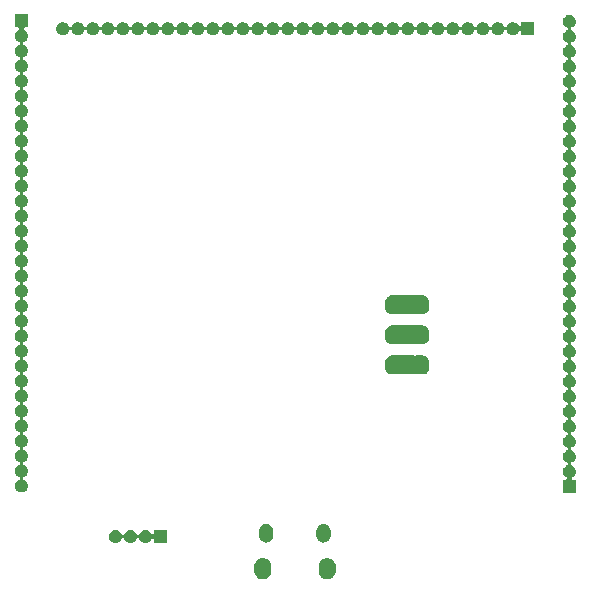
<source format=gbs>
G04 #@! TF.GenerationSoftware,KiCad,Pcbnew,5.1.4*
G04 #@! TF.CreationDate,2019-11-13T17:36:06+01:00*
G04 #@! TF.ProjectId,cubet_hw,63756265-745f-4687-972e-6b696361645f,rev?*
G04 #@! TF.SameCoordinates,Original*
G04 #@! TF.FileFunction,Soldermask,Bot*
G04 #@! TF.FilePolarity,Negative*
%FSLAX46Y46*%
G04 Gerber Fmt 4.6, Leading zero omitted, Abs format (unit mm)*
G04 Created by KiCad (PCBNEW 5.1.4) date 2019-11-13 17:36:06*
%MOMM*%
%LPD*%
G04 APERTURE LIST*
%ADD10C,0.100000*%
G04 APERTURE END LIST*
D10*
G36*
X72387320Y-96629505D02*
G01*
X72524171Y-96671019D01*
X72524174Y-96671020D01*
X72650293Y-96738432D01*
X72760843Y-96829158D01*
X72851568Y-96939706D01*
X72918980Y-97065825D01*
X72918980Y-97065826D01*
X72918981Y-97065828D01*
X72960495Y-97202679D01*
X72971000Y-97309341D01*
X72971000Y-97730658D01*
X72960495Y-97837320D01*
X72929783Y-97938564D01*
X72918980Y-97974176D01*
X72851568Y-98100294D01*
X72760843Y-98210843D01*
X72650294Y-98301568D01*
X72524175Y-98368980D01*
X72524172Y-98368981D01*
X72387321Y-98410495D01*
X72245000Y-98424512D01*
X72102680Y-98410495D01*
X71965829Y-98368981D01*
X71965826Y-98368980D01*
X71839707Y-98301568D01*
X71729158Y-98210843D01*
X71638432Y-98100294D01*
X71571020Y-97974175D01*
X71571019Y-97974172D01*
X71529505Y-97837321D01*
X71519000Y-97730659D01*
X71519000Y-97309342D01*
X71529505Y-97202680D01*
X71571019Y-97065829D01*
X71571020Y-97065826D01*
X71638432Y-96939707D01*
X71729158Y-96829157D01*
X71839706Y-96738432D01*
X71965825Y-96671020D01*
X71965828Y-96671019D01*
X72102679Y-96629505D01*
X72245000Y-96615488D01*
X72387320Y-96629505D01*
X72387320Y-96629505D01*
G37*
G36*
X77847320Y-96629505D02*
G01*
X77984171Y-96671019D01*
X77984174Y-96671020D01*
X78110293Y-96738432D01*
X78220843Y-96829158D01*
X78311568Y-96939706D01*
X78378980Y-97065825D01*
X78378980Y-97065826D01*
X78378981Y-97065828D01*
X78420495Y-97202679D01*
X78431000Y-97309341D01*
X78431000Y-97730658D01*
X78420495Y-97837320D01*
X78389783Y-97938564D01*
X78378980Y-97974176D01*
X78311568Y-98100294D01*
X78220843Y-98210843D01*
X78110294Y-98301568D01*
X77984175Y-98368980D01*
X77984172Y-98368981D01*
X77847321Y-98410495D01*
X77705000Y-98424512D01*
X77562680Y-98410495D01*
X77425829Y-98368981D01*
X77425826Y-98368980D01*
X77299707Y-98301568D01*
X77189158Y-98210843D01*
X77098432Y-98100294D01*
X77031020Y-97974175D01*
X77031019Y-97974172D01*
X76989505Y-97837321D01*
X76979000Y-97730659D01*
X76979000Y-97309342D01*
X76989505Y-97202680D01*
X77031019Y-97065829D01*
X77031020Y-97065826D01*
X77098432Y-96939707D01*
X77189158Y-96829157D01*
X77299706Y-96738432D01*
X77425825Y-96671020D01*
X77425828Y-96671019D01*
X77562679Y-96629505D01*
X77705000Y-96615488D01*
X77847320Y-96629505D01*
X77847320Y-96629505D01*
G37*
G36*
X59878015Y-94256973D02*
G01*
X59981879Y-94288479D01*
X60009055Y-94303005D01*
X60077600Y-94339643D01*
X60161501Y-94408499D01*
X60230357Y-94492400D01*
X60241662Y-94513551D01*
X60281521Y-94588121D01*
X60285388Y-94600869D01*
X60294760Y-94623496D01*
X60308374Y-94643870D01*
X60325701Y-94661197D01*
X60346075Y-94674811D01*
X60368714Y-94684188D01*
X60392747Y-94688969D01*
X60417251Y-94688969D01*
X60441285Y-94684189D01*
X60463924Y-94674812D01*
X60484298Y-94661198D01*
X60501625Y-94643871D01*
X60515239Y-94623497D01*
X60524612Y-94600869D01*
X60528479Y-94588121D01*
X60568338Y-94513551D01*
X60579643Y-94492400D01*
X60648499Y-94408499D01*
X60732400Y-94339643D01*
X60800945Y-94303005D01*
X60828121Y-94288479D01*
X60931985Y-94256973D01*
X61012933Y-94249000D01*
X61067067Y-94249000D01*
X61148015Y-94256973D01*
X61251879Y-94288479D01*
X61279055Y-94303005D01*
X61347600Y-94339643D01*
X61431501Y-94408499D01*
X61500357Y-94492400D01*
X61511662Y-94513551D01*
X61551521Y-94588121D01*
X61555388Y-94600869D01*
X61564760Y-94623496D01*
X61578374Y-94643870D01*
X61595701Y-94661197D01*
X61616075Y-94674811D01*
X61638714Y-94684188D01*
X61662747Y-94688969D01*
X61687251Y-94688969D01*
X61711285Y-94684189D01*
X61733924Y-94674812D01*
X61754298Y-94661198D01*
X61771625Y-94643871D01*
X61785239Y-94623497D01*
X61794612Y-94600869D01*
X61798479Y-94588121D01*
X61838338Y-94513551D01*
X61849643Y-94492400D01*
X61918499Y-94408499D01*
X62002400Y-94339643D01*
X62070945Y-94303005D01*
X62098121Y-94288479D01*
X62201985Y-94256973D01*
X62282933Y-94249000D01*
X62337067Y-94249000D01*
X62418015Y-94256973D01*
X62521879Y-94288479D01*
X62549055Y-94303005D01*
X62617600Y-94339643D01*
X62701501Y-94408499D01*
X62770356Y-94492400D01*
X62793764Y-94536193D01*
X62807375Y-94556563D01*
X62824702Y-94573890D01*
X62845076Y-94587504D01*
X62867715Y-94596881D01*
X62891748Y-94601662D01*
X62916252Y-94601662D01*
X62940286Y-94596882D01*
X62962924Y-94587505D01*
X62983299Y-94573891D01*
X63000626Y-94556564D01*
X63014240Y-94536190D01*
X63023617Y-94513551D01*
X63028398Y-94489518D01*
X63029000Y-94477265D01*
X63029000Y-94249000D01*
X64131000Y-94249000D01*
X64131000Y-95351000D01*
X63029000Y-95351000D01*
X63029000Y-95122735D01*
X63026598Y-95098349D01*
X63019485Y-95074900D01*
X63007934Y-95053289D01*
X62992389Y-95034347D01*
X62973447Y-95018802D01*
X62951836Y-95007251D01*
X62928387Y-95000138D01*
X62904001Y-94997736D01*
X62879615Y-95000138D01*
X62856166Y-95007251D01*
X62834555Y-95018802D01*
X62815613Y-95034347D01*
X62800068Y-95053289D01*
X62793767Y-95063802D01*
X62770356Y-95107600D01*
X62770355Y-95107601D01*
X62701501Y-95191501D01*
X62617600Y-95260357D01*
X62549055Y-95296995D01*
X62521879Y-95311521D01*
X62418015Y-95343027D01*
X62337067Y-95351000D01*
X62282933Y-95351000D01*
X62201985Y-95343027D01*
X62098121Y-95311521D01*
X62070945Y-95296995D01*
X62002400Y-95260357D01*
X61918499Y-95191501D01*
X61849643Y-95107600D01*
X61810489Y-95034347D01*
X61798479Y-95011879D01*
X61794612Y-94999131D01*
X61785240Y-94976504D01*
X61771626Y-94956130D01*
X61754299Y-94938803D01*
X61733925Y-94925189D01*
X61711286Y-94915812D01*
X61687253Y-94911031D01*
X61662749Y-94911031D01*
X61638715Y-94915811D01*
X61616076Y-94925188D01*
X61595702Y-94938802D01*
X61578375Y-94956129D01*
X61564761Y-94976503D01*
X61555388Y-94999131D01*
X61551521Y-95011879D01*
X61539511Y-95034347D01*
X61500357Y-95107600D01*
X61431501Y-95191501D01*
X61347600Y-95260357D01*
X61279055Y-95296995D01*
X61251879Y-95311521D01*
X61148015Y-95343027D01*
X61067067Y-95351000D01*
X61012933Y-95351000D01*
X60931985Y-95343027D01*
X60828121Y-95311521D01*
X60800945Y-95296995D01*
X60732400Y-95260357D01*
X60648499Y-95191501D01*
X60579643Y-95107600D01*
X60540489Y-95034347D01*
X60528479Y-95011879D01*
X60524612Y-94999131D01*
X60515240Y-94976504D01*
X60501626Y-94956130D01*
X60484299Y-94938803D01*
X60463925Y-94925189D01*
X60441286Y-94915812D01*
X60417253Y-94911031D01*
X60392749Y-94911031D01*
X60368715Y-94915811D01*
X60346076Y-94925188D01*
X60325702Y-94938802D01*
X60308375Y-94956129D01*
X60294761Y-94976503D01*
X60285388Y-94999131D01*
X60281521Y-95011879D01*
X60269511Y-95034347D01*
X60230357Y-95107600D01*
X60161501Y-95191501D01*
X60077600Y-95260357D01*
X60009055Y-95296995D01*
X59981879Y-95311521D01*
X59878015Y-95343027D01*
X59797067Y-95351000D01*
X59742933Y-95351000D01*
X59661985Y-95343027D01*
X59558121Y-95311521D01*
X59530945Y-95296995D01*
X59462400Y-95260357D01*
X59378499Y-95191501D01*
X59309643Y-95107600D01*
X59270489Y-95034347D01*
X59258479Y-95011879D01*
X59226973Y-94908015D01*
X59216334Y-94800000D01*
X59226973Y-94691985D01*
X59258479Y-94588121D01*
X59298338Y-94513551D01*
X59309643Y-94492400D01*
X59378499Y-94408499D01*
X59462400Y-94339643D01*
X59530945Y-94303005D01*
X59558121Y-94288479D01*
X59661985Y-94256973D01*
X59742933Y-94249000D01*
X59797067Y-94249000D01*
X59878015Y-94256973D01*
X59878015Y-94256973D01*
G37*
G36*
X77512817Y-93727696D02*
G01*
X77626104Y-93762062D01*
X77730511Y-93817869D01*
X77730513Y-93817870D01*
X77730512Y-93817870D01*
X77822027Y-93892973D01*
X77885711Y-93970572D01*
X77897131Y-93984488D01*
X77952938Y-94088895D01*
X77987304Y-94202182D01*
X77996000Y-94290481D01*
X77996000Y-94749518D01*
X77987304Y-94837818D01*
X77952938Y-94951105D01*
X77897131Y-95055512D01*
X77822027Y-95147027D01*
X77730512Y-95222131D01*
X77626105Y-95277938D01*
X77512818Y-95312304D01*
X77395000Y-95323907D01*
X77277183Y-95312304D01*
X77163896Y-95277938D01*
X77059489Y-95222131D01*
X76967974Y-95147027D01*
X76892869Y-95055512D01*
X76837062Y-94951105D01*
X76802696Y-94837818D01*
X76794000Y-94749519D01*
X76794000Y-94290482D01*
X76802696Y-94202183D01*
X76837062Y-94088896D01*
X76892869Y-93984489D01*
X76906338Y-93968077D01*
X76967973Y-93892973D01*
X77059487Y-93817870D01*
X77059486Y-93817870D01*
X77059488Y-93817869D01*
X77163895Y-93762062D01*
X77277182Y-93727696D01*
X77395000Y-93716093D01*
X77512817Y-93727696D01*
X77512817Y-93727696D01*
G37*
G36*
X72672817Y-93727696D02*
G01*
X72786104Y-93762062D01*
X72890511Y-93817869D01*
X72890513Y-93817870D01*
X72890512Y-93817870D01*
X72982027Y-93892973D01*
X73045711Y-93970572D01*
X73057131Y-93984488D01*
X73112938Y-94088895D01*
X73147304Y-94202182D01*
X73156000Y-94290481D01*
X73156000Y-94749518D01*
X73147304Y-94837818D01*
X73112938Y-94951105D01*
X73057131Y-95055512D01*
X72982027Y-95147027D01*
X72890512Y-95222131D01*
X72786105Y-95277938D01*
X72672818Y-95312304D01*
X72555000Y-95323907D01*
X72437183Y-95312304D01*
X72323896Y-95277938D01*
X72219489Y-95222131D01*
X72127974Y-95147027D01*
X72052869Y-95055512D01*
X71997062Y-94951105D01*
X71962696Y-94837818D01*
X71954000Y-94749519D01*
X71954000Y-94290482D01*
X71962696Y-94202183D01*
X71997062Y-94088896D01*
X72052869Y-93984489D01*
X72066338Y-93968077D01*
X72127973Y-93892973D01*
X72219487Y-93817870D01*
X72219486Y-93817870D01*
X72219488Y-93817869D01*
X72323895Y-93762062D01*
X72437182Y-93727696D01*
X72555000Y-93716093D01*
X72672817Y-93727696D01*
X72672817Y-93727696D01*
G37*
G36*
X98308015Y-50636973D02*
G01*
X98411879Y-50668479D01*
X98439055Y-50683005D01*
X98507600Y-50719643D01*
X98591501Y-50788499D01*
X98660357Y-50872400D01*
X98696995Y-50940945D01*
X98711521Y-50968121D01*
X98743027Y-51071985D01*
X98753666Y-51180000D01*
X98743027Y-51288015D01*
X98711521Y-51391879D01*
X98711519Y-51391882D01*
X98660357Y-51487600D01*
X98591501Y-51571501D01*
X98507600Y-51640357D01*
X98443141Y-51674811D01*
X98411879Y-51691521D01*
X98399131Y-51695388D01*
X98376504Y-51704760D01*
X98356130Y-51718374D01*
X98338803Y-51735701D01*
X98325189Y-51756075D01*
X98315812Y-51778714D01*
X98311031Y-51802747D01*
X98311031Y-51827251D01*
X98315811Y-51851285D01*
X98325188Y-51873924D01*
X98338802Y-51894298D01*
X98356129Y-51911625D01*
X98376503Y-51925239D01*
X98399131Y-51934612D01*
X98411879Y-51938479D01*
X98439055Y-51953005D01*
X98507600Y-51989643D01*
X98591501Y-52058499D01*
X98660357Y-52142400D01*
X98686602Y-52191501D01*
X98711521Y-52238121D01*
X98743027Y-52341985D01*
X98753666Y-52450000D01*
X98743027Y-52558015D01*
X98711521Y-52661879D01*
X98711519Y-52661882D01*
X98660357Y-52757600D01*
X98591501Y-52841501D01*
X98507600Y-52910357D01*
X98460779Y-52935383D01*
X98411879Y-52961521D01*
X98399131Y-52965388D01*
X98376504Y-52974760D01*
X98356130Y-52988374D01*
X98338803Y-53005701D01*
X98325189Y-53026075D01*
X98315812Y-53048714D01*
X98311031Y-53072747D01*
X98311031Y-53097251D01*
X98315811Y-53121285D01*
X98325188Y-53143924D01*
X98338802Y-53164298D01*
X98356129Y-53181625D01*
X98376503Y-53195239D01*
X98399131Y-53204612D01*
X98411879Y-53208479D01*
X98439055Y-53223005D01*
X98507600Y-53259643D01*
X98591501Y-53328499D01*
X98660357Y-53412400D01*
X98695484Y-53478118D01*
X98711521Y-53508121D01*
X98743027Y-53611985D01*
X98753666Y-53720000D01*
X98743027Y-53828015D01*
X98711521Y-53931879D01*
X98711519Y-53931882D01*
X98660357Y-54027600D01*
X98591501Y-54111501D01*
X98507600Y-54180357D01*
X98460779Y-54205383D01*
X98411879Y-54231521D01*
X98399131Y-54235388D01*
X98376504Y-54244760D01*
X98356130Y-54258374D01*
X98338803Y-54275701D01*
X98325189Y-54296075D01*
X98315812Y-54318714D01*
X98311031Y-54342747D01*
X98311031Y-54367251D01*
X98315811Y-54391285D01*
X98325188Y-54413924D01*
X98338802Y-54434298D01*
X98356129Y-54451625D01*
X98376503Y-54465239D01*
X98399131Y-54474612D01*
X98411879Y-54478479D01*
X98439055Y-54493005D01*
X98507600Y-54529643D01*
X98591501Y-54598499D01*
X98660357Y-54682400D01*
X98695484Y-54748118D01*
X98711521Y-54778121D01*
X98743027Y-54881985D01*
X98753666Y-54990000D01*
X98743027Y-55098015D01*
X98711521Y-55201879D01*
X98711519Y-55201882D01*
X98660357Y-55297600D01*
X98591501Y-55381501D01*
X98507600Y-55450357D01*
X98460779Y-55475383D01*
X98411879Y-55501521D01*
X98399131Y-55505388D01*
X98376504Y-55514760D01*
X98356130Y-55528374D01*
X98338803Y-55545701D01*
X98325189Y-55566075D01*
X98315812Y-55588714D01*
X98311031Y-55612747D01*
X98311031Y-55637251D01*
X98315811Y-55661285D01*
X98325188Y-55683924D01*
X98338802Y-55704298D01*
X98356129Y-55721625D01*
X98376503Y-55735239D01*
X98399131Y-55744612D01*
X98411879Y-55748479D01*
X98439055Y-55763005D01*
X98507600Y-55799643D01*
X98591501Y-55868499D01*
X98660357Y-55952400D01*
X98695484Y-56018118D01*
X98711521Y-56048121D01*
X98743027Y-56151985D01*
X98753666Y-56260000D01*
X98743027Y-56368015D01*
X98711521Y-56471879D01*
X98711519Y-56471882D01*
X98660357Y-56567600D01*
X98591501Y-56651501D01*
X98507600Y-56720357D01*
X98460779Y-56745383D01*
X98411879Y-56771521D01*
X98399131Y-56775388D01*
X98376504Y-56784760D01*
X98356130Y-56798374D01*
X98338803Y-56815701D01*
X98325189Y-56836075D01*
X98315812Y-56858714D01*
X98311031Y-56882747D01*
X98311031Y-56907251D01*
X98315811Y-56931285D01*
X98325188Y-56953924D01*
X98338802Y-56974298D01*
X98356129Y-56991625D01*
X98376503Y-57005239D01*
X98399131Y-57014612D01*
X98411879Y-57018479D01*
X98439055Y-57033005D01*
X98507600Y-57069643D01*
X98591501Y-57138499D01*
X98660357Y-57222400D01*
X98695484Y-57288118D01*
X98711521Y-57318121D01*
X98743027Y-57421985D01*
X98753666Y-57530000D01*
X98743027Y-57638015D01*
X98711521Y-57741879D01*
X98711519Y-57741882D01*
X98660357Y-57837600D01*
X98591501Y-57921501D01*
X98507600Y-57990357D01*
X98460779Y-58015383D01*
X98411879Y-58041521D01*
X98399131Y-58045388D01*
X98376504Y-58054760D01*
X98356130Y-58068374D01*
X98338803Y-58085701D01*
X98325189Y-58106075D01*
X98315812Y-58128714D01*
X98311031Y-58152747D01*
X98311031Y-58177251D01*
X98315811Y-58201285D01*
X98325188Y-58223924D01*
X98338802Y-58244298D01*
X98356129Y-58261625D01*
X98376503Y-58275239D01*
X98399131Y-58284612D01*
X98411879Y-58288479D01*
X98439055Y-58303005D01*
X98507600Y-58339643D01*
X98591501Y-58408499D01*
X98660357Y-58492400D01*
X98695484Y-58558118D01*
X98711521Y-58588121D01*
X98743027Y-58691985D01*
X98753666Y-58800000D01*
X98743027Y-58908015D01*
X98711521Y-59011879D01*
X98711519Y-59011882D01*
X98660357Y-59107600D01*
X98591501Y-59191501D01*
X98507600Y-59260357D01*
X98460779Y-59285383D01*
X98411879Y-59311521D01*
X98399131Y-59315388D01*
X98376504Y-59324760D01*
X98356130Y-59338374D01*
X98338803Y-59355701D01*
X98325189Y-59376075D01*
X98315812Y-59398714D01*
X98311031Y-59422747D01*
X98311031Y-59447251D01*
X98315811Y-59471285D01*
X98325188Y-59493924D01*
X98338802Y-59514298D01*
X98356129Y-59531625D01*
X98376503Y-59545239D01*
X98399131Y-59554612D01*
X98411879Y-59558479D01*
X98439055Y-59573005D01*
X98507600Y-59609643D01*
X98591501Y-59678499D01*
X98660357Y-59762400D01*
X98695484Y-59828118D01*
X98711521Y-59858121D01*
X98743027Y-59961985D01*
X98753666Y-60070000D01*
X98743027Y-60178015D01*
X98711521Y-60281879D01*
X98711519Y-60281882D01*
X98660357Y-60377600D01*
X98591501Y-60461501D01*
X98507600Y-60530357D01*
X98460779Y-60555383D01*
X98411879Y-60581521D01*
X98399131Y-60585388D01*
X98376504Y-60594760D01*
X98356130Y-60608374D01*
X98338803Y-60625701D01*
X98325189Y-60646075D01*
X98315812Y-60668714D01*
X98311031Y-60692747D01*
X98311031Y-60717251D01*
X98315811Y-60741285D01*
X98325188Y-60763924D01*
X98338802Y-60784298D01*
X98356129Y-60801625D01*
X98376503Y-60815239D01*
X98399131Y-60824612D01*
X98411879Y-60828479D01*
X98439055Y-60843005D01*
X98507600Y-60879643D01*
X98591501Y-60948499D01*
X98660357Y-61032400D01*
X98695484Y-61098118D01*
X98711521Y-61128121D01*
X98743027Y-61231985D01*
X98753666Y-61340000D01*
X98743027Y-61448015D01*
X98711521Y-61551879D01*
X98711519Y-61551882D01*
X98660357Y-61647600D01*
X98591501Y-61731501D01*
X98507600Y-61800357D01*
X98460779Y-61825383D01*
X98411879Y-61851521D01*
X98399131Y-61855388D01*
X98376504Y-61864760D01*
X98356130Y-61878374D01*
X98338803Y-61895701D01*
X98325189Y-61916075D01*
X98315812Y-61938714D01*
X98311031Y-61962747D01*
X98311031Y-61987251D01*
X98315811Y-62011285D01*
X98325188Y-62033924D01*
X98338802Y-62054298D01*
X98356129Y-62071625D01*
X98376503Y-62085239D01*
X98399131Y-62094612D01*
X98411879Y-62098479D01*
X98439055Y-62113005D01*
X98507600Y-62149643D01*
X98591501Y-62218499D01*
X98660357Y-62302400D01*
X98695484Y-62368118D01*
X98711521Y-62398121D01*
X98743027Y-62501985D01*
X98753666Y-62610000D01*
X98743027Y-62718015D01*
X98711521Y-62821879D01*
X98711519Y-62821882D01*
X98660357Y-62917600D01*
X98591501Y-63001501D01*
X98507600Y-63070357D01*
X98460779Y-63095383D01*
X98411879Y-63121521D01*
X98399131Y-63125388D01*
X98376504Y-63134760D01*
X98356130Y-63148374D01*
X98338803Y-63165701D01*
X98325189Y-63186075D01*
X98315812Y-63208714D01*
X98311031Y-63232747D01*
X98311031Y-63257251D01*
X98315811Y-63281285D01*
X98325188Y-63303924D01*
X98338802Y-63324298D01*
X98356129Y-63341625D01*
X98376503Y-63355239D01*
X98399131Y-63364612D01*
X98411879Y-63368479D01*
X98439055Y-63383005D01*
X98507600Y-63419643D01*
X98591501Y-63488499D01*
X98660357Y-63572400D01*
X98695484Y-63638118D01*
X98711521Y-63668121D01*
X98743027Y-63771985D01*
X98753666Y-63880000D01*
X98743027Y-63988015D01*
X98711521Y-64091879D01*
X98711519Y-64091882D01*
X98660357Y-64187600D01*
X98591501Y-64271501D01*
X98507600Y-64340357D01*
X98460779Y-64365383D01*
X98411879Y-64391521D01*
X98399131Y-64395388D01*
X98376504Y-64404760D01*
X98356130Y-64418374D01*
X98338803Y-64435701D01*
X98325189Y-64456075D01*
X98315812Y-64478714D01*
X98311031Y-64502747D01*
X98311031Y-64527251D01*
X98315811Y-64551285D01*
X98325188Y-64573924D01*
X98338802Y-64594298D01*
X98356129Y-64611625D01*
X98376503Y-64625239D01*
X98399131Y-64634612D01*
X98411879Y-64638479D01*
X98439055Y-64653005D01*
X98507600Y-64689643D01*
X98591501Y-64758499D01*
X98660357Y-64842400D01*
X98695484Y-64908118D01*
X98711521Y-64938121D01*
X98743027Y-65041985D01*
X98753666Y-65150000D01*
X98743027Y-65258015D01*
X98711521Y-65361879D01*
X98711519Y-65361882D01*
X98660357Y-65457600D01*
X98591501Y-65541501D01*
X98507600Y-65610357D01*
X98460779Y-65635383D01*
X98411879Y-65661521D01*
X98399131Y-65665388D01*
X98376504Y-65674760D01*
X98356130Y-65688374D01*
X98338803Y-65705701D01*
X98325189Y-65726075D01*
X98315812Y-65748714D01*
X98311031Y-65772747D01*
X98311031Y-65797251D01*
X98315811Y-65821285D01*
X98325188Y-65843924D01*
X98338802Y-65864298D01*
X98356129Y-65881625D01*
X98376503Y-65895239D01*
X98399131Y-65904612D01*
X98411879Y-65908479D01*
X98439055Y-65923005D01*
X98507600Y-65959643D01*
X98591501Y-66028499D01*
X98660357Y-66112400D01*
X98695484Y-66178118D01*
X98711521Y-66208121D01*
X98743027Y-66311985D01*
X98753666Y-66420000D01*
X98743027Y-66528015D01*
X98711521Y-66631879D01*
X98711519Y-66631882D01*
X98660357Y-66727600D01*
X98591501Y-66811501D01*
X98507600Y-66880357D01*
X98460779Y-66905383D01*
X98411879Y-66931521D01*
X98399131Y-66935388D01*
X98376504Y-66944760D01*
X98356130Y-66958374D01*
X98338803Y-66975701D01*
X98325189Y-66996075D01*
X98315812Y-67018714D01*
X98311031Y-67042747D01*
X98311031Y-67067251D01*
X98315811Y-67091285D01*
X98325188Y-67113924D01*
X98338802Y-67134298D01*
X98356129Y-67151625D01*
X98376503Y-67165239D01*
X98399131Y-67174612D01*
X98411879Y-67178479D01*
X98439055Y-67193005D01*
X98507600Y-67229643D01*
X98591501Y-67298499D01*
X98660357Y-67382400D01*
X98695484Y-67448118D01*
X98711521Y-67478121D01*
X98743027Y-67581985D01*
X98753666Y-67690000D01*
X98743027Y-67798015D01*
X98711521Y-67901879D01*
X98711519Y-67901882D01*
X98660357Y-67997600D01*
X98591501Y-68081501D01*
X98507600Y-68150357D01*
X98460779Y-68175383D01*
X98411879Y-68201521D01*
X98399131Y-68205388D01*
X98376504Y-68214760D01*
X98356130Y-68228374D01*
X98338803Y-68245701D01*
X98325189Y-68266075D01*
X98315812Y-68288714D01*
X98311031Y-68312747D01*
X98311031Y-68337251D01*
X98315811Y-68361285D01*
X98325188Y-68383924D01*
X98338802Y-68404298D01*
X98356129Y-68421625D01*
X98376503Y-68435239D01*
X98399131Y-68444612D01*
X98411879Y-68448479D01*
X98439055Y-68463005D01*
X98507600Y-68499643D01*
X98591501Y-68568499D01*
X98660357Y-68652400D01*
X98695484Y-68718118D01*
X98711521Y-68748121D01*
X98743027Y-68851985D01*
X98753666Y-68960000D01*
X98743027Y-69068015D01*
X98711521Y-69171879D01*
X98711519Y-69171882D01*
X98660357Y-69267600D01*
X98591501Y-69351501D01*
X98507600Y-69420357D01*
X98460779Y-69445383D01*
X98411879Y-69471521D01*
X98399131Y-69475388D01*
X98376504Y-69484760D01*
X98356130Y-69498374D01*
X98338803Y-69515701D01*
X98325189Y-69536075D01*
X98315812Y-69558714D01*
X98311031Y-69582747D01*
X98311031Y-69607251D01*
X98315811Y-69631285D01*
X98325188Y-69653924D01*
X98338802Y-69674298D01*
X98356129Y-69691625D01*
X98376503Y-69705239D01*
X98399131Y-69714612D01*
X98411879Y-69718479D01*
X98439055Y-69733005D01*
X98507600Y-69769643D01*
X98591501Y-69838499D01*
X98660357Y-69922400D01*
X98695484Y-69988118D01*
X98711521Y-70018121D01*
X98743027Y-70121985D01*
X98753666Y-70230000D01*
X98743027Y-70338015D01*
X98711521Y-70441879D01*
X98711519Y-70441882D01*
X98660357Y-70537600D01*
X98591501Y-70621501D01*
X98507600Y-70690357D01*
X98460779Y-70715383D01*
X98411879Y-70741521D01*
X98399131Y-70745388D01*
X98376504Y-70754760D01*
X98356130Y-70768374D01*
X98338803Y-70785701D01*
X98325189Y-70806075D01*
X98315812Y-70828714D01*
X98311031Y-70852747D01*
X98311031Y-70877251D01*
X98315811Y-70901285D01*
X98325188Y-70923924D01*
X98338802Y-70944298D01*
X98356129Y-70961625D01*
X98376503Y-70975239D01*
X98399131Y-70984612D01*
X98411879Y-70988479D01*
X98439055Y-71003005D01*
X98507600Y-71039643D01*
X98591501Y-71108499D01*
X98660357Y-71192400D01*
X98695484Y-71258118D01*
X98711521Y-71288121D01*
X98743027Y-71391985D01*
X98753666Y-71500000D01*
X98743027Y-71608015D01*
X98711521Y-71711879D01*
X98711519Y-71711882D01*
X98660357Y-71807600D01*
X98591501Y-71891501D01*
X98507600Y-71960357D01*
X98460779Y-71985383D01*
X98411879Y-72011521D01*
X98399131Y-72015388D01*
X98376504Y-72024760D01*
X98356130Y-72038374D01*
X98338803Y-72055701D01*
X98325189Y-72076075D01*
X98315812Y-72098714D01*
X98311031Y-72122747D01*
X98311031Y-72147251D01*
X98315811Y-72171285D01*
X98325188Y-72193924D01*
X98338802Y-72214298D01*
X98356129Y-72231625D01*
X98376503Y-72245239D01*
X98399131Y-72254612D01*
X98411879Y-72258479D01*
X98439055Y-72273005D01*
X98507600Y-72309643D01*
X98591501Y-72378499D01*
X98660357Y-72462400D01*
X98695484Y-72528118D01*
X98711521Y-72558121D01*
X98743027Y-72661985D01*
X98753666Y-72770000D01*
X98743027Y-72878015D01*
X98711521Y-72981879D01*
X98711519Y-72981882D01*
X98660357Y-73077600D01*
X98591501Y-73161501D01*
X98507600Y-73230357D01*
X98460779Y-73255383D01*
X98411879Y-73281521D01*
X98399131Y-73285388D01*
X98376504Y-73294760D01*
X98356130Y-73308374D01*
X98338803Y-73325701D01*
X98325189Y-73346075D01*
X98315812Y-73368714D01*
X98311031Y-73392747D01*
X98311031Y-73417251D01*
X98315811Y-73441285D01*
X98325188Y-73463924D01*
X98338802Y-73484298D01*
X98356129Y-73501625D01*
X98376503Y-73515239D01*
X98399131Y-73524612D01*
X98411879Y-73528479D01*
X98439055Y-73543005D01*
X98507600Y-73579643D01*
X98591501Y-73648499D01*
X98660357Y-73732400D01*
X98695484Y-73798118D01*
X98711521Y-73828121D01*
X98743027Y-73931985D01*
X98753666Y-74040000D01*
X98743027Y-74148015D01*
X98711521Y-74251879D01*
X98711519Y-74251882D01*
X98660357Y-74347600D01*
X98591501Y-74431501D01*
X98507600Y-74500357D01*
X98460779Y-74525383D01*
X98411879Y-74551521D01*
X98399131Y-74555388D01*
X98376504Y-74564760D01*
X98356130Y-74578374D01*
X98338803Y-74595701D01*
X98325189Y-74616075D01*
X98315812Y-74638714D01*
X98311031Y-74662747D01*
X98311031Y-74687251D01*
X98315811Y-74711285D01*
X98325188Y-74733924D01*
X98338802Y-74754298D01*
X98356129Y-74771625D01*
X98376503Y-74785239D01*
X98399131Y-74794612D01*
X98411879Y-74798479D01*
X98439055Y-74813005D01*
X98507600Y-74849643D01*
X98591501Y-74918499D01*
X98660357Y-75002400D01*
X98695484Y-75068118D01*
X98711521Y-75098121D01*
X98743027Y-75201985D01*
X98753666Y-75310000D01*
X98743027Y-75418015D01*
X98711521Y-75521879D01*
X98711519Y-75521882D01*
X98660357Y-75617600D01*
X98591501Y-75701501D01*
X98507600Y-75770357D01*
X98460779Y-75795383D01*
X98411879Y-75821521D01*
X98399131Y-75825388D01*
X98376504Y-75834760D01*
X98356130Y-75848374D01*
X98338803Y-75865701D01*
X98325189Y-75886075D01*
X98315812Y-75908714D01*
X98311031Y-75932747D01*
X98311031Y-75957251D01*
X98315811Y-75981285D01*
X98325188Y-76003924D01*
X98338802Y-76024298D01*
X98356129Y-76041625D01*
X98376503Y-76055239D01*
X98399131Y-76064612D01*
X98411879Y-76068479D01*
X98439055Y-76083005D01*
X98507600Y-76119643D01*
X98591501Y-76188499D01*
X98660357Y-76272400D01*
X98695484Y-76338118D01*
X98711521Y-76368121D01*
X98743027Y-76471985D01*
X98753666Y-76580000D01*
X98743027Y-76688015D01*
X98711521Y-76791879D01*
X98711519Y-76791882D01*
X98660357Y-76887600D01*
X98591501Y-76971501D01*
X98507600Y-77040357D01*
X98460779Y-77065383D01*
X98411879Y-77091521D01*
X98399131Y-77095388D01*
X98376504Y-77104760D01*
X98356130Y-77118374D01*
X98338803Y-77135701D01*
X98325189Y-77156075D01*
X98315812Y-77178714D01*
X98311031Y-77202747D01*
X98311031Y-77227251D01*
X98315811Y-77251285D01*
X98325188Y-77273924D01*
X98338802Y-77294298D01*
X98356129Y-77311625D01*
X98376503Y-77325239D01*
X98399131Y-77334612D01*
X98411879Y-77338479D01*
X98439055Y-77353005D01*
X98507600Y-77389643D01*
X98591501Y-77458499D01*
X98660357Y-77542400D01*
X98695484Y-77608118D01*
X98711521Y-77638121D01*
X98743027Y-77741985D01*
X98753666Y-77850000D01*
X98743027Y-77958015D01*
X98711521Y-78061879D01*
X98711519Y-78061882D01*
X98660357Y-78157600D01*
X98591501Y-78241501D01*
X98507600Y-78310357D01*
X98460779Y-78335383D01*
X98411879Y-78361521D01*
X98399131Y-78365388D01*
X98376504Y-78374760D01*
X98356130Y-78388374D01*
X98338803Y-78405701D01*
X98325189Y-78426075D01*
X98315812Y-78448714D01*
X98311031Y-78472747D01*
X98311031Y-78497251D01*
X98315811Y-78521285D01*
X98325188Y-78543924D01*
X98338802Y-78564298D01*
X98356129Y-78581625D01*
X98376503Y-78595239D01*
X98399131Y-78604612D01*
X98411879Y-78608479D01*
X98439055Y-78623005D01*
X98507600Y-78659643D01*
X98591501Y-78728499D01*
X98660357Y-78812400D01*
X98695484Y-78878118D01*
X98711521Y-78908121D01*
X98743027Y-79011985D01*
X98753666Y-79120000D01*
X98743027Y-79228015D01*
X98711521Y-79331879D01*
X98711519Y-79331882D01*
X98660357Y-79427600D01*
X98591501Y-79511501D01*
X98507600Y-79580357D01*
X98460779Y-79605383D01*
X98411879Y-79631521D01*
X98399131Y-79635388D01*
X98376504Y-79644760D01*
X98356130Y-79658374D01*
X98338803Y-79675701D01*
X98325189Y-79696075D01*
X98315812Y-79718714D01*
X98311031Y-79742747D01*
X98311031Y-79767251D01*
X98315811Y-79791285D01*
X98325188Y-79813924D01*
X98338802Y-79834298D01*
X98356129Y-79851625D01*
X98376503Y-79865239D01*
X98399131Y-79874612D01*
X98411879Y-79878479D01*
X98439055Y-79893005D01*
X98507600Y-79929643D01*
X98591501Y-79998499D01*
X98660357Y-80082400D01*
X98695484Y-80148118D01*
X98711521Y-80178121D01*
X98743027Y-80281985D01*
X98753666Y-80390000D01*
X98743027Y-80498015D01*
X98711521Y-80601879D01*
X98711519Y-80601882D01*
X98660357Y-80697600D01*
X98591501Y-80781501D01*
X98507600Y-80850357D01*
X98460779Y-80875383D01*
X98411879Y-80901521D01*
X98399131Y-80905388D01*
X98376504Y-80914760D01*
X98356130Y-80928374D01*
X98338803Y-80945701D01*
X98325189Y-80966075D01*
X98315812Y-80988714D01*
X98311031Y-81012747D01*
X98311031Y-81037251D01*
X98315811Y-81061285D01*
X98325188Y-81083924D01*
X98338802Y-81104298D01*
X98356129Y-81121625D01*
X98376503Y-81135239D01*
X98399131Y-81144612D01*
X98411879Y-81148479D01*
X98439055Y-81163005D01*
X98507600Y-81199643D01*
X98591501Y-81268499D01*
X98660357Y-81352400D01*
X98695484Y-81418118D01*
X98711521Y-81448121D01*
X98743027Y-81551985D01*
X98753666Y-81660000D01*
X98743027Y-81768015D01*
X98711521Y-81871879D01*
X98711519Y-81871882D01*
X98660357Y-81967600D01*
X98591501Y-82051501D01*
X98507600Y-82120357D01*
X98460779Y-82145383D01*
X98411879Y-82171521D01*
X98399131Y-82175388D01*
X98376504Y-82184760D01*
X98356130Y-82198374D01*
X98338803Y-82215701D01*
X98325189Y-82236075D01*
X98315812Y-82258714D01*
X98311031Y-82282747D01*
X98311031Y-82307251D01*
X98315811Y-82331285D01*
X98325188Y-82353924D01*
X98338802Y-82374298D01*
X98356129Y-82391625D01*
X98376503Y-82405239D01*
X98399131Y-82414612D01*
X98411879Y-82418479D01*
X98439055Y-82433005D01*
X98507600Y-82469643D01*
X98591501Y-82538499D01*
X98660357Y-82622400D01*
X98695484Y-82688118D01*
X98711521Y-82718121D01*
X98743027Y-82821985D01*
X98753666Y-82930000D01*
X98743027Y-83038015D01*
X98711521Y-83141879D01*
X98711519Y-83141882D01*
X98660357Y-83237600D01*
X98591501Y-83321501D01*
X98507600Y-83390357D01*
X98460779Y-83415383D01*
X98411879Y-83441521D01*
X98399131Y-83445388D01*
X98376504Y-83454760D01*
X98356130Y-83468374D01*
X98338803Y-83485701D01*
X98325189Y-83506075D01*
X98315812Y-83528714D01*
X98311031Y-83552747D01*
X98311031Y-83577251D01*
X98315811Y-83601285D01*
X98325188Y-83623924D01*
X98338802Y-83644298D01*
X98356129Y-83661625D01*
X98376503Y-83675239D01*
X98399131Y-83684612D01*
X98411879Y-83688479D01*
X98439055Y-83703005D01*
X98507600Y-83739643D01*
X98591501Y-83808499D01*
X98660357Y-83892400D01*
X98695484Y-83958118D01*
X98711521Y-83988121D01*
X98743027Y-84091985D01*
X98753666Y-84200000D01*
X98743027Y-84308015D01*
X98711521Y-84411879D01*
X98711519Y-84411882D01*
X98660357Y-84507600D01*
X98591501Y-84591501D01*
X98507600Y-84660357D01*
X98460779Y-84685383D01*
X98411879Y-84711521D01*
X98399131Y-84715388D01*
X98376504Y-84724760D01*
X98356130Y-84738374D01*
X98338803Y-84755701D01*
X98325189Y-84776075D01*
X98315812Y-84798714D01*
X98311031Y-84822747D01*
X98311031Y-84847251D01*
X98315811Y-84871285D01*
X98325188Y-84893924D01*
X98338802Y-84914298D01*
X98356129Y-84931625D01*
X98376503Y-84945239D01*
X98399131Y-84954612D01*
X98411879Y-84958479D01*
X98439055Y-84973005D01*
X98507600Y-85009643D01*
X98591501Y-85078499D01*
X98660357Y-85162400D01*
X98695484Y-85228118D01*
X98711521Y-85258121D01*
X98743027Y-85361985D01*
X98753666Y-85470000D01*
X98743027Y-85578015D01*
X98711521Y-85681879D01*
X98711519Y-85681882D01*
X98660357Y-85777600D01*
X98591501Y-85861501D01*
X98507600Y-85930357D01*
X98460779Y-85955383D01*
X98411879Y-85981521D01*
X98399131Y-85985388D01*
X98376504Y-85994760D01*
X98356130Y-86008374D01*
X98338803Y-86025701D01*
X98325189Y-86046075D01*
X98315812Y-86068714D01*
X98311031Y-86092747D01*
X98311031Y-86117251D01*
X98315811Y-86141285D01*
X98325188Y-86163924D01*
X98338802Y-86184298D01*
X98356129Y-86201625D01*
X98376503Y-86215239D01*
X98399131Y-86224612D01*
X98411879Y-86228479D01*
X98439055Y-86243005D01*
X98507600Y-86279643D01*
X98591501Y-86348499D01*
X98660357Y-86432400D01*
X98695484Y-86498118D01*
X98711521Y-86528121D01*
X98743027Y-86631985D01*
X98753666Y-86740000D01*
X98743027Y-86848015D01*
X98711521Y-86951879D01*
X98711519Y-86951882D01*
X98660357Y-87047600D01*
X98591501Y-87131501D01*
X98507600Y-87200357D01*
X98460779Y-87225383D01*
X98411879Y-87251521D01*
X98399131Y-87255388D01*
X98376504Y-87264760D01*
X98356130Y-87278374D01*
X98338803Y-87295701D01*
X98325189Y-87316075D01*
X98315812Y-87338714D01*
X98311031Y-87362747D01*
X98311031Y-87387251D01*
X98315811Y-87411285D01*
X98325188Y-87433924D01*
X98338802Y-87454298D01*
X98356129Y-87471625D01*
X98376503Y-87485239D01*
X98399131Y-87494612D01*
X98411879Y-87498479D01*
X98439055Y-87513005D01*
X98507600Y-87549643D01*
X98591501Y-87618499D01*
X98660357Y-87702400D01*
X98695484Y-87768118D01*
X98711521Y-87798121D01*
X98743027Y-87901985D01*
X98753666Y-88010000D01*
X98743027Y-88118015D01*
X98711521Y-88221879D01*
X98711519Y-88221882D01*
X98660357Y-88317600D01*
X98591501Y-88401501D01*
X98507600Y-88470357D01*
X98460779Y-88495383D01*
X98411879Y-88521521D01*
X98399131Y-88525388D01*
X98376504Y-88534760D01*
X98356130Y-88548374D01*
X98338803Y-88565701D01*
X98325189Y-88586075D01*
X98315812Y-88608714D01*
X98311031Y-88632747D01*
X98311031Y-88657251D01*
X98315811Y-88681285D01*
X98325188Y-88703924D01*
X98338802Y-88724298D01*
X98356129Y-88741625D01*
X98376503Y-88755239D01*
X98399131Y-88764612D01*
X98411879Y-88768479D01*
X98439055Y-88783005D01*
X98507600Y-88819643D01*
X98591501Y-88888499D01*
X98660357Y-88972400D01*
X98695484Y-89038118D01*
X98711521Y-89068121D01*
X98743027Y-89171985D01*
X98753666Y-89280000D01*
X98743027Y-89388015D01*
X98711521Y-89491879D01*
X98711519Y-89491882D01*
X98660357Y-89587600D01*
X98616121Y-89641501D01*
X98591501Y-89671501D01*
X98507600Y-89740356D01*
X98463807Y-89763764D01*
X98443437Y-89777375D01*
X98426110Y-89794702D01*
X98412496Y-89815076D01*
X98403119Y-89837715D01*
X98398338Y-89861748D01*
X98398338Y-89886252D01*
X98403118Y-89910286D01*
X98412495Y-89932924D01*
X98426109Y-89953299D01*
X98443436Y-89970626D01*
X98463810Y-89984240D01*
X98486449Y-89993617D01*
X98510482Y-89998398D01*
X98522735Y-89999000D01*
X98751000Y-89999000D01*
X98751000Y-91101000D01*
X97649000Y-91101000D01*
X97649000Y-89999000D01*
X97877265Y-89999000D01*
X97901651Y-89996598D01*
X97925100Y-89989485D01*
X97946711Y-89977934D01*
X97965653Y-89962389D01*
X97981198Y-89943447D01*
X97992749Y-89921836D01*
X97999862Y-89898387D01*
X98002264Y-89874001D01*
X97999862Y-89849615D01*
X97992749Y-89826166D01*
X97981198Y-89804555D01*
X97965653Y-89785613D01*
X97946711Y-89770068D01*
X97936198Y-89763767D01*
X97892400Y-89740356D01*
X97808499Y-89671501D01*
X97783879Y-89641501D01*
X97739643Y-89587600D01*
X97688481Y-89491882D01*
X97688479Y-89491879D01*
X97656973Y-89388015D01*
X97646334Y-89280000D01*
X97656973Y-89171985D01*
X97688479Y-89068121D01*
X97704516Y-89038118D01*
X97739643Y-88972400D01*
X97808499Y-88888499D01*
X97892400Y-88819643D01*
X97960945Y-88783005D01*
X97988121Y-88768479D01*
X98000869Y-88764612D01*
X98023496Y-88755240D01*
X98043870Y-88741626D01*
X98061197Y-88724299D01*
X98074811Y-88703925D01*
X98084188Y-88681286D01*
X98088969Y-88657253D01*
X98088969Y-88632749D01*
X98084189Y-88608715D01*
X98074812Y-88586076D01*
X98061198Y-88565702D01*
X98043871Y-88548375D01*
X98023497Y-88534761D01*
X98000869Y-88525388D01*
X97988121Y-88521521D01*
X97939221Y-88495383D01*
X97892400Y-88470357D01*
X97808499Y-88401501D01*
X97739643Y-88317600D01*
X97688481Y-88221882D01*
X97688479Y-88221879D01*
X97656973Y-88118015D01*
X97646334Y-88010000D01*
X97656973Y-87901985D01*
X97688479Y-87798121D01*
X97704516Y-87768118D01*
X97739643Y-87702400D01*
X97808499Y-87618499D01*
X97892400Y-87549643D01*
X97960945Y-87513005D01*
X97988121Y-87498479D01*
X98000869Y-87494612D01*
X98023496Y-87485240D01*
X98043870Y-87471626D01*
X98061197Y-87454299D01*
X98074811Y-87433925D01*
X98084188Y-87411286D01*
X98088969Y-87387253D01*
X98088969Y-87362749D01*
X98084189Y-87338715D01*
X98074812Y-87316076D01*
X98061198Y-87295702D01*
X98043871Y-87278375D01*
X98023497Y-87264761D01*
X98000869Y-87255388D01*
X97988121Y-87251521D01*
X97939221Y-87225383D01*
X97892400Y-87200357D01*
X97808499Y-87131501D01*
X97739643Y-87047600D01*
X97688481Y-86951882D01*
X97688479Y-86951879D01*
X97656973Y-86848015D01*
X97646334Y-86740000D01*
X97656973Y-86631985D01*
X97688479Y-86528121D01*
X97704516Y-86498118D01*
X97739643Y-86432400D01*
X97808499Y-86348499D01*
X97892400Y-86279643D01*
X97960945Y-86243005D01*
X97988121Y-86228479D01*
X98000869Y-86224612D01*
X98023496Y-86215240D01*
X98043870Y-86201626D01*
X98061197Y-86184299D01*
X98074811Y-86163925D01*
X98084188Y-86141286D01*
X98088969Y-86117253D01*
X98088969Y-86092749D01*
X98084189Y-86068715D01*
X98074812Y-86046076D01*
X98061198Y-86025702D01*
X98043871Y-86008375D01*
X98023497Y-85994761D01*
X98000869Y-85985388D01*
X97988121Y-85981521D01*
X97939221Y-85955383D01*
X97892400Y-85930357D01*
X97808499Y-85861501D01*
X97739643Y-85777600D01*
X97688481Y-85681882D01*
X97688479Y-85681879D01*
X97656973Y-85578015D01*
X97646334Y-85470000D01*
X97656973Y-85361985D01*
X97688479Y-85258121D01*
X97704516Y-85228118D01*
X97739643Y-85162400D01*
X97808499Y-85078499D01*
X97892400Y-85009643D01*
X97960945Y-84973005D01*
X97988121Y-84958479D01*
X98000869Y-84954612D01*
X98023496Y-84945240D01*
X98043870Y-84931626D01*
X98061197Y-84914299D01*
X98074811Y-84893925D01*
X98084188Y-84871286D01*
X98088969Y-84847253D01*
X98088969Y-84822749D01*
X98084189Y-84798715D01*
X98074812Y-84776076D01*
X98061198Y-84755702D01*
X98043871Y-84738375D01*
X98023497Y-84724761D01*
X98000869Y-84715388D01*
X97988121Y-84711521D01*
X97939221Y-84685383D01*
X97892400Y-84660357D01*
X97808499Y-84591501D01*
X97739643Y-84507600D01*
X97688481Y-84411882D01*
X97688479Y-84411879D01*
X97656973Y-84308015D01*
X97646334Y-84200000D01*
X97656973Y-84091985D01*
X97688479Y-83988121D01*
X97704516Y-83958118D01*
X97739643Y-83892400D01*
X97808499Y-83808499D01*
X97892400Y-83739643D01*
X97960945Y-83703005D01*
X97988121Y-83688479D01*
X98000869Y-83684612D01*
X98023496Y-83675240D01*
X98043870Y-83661626D01*
X98061197Y-83644299D01*
X98074811Y-83623925D01*
X98084188Y-83601286D01*
X98088969Y-83577253D01*
X98088969Y-83552749D01*
X98084189Y-83528715D01*
X98074812Y-83506076D01*
X98061198Y-83485702D01*
X98043871Y-83468375D01*
X98023497Y-83454761D01*
X98000869Y-83445388D01*
X97988121Y-83441521D01*
X97939221Y-83415383D01*
X97892400Y-83390357D01*
X97808499Y-83321501D01*
X97739643Y-83237600D01*
X97688481Y-83141882D01*
X97688479Y-83141879D01*
X97656973Y-83038015D01*
X97646334Y-82930000D01*
X97656973Y-82821985D01*
X97688479Y-82718121D01*
X97704516Y-82688118D01*
X97739643Y-82622400D01*
X97808499Y-82538499D01*
X97892400Y-82469643D01*
X97960945Y-82433005D01*
X97988121Y-82418479D01*
X98000869Y-82414612D01*
X98023496Y-82405240D01*
X98043870Y-82391626D01*
X98061197Y-82374299D01*
X98074811Y-82353925D01*
X98084188Y-82331286D01*
X98088969Y-82307253D01*
X98088969Y-82282749D01*
X98084189Y-82258715D01*
X98074812Y-82236076D01*
X98061198Y-82215702D01*
X98043871Y-82198375D01*
X98023497Y-82184761D01*
X98000869Y-82175388D01*
X97988121Y-82171521D01*
X97939221Y-82145383D01*
X97892400Y-82120357D01*
X97808499Y-82051501D01*
X97739643Y-81967600D01*
X97688481Y-81871882D01*
X97688479Y-81871879D01*
X97656973Y-81768015D01*
X97646334Y-81660000D01*
X97656973Y-81551985D01*
X97688479Y-81448121D01*
X97704516Y-81418118D01*
X97739643Y-81352400D01*
X97808499Y-81268499D01*
X97892400Y-81199643D01*
X97960945Y-81163005D01*
X97988121Y-81148479D01*
X98000869Y-81144612D01*
X98023496Y-81135240D01*
X98043870Y-81121626D01*
X98061197Y-81104299D01*
X98074811Y-81083925D01*
X98084188Y-81061286D01*
X98088969Y-81037253D01*
X98088969Y-81012749D01*
X98084189Y-80988715D01*
X98074812Y-80966076D01*
X98061198Y-80945702D01*
X98043871Y-80928375D01*
X98023497Y-80914761D01*
X98000869Y-80905388D01*
X97988121Y-80901521D01*
X97939221Y-80875383D01*
X97892400Y-80850357D01*
X97808499Y-80781501D01*
X97739643Y-80697600D01*
X97688481Y-80601882D01*
X97688479Y-80601879D01*
X97656973Y-80498015D01*
X97646334Y-80390000D01*
X97656973Y-80281985D01*
X97688479Y-80178121D01*
X97704516Y-80148118D01*
X97739643Y-80082400D01*
X97808499Y-79998499D01*
X97892400Y-79929643D01*
X97960945Y-79893005D01*
X97988121Y-79878479D01*
X98000869Y-79874612D01*
X98023496Y-79865240D01*
X98043870Y-79851626D01*
X98061197Y-79834299D01*
X98074811Y-79813925D01*
X98084188Y-79791286D01*
X98088969Y-79767253D01*
X98088969Y-79742749D01*
X98084189Y-79718715D01*
X98074812Y-79696076D01*
X98061198Y-79675702D01*
X98043871Y-79658375D01*
X98023497Y-79644761D01*
X98000869Y-79635388D01*
X97988121Y-79631521D01*
X97939221Y-79605383D01*
X97892400Y-79580357D01*
X97808499Y-79511501D01*
X97739643Y-79427600D01*
X97688481Y-79331882D01*
X97688479Y-79331879D01*
X97656973Y-79228015D01*
X97646334Y-79120000D01*
X97656973Y-79011985D01*
X97688479Y-78908121D01*
X97704516Y-78878118D01*
X97739643Y-78812400D01*
X97808499Y-78728499D01*
X97892400Y-78659643D01*
X97960945Y-78623005D01*
X97988121Y-78608479D01*
X98000869Y-78604612D01*
X98023496Y-78595240D01*
X98043870Y-78581626D01*
X98061197Y-78564299D01*
X98074811Y-78543925D01*
X98084188Y-78521286D01*
X98088969Y-78497253D01*
X98088969Y-78472749D01*
X98084189Y-78448715D01*
X98074812Y-78426076D01*
X98061198Y-78405702D01*
X98043871Y-78388375D01*
X98023497Y-78374761D01*
X98000869Y-78365388D01*
X97988121Y-78361521D01*
X97939221Y-78335383D01*
X97892400Y-78310357D01*
X97808499Y-78241501D01*
X97739643Y-78157600D01*
X97688481Y-78061882D01*
X97688479Y-78061879D01*
X97656973Y-77958015D01*
X97646334Y-77850000D01*
X97656973Y-77741985D01*
X97688479Y-77638121D01*
X97704516Y-77608118D01*
X97739643Y-77542400D01*
X97808499Y-77458499D01*
X97892400Y-77389643D01*
X97960945Y-77353005D01*
X97988121Y-77338479D01*
X98000869Y-77334612D01*
X98023496Y-77325240D01*
X98043870Y-77311626D01*
X98061197Y-77294299D01*
X98074811Y-77273925D01*
X98084188Y-77251286D01*
X98088969Y-77227253D01*
X98088969Y-77202749D01*
X98084189Y-77178715D01*
X98074812Y-77156076D01*
X98061198Y-77135702D01*
X98043871Y-77118375D01*
X98023497Y-77104761D01*
X98000869Y-77095388D01*
X97988121Y-77091521D01*
X97939221Y-77065383D01*
X97892400Y-77040357D01*
X97808499Y-76971501D01*
X97739643Y-76887600D01*
X97688481Y-76791882D01*
X97688479Y-76791879D01*
X97656973Y-76688015D01*
X97646334Y-76580000D01*
X97656973Y-76471985D01*
X97688479Y-76368121D01*
X97704516Y-76338118D01*
X97739643Y-76272400D01*
X97808499Y-76188499D01*
X97892400Y-76119643D01*
X97960945Y-76083005D01*
X97988121Y-76068479D01*
X98000869Y-76064612D01*
X98023496Y-76055240D01*
X98043870Y-76041626D01*
X98061197Y-76024299D01*
X98074811Y-76003925D01*
X98084188Y-75981286D01*
X98088969Y-75957253D01*
X98088969Y-75932749D01*
X98084189Y-75908715D01*
X98074812Y-75886076D01*
X98061198Y-75865702D01*
X98043871Y-75848375D01*
X98023497Y-75834761D01*
X98000869Y-75825388D01*
X97988121Y-75821521D01*
X97939221Y-75795383D01*
X97892400Y-75770357D01*
X97808499Y-75701501D01*
X97739643Y-75617600D01*
X97688481Y-75521882D01*
X97688479Y-75521879D01*
X97656973Y-75418015D01*
X97646334Y-75310000D01*
X97656973Y-75201985D01*
X97688479Y-75098121D01*
X97704516Y-75068118D01*
X97739643Y-75002400D01*
X97808499Y-74918499D01*
X97892400Y-74849643D01*
X97960945Y-74813005D01*
X97988121Y-74798479D01*
X98000869Y-74794612D01*
X98023496Y-74785240D01*
X98043870Y-74771626D01*
X98061197Y-74754299D01*
X98074811Y-74733925D01*
X98084188Y-74711286D01*
X98088969Y-74687253D01*
X98088969Y-74662749D01*
X98084189Y-74638715D01*
X98074812Y-74616076D01*
X98061198Y-74595702D01*
X98043871Y-74578375D01*
X98023497Y-74564761D01*
X98000869Y-74555388D01*
X97988121Y-74551521D01*
X97939221Y-74525383D01*
X97892400Y-74500357D01*
X97808499Y-74431501D01*
X97739643Y-74347600D01*
X97688481Y-74251882D01*
X97688479Y-74251879D01*
X97656973Y-74148015D01*
X97646334Y-74040000D01*
X97656973Y-73931985D01*
X97688479Y-73828121D01*
X97704516Y-73798118D01*
X97739643Y-73732400D01*
X97808499Y-73648499D01*
X97892400Y-73579643D01*
X97960945Y-73543005D01*
X97988121Y-73528479D01*
X98000869Y-73524612D01*
X98023496Y-73515240D01*
X98043870Y-73501626D01*
X98061197Y-73484299D01*
X98074811Y-73463925D01*
X98084188Y-73441286D01*
X98088969Y-73417253D01*
X98088969Y-73392749D01*
X98084189Y-73368715D01*
X98074812Y-73346076D01*
X98061198Y-73325702D01*
X98043871Y-73308375D01*
X98023497Y-73294761D01*
X98000869Y-73285388D01*
X97988121Y-73281521D01*
X97939221Y-73255383D01*
X97892400Y-73230357D01*
X97808499Y-73161501D01*
X97739643Y-73077600D01*
X97688481Y-72981882D01*
X97688479Y-72981879D01*
X97656973Y-72878015D01*
X97646334Y-72770000D01*
X97656973Y-72661985D01*
X97688479Y-72558121D01*
X97704516Y-72528118D01*
X97739643Y-72462400D01*
X97808499Y-72378499D01*
X97892400Y-72309643D01*
X97960945Y-72273005D01*
X97988121Y-72258479D01*
X98000869Y-72254612D01*
X98023496Y-72245240D01*
X98043870Y-72231626D01*
X98061197Y-72214299D01*
X98074811Y-72193925D01*
X98084188Y-72171286D01*
X98088969Y-72147253D01*
X98088969Y-72122749D01*
X98084189Y-72098715D01*
X98074812Y-72076076D01*
X98061198Y-72055702D01*
X98043871Y-72038375D01*
X98023497Y-72024761D01*
X98000869Y-72015388D01*
X97988121Y-72011521D01*
X97939221Y-71985383D01*
X97892400Y-71960357D01*
X97808499Y-71891501D01*
X97739643Y-71807600D01*
X97688481Y-71711882D01*
X97688479Y-71711879D01*
X97656973Y-71608015D01*
X97646334Y-71500000D01*
X97656973Y-71391985D01*
X97688479Y-71288121D01*
X97704516Y-71258118D01*
X97739643Y-71192400D01*
X97808499Y-71108499D01*
X97892400Y-71039643D01*
X97960945Y-71003005D01*
X97988121Y-70988479D01*
X98000869Y-70984612D01*
X98023496Y-70975240D01*
X98043870Y-70961626D01*
X98061197Y-70944299D01*
X98074811Y-70923925D01*
X98084188Y-70901286D01*
X98088969Y-70877253D01*
X98088969Y-70852749D01*
X98084189Y-70828715D01*
X98074812Y-70806076D01*
X98061198Y-70785702D01*
X98043871Y-70768375D01*
X98023497Y-70754761D01*
X98000869Y-70745388D01*
X97988121Y-70741521D01*
X97939221Y-70715383D01*
X97892400Y-70690357D01*
X97808499Y-70621501D01*
X97739643Y-70537600D01*
X97688481Y-70441882D01*
X97688479Y-70441879D01*
X97656973Y-70338015D01*
X97646334Y-70230000D01*
X97656973Y-70121985D01*
X97688479Y-70018121D01*
X97704516Y-69988118D01*
X97739643Y-69922400D01*
X97808499Y-69838499D01*
X97892400Y-69769643D01*
X97960945Y-69733005D01*
X97988121Y-69718479D01*
X98000869Y-69714612D01*
X98023496Y-69705240D01*
X98043870Y-69691626D01*
X98061197Y-69674299D01*
X98074811Y-69653925D01*
X98084188Y-69631286D01*
X98088969Y-69607253D01*
X98088969Y-69582749D01*
X98084189Y-69558715D01*
X98074812Y-69536076D01*
X98061198Y-69515702D01*
X98043871Y-69498375D01*
X98023497Y-69484761D01*
X98000869Y-69475388D01*
X97988121Y-69471521D01*
X97939221Y-69445383D01*
X97892400Y-69420357D01*
X97808499Y-69351501D01*
X97739643Y-69267600D01*
X97688481Y-69171882D01*
X97688479Y-69171879D01*
X97656973Y-69068015D01*
X97646334Y-68960000D01*
X97656973Y-68851985D01*
X97688479Y-68748121D01*
X97704516Y-68718118D01*
X97739643Y-68652400D01*
X97808499Y-68568499D01*
X97892400Y-68499643D01*
X97960945Y-68463005D01*
X97988121Y-68448479D01*
X98000869Y-68444612D01*
X98023496Y-68435240D01*
X98043870Y-68421626D01*
X98061197Y-68404299D01*
X98074811Y-68383925D01*
X98084188Y-68361286D01*
X98088969Y-68337253D01*
X98088969Y-68312749D01*
X98084189Y-68288715D01*
X98074812Y-68266076D01*
X98061198Y-68245702D01*
X98043871Y-68228375D01*
X98023497Y-68214761D01*
X98000869Y-68205388D01*
X97988121Y-68201521D01*
X97939221Y-68175383D01*
X97892400Y-68150357D01*
X97808499Y-68081501D01*
X97739643Y-67997600D01*
X97688481Y-67901882D01*
X97688479Y-67901879D01*
X97656973Y-67798015D01*
X97646334Y-67690000D01*
X97656973Y-67581985D01*
X97688479Y-67478121D01*
X97704516Y-67448118D01*
X97739643Y-67382400D01*
X97808499Y-67298499D01*
X97892400Y-67229643D01*
X97960945Y-67193005D01*
X97988121Y-67178479D01*
X98000869Y-67174612D01*
X98023496Y-67165240D01*
X98043870Y-67151626D01*
X98061197Y-67134299D01*
X98074811Y-67113925D01*
X98084188Y-67091286D01*
X98088969Y-67067253D01*
X98088969Y-67042749D01*
X98084189Y-67018715D01*
X98074812Y-66996076D01*
X98061198Y-66975702D01*
X98043871Y-66958375D01*
X98023497Y-66944761D01*
X98000869Y-66935388D01*
X97988121Y-66931521D01*
X97939221Y-66905383D01*
X97892400Y-66880357D01*
X97808499Y-66811501D01*
X97739643Y-66727600D01*
X97688481Y-66631882D01*
X97688479Y-66631879D01*
X97656973Y-66528015D01*
X97646334Y-66420000D01*
X97656973Y-66311985D01*
X97688479Y-66208121D01*
X97704516Y-66178118D01*
X97739643Y-66112400D01*
X97808499Y-66028499D01*
X97892400Y-65959643D01*
X97960945Y-65923005D01*
X97988121Y-65908479D01*
X98000869Y-65904612D01*
X98023496Y-65895240D01*
X98043870Y-65881626D01*
X98061197Y-65864299D01*
X98074811Y-65843925D01*
X98084188Y-65821286D01*
X98088969Y-65797253D01*
X98088969Y-65772749D01*
X98084189Y-65748715D01*
X98074812Y-65726076D01*
X98061198Y-65705702D01*
X98043871Y-65688375D01*
X98023497Y-65674761D01*
X98000869Y-65665388D01*
X97988121Y-65661521D01*
X97939221Y-65635383D01*
X97892400Y-65610357D01*
X97808499Y-65541501D01*
X97739643Y-65457600D01*
X97688481Y-65361882D01*
X97688479Y-65361879D01*
X97656973Y-65258015D01*
X97646334Y-65150000D01*
X97656973Y-65041985D01*
X97688479Y-64938121D01*
X97704516Y-64908118D01*
X97739643Y-64842400D01*
X97808499Y-64758499D01*
X97892400Y-64689643D01*
X97960945Y-64653005D01*
X97988121Y-64638479D01*
X98000869Y-64634612D01*
X98023496Y-64625240D01*
X98043870Y-64611626D01*
X98061197Y-64594299D01*
X98074811Y-64573925D01*
X98084188Y-64551286D01*
X98088969Y-64527253D01*
X98088969Y-64502749D01*
X98084189Y-64478715D01*
X98074812Y-64456076D01*
X98061198Y-64435702D01*
X98043871Y-64418375D01*
X98023497Y-64404761D01*
X98000869Y-64395388D01*
X97988121Y-64391521D01*
X97939221Y-64365383D01*
X97892400Y-64340357D01*
X97808499Y-64271501D01*
X97739643Y-64187600D01*
X97688481Y-64091882D01*
X97688479Y-64091879D01*
X97656973Y-63988015D01*
X97646334Y-63880000D01*
X97656973Y-63771985D01*
X97688479Y-63668121D01*
X97704516Y-63638118D01*
X97739643Y-63572400D01*
X97808499Y-63488499D01*
X97892400Y-63419643D01*
X97960945Y-63383005D01*
X97988121Y-63368479D01*
X98000869Y-63364612D01*
X98023496Y-63355240D01*
X98043870Y-63341626D01*
X98061197Y-63324299D01*
X98074811Y-63303925D01*
X98084188Y-63281286D01*
X98088969Y-63257253D01*
X98088969Y-63232749D01*
X98084189Y-63208715D01*
X98074812Y-63186076D01*
X98061198Y-63165702D01*
X98043871Y-63148375D01*
X98023497Y-63134761D01*
X98000869Y-63125388D01*
X97988121Y-63121521D01*
X97939221Y-63095383D01*
X97892400Y-63070357D01*
X97808499Y-63001501D01*
X97739643Y-62917600D01*
X97688481Y-62821882D01*
X97688479Y-62821879D01*
X97656973Y-62718015D01*
X97646334Y-62610000D01*
X97656973Y-62501985D01*
X97688479Y-62398121D01*
X97704516Y-62368118D01*
X97739643Y-62302400D01*
X97808499Y-62218499D01*
X97892400Y-62149643D01*
X97960945Y-62113005D01*
X97988121Y-62098479D01*
X98000869Y-62094612D01*
X98023496Y-62085240D01*
X98043870Y-62071626D01*
X98061197Y-62054299D01*
X98074811Y-62033925D01*
X98084188Y-62011286D01*
X98088969Y-61987253D01*
X98088969Y-61962749D01*
X98084189Y-61938715D01*
X98074812Y-61916076D01*
X98061198Y-61895702D01*
X98043871Y-61878375D01*
X98023497Y-61864761D01*
X98000869Y-61855388D01*
X97988121Y-61851521D01*
X97939221Y-61825383D01*
X97892400Y-61800357D01*
X97808499Y-61731501D01*
X97739643Y-61647600D01*
X97688481Y-61551882D01*
X97688479Y-61551879D01*
X97656973Y-61448015D01*
X97646334Y-61340000D01*
X97656973Y-61231985D01*
X97688479Y-61128121D01*
X97704516Y-61098118D01*
X97739643Y-61032400D01*
X97808499Y-60948499D01*
X97892400Y-60879643D01*
X97960945Y-60843005D01*
X97988121Y-60828479D01*
X98000869Y-60824612D01*
X98023496Y-60815240D01*
X98043870Y-60801626D01*
X98061197Y-60784299D01*
X98074811Y-60763925D01*
X98084188Y-60741286D01*
X98088969Y-60717253D01*
X98088969Y-60692749D01*
X98084189Y-60668715D01*
X98074812Y-60646076D01*
X98061198Y-60625702D01*
X98043871Y-60608375D01*
X98023497Y-60594761D01*
X98000869Y-60585388D01*
X97988121Y-60581521D01*
X97939221Y-60555383D01*
X97892400Y-60530357D01*
X97808499Y-60461501D01*
X97739643Y-60377600D01*
X97688481Y-60281882D01*
X97688479Y-60281879D01*
X97656973Y-60178015D01*
X97646334Y-60070000D01*
X97656973Y-59961985D01*
X97688479Y-59858121D01*
X97704516Y-59828118D01*
X97739643Y-59762400D01*
X97808499Y-59678499D01*
X97892400Y-59609643D01*
X97960945Y-59573005D01*
X97988121Y-59558479D01*
X98000869Y-59554612D01*
X98023496Y-59545240D01*
X98043870Y-59531626D01*
X98061197Y-59514299D01*
X98074811Y-59493925D01*
X98084188Y-59471286D01*
X98088969Y-59447253D01*
X98088969Y-59422749D01*
X98084189Y-59398715D01*
X98074812Y-59376076D01*
X98061198Y-59355702D01*
X98043871Y-59338375D01*
X98023497Y-59324761D01*
X98000869Y-59315388D01*
X97988121Y-59311521D01*
X97939221Y-59285383D01*
X97892400Y-59260357D01*
X97808499Y-59191501D01*
X97739643Y-59107600D01*
X97688481Y-59011882D01*
X97688479Y-59011879D01*
X97656973Y-58908015D01*
X97646334Y-58800000D01*
X97656973Y-58691985D01*
X97688479Y-58588121D01*
X97704516Y-58558118D01*
X97739643Y-58492400D01*
X97808499Y-58408499D01*
X97892400Y-58339643D01*
X97960945Y-58303005D01*
X97988121Y-58288479D01*
X98000869Y-58284612D01*
X98023496Y-58275240D01*
X98043870Y-58261626D01*
X98061197Y-58244299D01*
X98074811Y-58223925D01*
X98084188Y-58201286D01*
X98088969Y-58177253D01*
X98088969Y-58152749D01*
X98084189Y-58128715D01*
X98074812Y-58106076D01*
X98061198Y-58085702D01*
X98043871Y-58068375D01*
X98023497Y-58054761D01*
X98000869Y-58045388D01*
X97988121Y-58041521D01*
X97939221Y-58015383D01*
X97892400Y-57990357D01*
X97808499Y-57921501D01*
X97739643Y-57837600D01*
X97688481Y-57741882D01*
X97688479Y-57741879D01*
X97656973Y-57638015D01*
X97646334Y-57530000D01*
X97656973Y-57421985D01*
X97688479Y-57318121D01*
X97704516Y-57288118D01*
X97739643Y-57222400D01*
X97808499Y-57138499D01*
X97892400Y-57069643D01*
X97960945Y-57033005D01*
X97988121Y-57018479D01*
X98000869Y-57014612D01*
X98023496Y-57005240D01*
X98043870Y-56991626D01*
X98061197Y-56974299D01*
X98074811Y-56953925D01*
X98084188Y-56931286D01*
X98088969Y-56907253D01*
X98088969Y-56882749D01*
X98084189Y-56858715D01*
X98074812Y-56836076D01*
X98061198Y-56815702D01*
X98043871Y-56798375D01*
X98023497Y-56784761D01*
X98000869Y-56775388D01*
X97988121Y-56771521D01*
X97939221Y-56745383D01*
X97892400Y-56720357D01*
X97808499Y-56651501D01*
X97739643Y-56567600D01*
X97688481Y-56471882D01*
X97688479Y-56471879D01*
X97656973Y-56368015D01*
X97646334Y-56260000D01*
X97656973Y-56151985D01*
X97688479Y-56048121D01*
X97704516Y-56018118D01*
X97739643Y-55952400D01*
X97808499Y-55868499D01*
X97892400Y-55799643D01*
X97960945Y-55763005D01*
X97988121Y-55748479D01*
X98000869Y-55744612D01*
X98023496Y-55735240D01*
X98043870Y-55721626D01*
X98061197Y-55704299D01*
X98074811Y-55683925D01*
X98084188Y-55661286D01*
X98088969Y-55637253D01*
X98088969Y-55612749D01*
X98084189Y-55588715D01*
X98074812Y-55566076D01*
X98061198Y-55545702D01*
X98043871Y-55528375D01*
X98023497Y-55514761D01*
X98000869Y-55505388D01*
X97988121Y-55501521D01*
X97939221Y-55475383D01*
X97892400Y-55450357D01*
X97808499Y-55381501D01*
X97739643Y-55297600D01*
X97688481Y-55201882D01*
X97688479Y-55201879D01*
X97656973Y-55098015D01*
X97646334Y-54990000D01*
X97656973Y-54881985D01*
X97688479Y-54778121D01*
X97704516Y-54748118D01*
X97739643Y-54682400D01*
X97808499Y-54598499D01*
X97892400Y-54529643D01*
X97960945Y-54493005D01*
X97988121Y-54478479D01*
X98000869Y-54474612D01*
X98023496Y-54465240D01*
X98043870Y-54451626D01*
X98061197Y-54434299D01*
X98074811Y-54413925D01*
X98084188Y-54391286D01*
X98088969Y-54367253D01*
X98088969Y-54342749D01*
X98084189Y-54318715D01*
X98074812Y-54296076D01*
X98061198Y-54275702D01*
X98043871Y-54258375D01*
X98023497Y-54244761D01*
X98000869Y-54235388D01*
X97988121Y-54231521D01*
X97939221Y-54205383D01*
X97892400Y-54180357D01*
X97808499Y-54111501D01*
X97739643Y-54027600D01*
X97688481Y-53931882D01*
X97688479Y-53931879D01*
X97656973Y-53828015D01*
X97646334Y-53720000D01*
X97656973Y-53611985D01*
X97688479Y-53508121D01*
X97704516Y-53478118D01*
X97739643Y-53412400D01*
X97808499Y-53328499D01*
X97892400Y-53259643D01*
X97960945Y-53223005D01*
X97988121Y-53208479D01*
X98000869Y-53204612D01*
X98023496Y-53195240D01*
X98043870Y-53181626D01*
X98061197Y-53164299D01*
X98074811Y-53143925D01*
X98084188Y-53121286D01*
X98088969Y-53097253D01*
X98088969Y-53072749D01*
X98084189Y-53048715D01*
X98074812Y-53026076D01*
X98061198Y-53005702D01*
X98043871Y-52988375D01*
X98023497Y-52974761D01*
X98000869Y-52965388D01*
X97988121Y-52961521D01*
X97939221Y-52935383D01*
X97892400Y-52910357D01*
X97808499Y-52841501D01*
X97739643Y-52757600D01*
X97688481Y-52661882D01*
X97688479Y-52661879D01*
X97656973Y-52558015D01*
X97646334Y-52450000D01*
X97656973Y-52341985D01*
X97688479Y-52238121D01*
X97713398Y-52191501D01*
X97739643Y-52142400D01*
X97808499Y-52058499D01*
X97892400Y-51989643D01*
X97960945Y-51953005D01*
X97988121Y-51938479D01*
X98000869Y-51934612D01*
X98023496Y-51925240D01*
X98043870Y-51911626D01*
X98061197Y-51894299D01*
X98074811Y-51873925D01*
X98084188Y-51851286D01*
X98088969Y-51827253D01*
X98088969Y-51802749D01*
X98084189Y-51778715D01*
X98074812Y-51756076D01*
X98061198Y-51735702D01*
X98043871Y-51718375D01*
X98023497Y-51704761D01*
X98000869Y-51695388D01*
X97988121Y-51691521D01*
X97956859Y-51674811D01*
X97892400Y-51640357D01*
X97808499Y-51571501D01*
X97739643Y-51487600D01*
X97688481Y-51391882D01*
X97688479Y-51391879D01*
X97656973Y-51288015D01*
X97646334Y-51180000D01*
X97656973Y-51071985D01*
X97688479Y-50968121D01*
X97703005Y-50940945D01*
X97739643Y-50872400D01*
X97808499Y-50788499D01*
X97892400Y-50719643D01*
X97960945Y-50683005D01*
X97988121Y-50668479D01*
X98091985Y-50636973D01*
X98172933Y-50629000D01*
X98227067Y-50629000D01*
X98308015Y-50636973D01*
X98308015Y-50636973D01*
G37*
G36*
X52351000Y-51701000D02*
G01*
X52122735Y-51701000D01*
X52098349Y-51703402D01*
X52074900Y-51710515D01*
X52053289Y-51722066D01*
X52034347Y-51737611D01*
X52018802Y-51756553D01*
X52007251Y-51778164D01*
X52000138Y-51801613D01*
X51997736Y-51825999D01*
X52000138Y-51850385D01*
X52007251Y-51873834D01*
X52018802Y-51895445D01*
X52034347Y-51914387D01*
X52053289Y-51929932D01*
X52063802Y-51936233D01*
X52107600Y-51959644D01*
X52154016Y-51997736D01*
X52191501Y-52028499D01*
X52260357Y-52112400D01*
X52276392Y-52142400D01*
X52311521Y-52208121D01*
X52343027Y-52311985D01*
X52353666Y-52420000D01*
X52343027Y-52528015D01*
X52311521Y-52631879D01*
X52311519Y-52631882D01*
X52260357Y-52727600D01*
X52191501Y-52811501D01*
X52107600Y-52880357D01*
X52039055Y-52916995D01*
X52011879Y-52931521D01*
X51999131Y-52935388D01*
X51976504Y-52944760D01*
X51956130Y-52958374D01*
X51938803Y-52975701D01*
X51925189Y-52996075D01*
X51915812Y-53018714D01*
X51911031Y-53042747D01*
X51911031Y-53067251D01*
X51915811Y-53091285D01*
X51925188Y-53113924D01*
X51938802Y-53134298D01*
X51956129Y-53151625D01*
X51976503Y-53165239D01*
X51999131Y-53174612D01*
X52011879Y-53178479D01*
X52039055Y-53193005D01*
X52107600Y-53229643D01*
X52191501Y-53298499D01*
X52260357Y-53382400D01*
X52276392Y-53412400D01*
X52311521Y-53478121D01*
X52343027Y-53581985D01*
X52353666Y-53690000D01*
X52343027Y-53798015D01*
X52311521Y-53901879D01*
X52311519Y-53901882D01*
X52260357Y-53997600D01*
X52191501Y-54081501D01*
X52107600Y-54150357D01*
X52039055Y-54186995D01*
X52011879Y-54201521D01*
X51999131Y-54205388D01*
X51976504Y-54214760D01*
X51956130Y-54228374D01*
X51938803Y-54245701D01*
X51925189Y-54266075D01*
X51915812Y-54288714D01*
X51911031Y-54312747D01*
X51911031Y-54337251D01*
X51915811Y-54361285D01*
X51925188Y-54383924D01*
X51938802Y-54404298D01*
X51956129Y-54421625D01*
X51976503Y-54435239D01*
X51999131Y-54444612D01*
X52011879Y-54448479D01*
X52039055Y-54463005D01*
X52107600Y-54499643D01*
X52191501Y-54568499D01*
X52260357Y-54652400D01*
X52276392Y-54682400D01*
X52311521Y-54748121D01*
X52343027Y-54851985D01*
X52353666Y-54960000D01*
X52343027Y-55068015D01*
X52311521Y-55171879D01*
X52311519Y-55171882D01*
X52260357Y-55267600D01*
X52191501Y-55351501D01*
X52107600Y-55420357D01*
X52039055Y-55456995D01*
X52011879Y-55471521D01*
X51999131Y-55475388D01*
X51976504Y-55484760D01*
X51956130Y-55498374D01*
X51938803Y-55515701D01*
X51925189Y-55536075D01*
X51915812Y-55558714D01*
X51911031Y-55582747D01*
X51911031Y-55607251D01*
X51915811Y-55631285D01*
X51925188Y-55653924D01*
X51938802Y-55674298D01*
X51956129Y-55691625D01*
X51976503Y-55705239D01*
X51999131Y-55714612D01*
X52011879Y-55718479D01*
X52039055Y-55733005D01*
X52107600Y-55769643D01*
X52191501Y-55838499D01*
X52260357Y-55922400D01*
X52276392Y-55952400D01*
X52311521Y-56018121D01*
X52343027Y-56121985D01*
X52353666Y-56230000D01*
X52343027Y-56338015D01*
X52311521Y-56441879D01*
X52311519Y-56441882D01*
X52260357Y-56537600D01*
X52191501Y-56621501D01*
X52107600Y-56690357D01*
X52039055Y-56726995D01*
X52011879Y-56741521D01*
X51999131Y-56745388D01*
X51976504Y-56754760D01*
X51956130Y-56768374D01*
X51938803Y-56785701D01*
X51925189Y-56806075D01*
X51915812Y-56828714D01*
X51911031Y-56852747D01*
X51911031Y-56877251D01*
X51915811Y-56901285D01*
X51925188Y-56923924D01*
X51938802Y-56944298D01*
X51956129Y-56961625D01*
X51976503Y-56975239D01*
X51999131Y-56984612D01*
X52011879Y-56988479D01*
X52039055Y-57003005D01*
X52107600Y-57039643D01*
X52191501Y-57108499D01*
X52260357Y-57192400D01*
X52276392Y-57222400D01*
X52311521Y-57288121D01*
X52343027Y-57391985D01*
X52353666Y-57500000D01*
X52343027Y-57608015D01*
X52311521Y-57711879D01*
X52311519Y-57711882D01*
X52260357Y-57807600D01*
X52191501Y-57891501D01*
X52107600Y-57960357D01*
X52039055Y-57996995D01*
X52011879Y-58011521D01*
X51999131Y-58015388D01*
X51976504Y-58024760D01*
X51956130Y-58038374D01*
X51938803Y-58055701D01*
X51925189Y-58076075D01*
X51915812Y-58098714D01*
X51911031Y-58122747D01*
X51911031Y-58147251D01*
X51915811Y-58171285D01*
X51925188Y-58193924D01*
X51938802Y-58214298D01*
X51956129Y-58231625D01*
X51976503Y-58245239D01*
X51999131Y-58254612D01*
X52011879Y-58258479D01*
X52039055Y-58273005D01*
X52107600Y-58309643D01*
X52191501Y-58378499D01*
X52260357Y-58462400D01*
X52276392Y-58492400D01*
X52311521Y-58558121D01*
X52343027Y-58661985D01*
X52353666Y-58770000D01*
X52343027Y-58878015D01*
X52311521Y-58981879D01*
X52311519Y-58981882D01*
X52260357Y-59077600D01*
X52191501Y-59161501D01*
X52107600Y-59230357D01*
X52039055Y-59266995D01*
X52011879Y-59281521D01*
X51999131Y-59285388D01*
X51976504Y-59294760D01*
X51956130Y-59308374D01*
X51938803Y-59325701D01*
X51925189Y-59346075D01*
X51915812Y-59368714D01*
X51911031Y-59392747D01*
X51911031Y-59417251D01*
X51915811Y-59441285D01*
X51925188Y-59463924D01*
X51938802Y-59484298D01*
X51956129Y-59501625D01*
X51976503Y-59515239D01*
X51999131Y-59524612D01*
X52011879Y-59528479D01*
X52039055Y-59543005D01*
X52107600Y-59579643D01*
X52191501Y-59648499D01*
X52260357Y-59732400D01*
X52276392Y-59762400D01*
X52311521Y-59828121D01*
X52343027Y-59931985D01*
X52353666Y-60040000D01*
X52343027Y-60148015D01*
X52311521Y-60251879D01*
X52311519Y-60251882D01*
X52260357Y-60347600D01*
X52191501Y-60431501D01*
X52107600Y-60500357D01*
X52039055Y-60536995D01*
X52011879Y-60551521D01*
X51999131Y-60555388D01*
X51976504Y-60564760D01*
X51956130Y-60578374D01*
X51938803Y-60595701D01*
X51925189Y-60616075D01*
X51915812Y-60638714D01*
X51911031Y-60662747D01*
X51911031Y-60687251D01*
X51915811Y-60711285D01*
X51925188Y-60733924D01*
X51938802Y-60754298D01*
X51956129Y-60771625D01*
X51976503Y-60785239D01*
X51999131Y-60794612D01*
X52011879Y-60798479D01*
X52039055Y-60813005D01*
X52107600Y-60849643D01*
X52191501Y-60918499D01*
X52260357Y-61002400D01*
X52276392Y-61032400D01*
X52311521Y-61098121D01*
X52343027Y-61201985D01*
X52353666Y-61310000D01*
X52343027Y-61418015D01*
X52311521Y-61521879D01*
X52311519Y-61521882D01*
X52260357Y-61617600D01*
X52191501Y-61701501D01*
X52107600Y-61770357D01*
X52039055Y-61806995D01*
X52011879Y-61821521D01*
X51999131Y-61825388D01*
X51976504Y-61834760D01*
X51956130Y-61848374D01*
X51938803Y-61865701D01*
X51925189Y-61886075D01*
X51915812Y-61908714D01*
X51911031Y-61932747D01*
X51911031Y-61957251D01*
X51915811Y-61981285D01*
X51925188Y-62003924D01*
X51938802Y-62024298D01*
X51956129Y-62041625D01*
X51976503Y-62055239D01*
X51999131Y-62064612D01*
X52011879Y-62068479D01*
X52039055Y-62083005D01*
X52107600Y-62119643D01*
X52191501Y-62188499D01*
X52260357Y-62272400D01*
X52276392Y-62302400D01*
X52311521Y-62368121D01*
X52343027Y-62471985D01*
X52353666Y-62580000D01*
X52343027Y-62688015D01*
X52311521Y-62791879D01*
X52311519Y-62791882D01*
X52260357Y-62887600D01*
X52191501Y-62971501D01*
X52107600Y-63040357D01*
X52039055Y-63076995D01*
X52011879Y-63091521D01*
X51999131Y-63095388D01*
X51976504Y-63104760D01*
X51956130Y-63118374D01*
X51938803Y-63135701D01*
X51925189Y-63156075D01*
X51915812Y-63178714D01*
X51911031Y-63202747D01*
X51911031Y-63227251D01*
X51915811Y-63251285D01*
X51925188Y-63273924D01*
X51938802Y-63294298D01*
X51956129Y-63311625D01*
X51976503Y-63325239D01*
X51999131Y-63334612D01*
X52011879Y-63338479D01*
X52039055Y-63353005D01*
X52107600Y-63389643D01*
X52191501Y-63458499D01*
X52260357Y-63542400D01*
X52276392Y-63572400D01*
X52311521Y-63638121D01*
X52343027Y-63741985D01*
X52353666Y-63850000D01*
X52343027Y-63958015D01*
X52311521Y-64061879D01*
X52311519Y-64061882D01*
X52260357Y-64157600D01*
X52191501Y-64241501D01*
X52107600Y-64310357D01*
X52039055Y-64346995D01*
X52011879Y-64361521D01*
X51999131Y-64365388D01*
X51976504Y-64374760D01*
X51956130Y-64388374D01*
X51938803Y-64405701D01*
X51925189Y-64426075D01*
X51915812Y-64448714D01*
X51911031Y-64472747D01*
X51911031Y-64497251D01*
X51915811Y-64521285D01*
X51925188Y-64543924D01*
X51938802Y-64564298D01*
X51956129Y-64581625D01*
X51976503Y-64595239D01*
X51999131Y-64604612D01*
X52011879Y-64608479D01*
X52039055Y-64623005D01*
X52107600Y-64659643D01*
X52191501Y-64728499D01*
X52260357Y-64812400D01*
X52276392Y-64842400D01*
X52311521Y-64908121D01*
X52343027Y-65011985D01*
X52353666Y-65120000D01*
X52343027Y-65228015D01*
X52311521Y-65331879D01*
X52311519Y-65331882D01*
X52260357Y-65427600D01*
X52191501Y-65511501D01*
X52107600Y-65580357D01*
X52039055Y-65616995D01*
X52011879Y-65631521D01*
X51999131Y-65635388D01*
X51976504Y-65644760D01*
X51956130Y-65658374D01*
X51938803Y-65675701D01*
X51925189Y-65696075D01*
X51915812Y-65718714D01*
X51911031Y-65742747D01*
X51911031Y-65767251D01*
X51915811Y-65791285D01*
X51925188Y-65813924D01*
X51938802Y-65834298D01*
X51956129Y-65851625D01*
X51976503Y-65865239D01*
X51999131Y-65874612D01*
X52011879Y-65878479D01*
X52039055Y-65893005D01*
X52107600Y-65929643D01*
X52191501Y-65998499D01*
X52260357Y-66082400D01*
X52276392Y-66112400D01*
X52311521Y-66178121D01*
X52343027Y-66281985D01*
X52353666Y-66390000D01*
X52343027Y-66498015D01*
X52311521Y-66601879D01*
X52311519Y-66601882D01*
X52260357Y-66697600D01*
X52191501Y-66781501D01*
X52107600Y-66850357D01*
X52039055Y-66886995D01*
X52011879Y-66901521D01*
X51999131Y-66905388D01*
X51976504Y-66914760D01*
X51956130Y-66928374D01*
X51938803Y-66945701D01*
X51925189Y-66966075D01*
X51915812Y-66988714D01*
X51911031Y-67012747D01*
X51911031Y-67037251D01*
X51915811Y-67061285D01*
X51925188Y-67083924D01*
X51938802Y-67104298D01*
X51956129Y-67121625D01*
X51976503Y-67135239D01*
X51999131Y-67144612D01*
X52011879Y-67148479D01*
X52039055Y-67163005D01*
X52107600Y-67199643D01*
X52191501Y-67268499D01*
X52260357Y-67352400D01*
X52276392Y-67382400D01*
X52311521Y-67448121D01*
X52343027Y-67551985D01*
X52353666Y-67660000D01*
X52343027Y-67768015D01*
X52311521Y-67871879D01*
X52311519Y-67871882D01*
X52260357Y-67967600D01*
X52191501Y-68051501D01*
X52107600Y-68120357D01*
X52039055Y-68156995D01*
X52011879Y-68171521D01*
X51999131Y-68175388D01*
X51976504Y-68184760D01*
X51956130Y-68198374D01*
X51938803Y-68215701D01*
X51925189Y-68236075D01*
X51915812Y-68258714D01*
X51911031Y-68282747D01*
X51911031Y-68307251D01*
X51915811Y-68331285D01*
X51925188Y-68353924D01*
X51938802Y-68374298D01*
X51956129Y-68391625D01*
X51976503Y-68405239D01*
X51999131Y-68414612D01*
X52011879Y-68418479D01*
X52039055Y-68433005D01*
X52107600Y-68469643D01*
X52191501Y-68538499D01*
X52260357Y-68622400D01*
X52276392Y-68652400D01*
X52311521Y-68718121D01*
X52343027Y-68821985D01*
X52353666Y-68930000D01*
X52343027Y-69038015D01*
X52311521Y-69141879D01*
X52311519Y-69141882D01*
X52260357Y-69237600D01*
X52191501Y-69321501D01*
X52107600Y-69390357D01*
X52039055Y-69426995D01*
X52011879Y-69441521D01*
X51999131Y-69445388D01*
X51976504Y-69454760D01*
X51956130Y-69468374D01*
X51938803Y-69485701D01*
X51925189Y-69506075D01*
X51915812Y-69528714D01*
X51911031Y-69552747D01*
X51911031Y-69577251D01*
X51915811Y-69601285D01*
X51925188Y-69623924D01*
X51938802Y-69644298D01*
X51956129Y-69661625D01*
X51976503Y-69675239D01*
X51999131Y-69684612D01*
X52011879Y-69688479D01*
X52039055Y-69703005D01*
X52107600Y-69739643D01*
X52191501Y-69808499D01*
X52260357Y-69892400D01*
X52276392Y-69922400D01*
X52311521Y-69988121D01*
X52343027Y-70091985D01*
X52353666Y-70200000D01*
X52343027Y-70308015D01*
X52311521Y-70411879D01*
X52311519Y-70411882D01*
X52260357Y-70507600D01*
X52191501Y-70591501D01*
X52107600Y-70660357D01*
X52039055Y-70696995D01*
X52011879Y-70711521D01*
X51999131Y-70715388D01*
X51976504Y-70724760D01*
X51956130Y-70738374D01*
X51938803Y-70755701D01*
X51925189Y-70776075D01*
X51915812Y-70798714D01*
X51911031Y-70822747D01*
X51911031Y-70847251D01*
X51915811Y-70871285D01*
X51925188Y-70893924D01*
X51938802Y-70914298D01*
X51956129Y-70931625D01*
X51976503Y-70945239D01*
X51999131Y-70954612D01*
X52011879Y-70958479D01*
X52039055Y-70973005D01*
X52107600Y-71009643D01*
X52191501Y-71078499D01*
X52260357Y-71162400D01*
X52276392Y-71192400D01*
X52311521Y-71258121D01*
X52343027Y-71361985D01*
X52353666Y-71470000D01*
X52343027Y-71578015D01*
X52311521Y-71681879D01*
X52311519Y-71681882D01*
X52260357Y-71777600D01*
X52191501Y-71861501D01*
X52107600Y-71930357D01*
X52039055Y-71966995D01*
X52011879Y-71981521D01*
X51999131Y-71985388D01*
X51976504Y-71994760D01*
X51956130Y-72008374D01*
X51938803Y-72025701D01*
X51925189Y-72046075D01*
X51915812Y-72068714D01*
X51911031Y-72092747D01*
X51911031Y-72117251D01*
X51915811Y-72141285D01*
X51925188Y-72163924D01*
X51938802Y-72184298D01*
X51956129Y-72201625D01*
X51976503Y-72215239D01*
X51999131Y-72224612D01*
X52011879Y-72228479D01*
X52039055Y-72243005D01*
X52107600Y-72279643D01*
X52191501Y-72348499D01*
X52260357Y-72432400D01*
X52276392Y-72462400D01*
X52311521Y-72528121D01*
X52343027Y-72631985D01*
X52353666Y-72740000D01*
X52343027Y-72848015D01*
X52311521Y-72951879D01*
X52311519Y-72951882D01*
X52260357Y-73047600D01*
X52191501Y-73131501D01*
X52107600Y-73200357D01*
X52039055Y-73236995D01*
X52011879Y-73251521D01*
X51999131Y-73255388D01*
X51976504Y-73264760D01*
X51956130Y-73278374D01*
X51938803Y-73295701D01*
X51925189Y-73316075D01*
X51915812Y-73338714D01*
X51911031Y-73362747D01*
X51911031Y-73387251D01*
X51915811Y-73411285D01*
X51925188Y-73433924D01*
X51938802Y-73454298D01*
X51956129Y-73471625D01*
X51976503Y-73485239D01*
X51999131Y-73494612D01*
X52011879Y-73498479D01*
X52039055Y-73513005D01*
X52107600Y-73549643D01*
X52191501Y-73618499D01*
X52260357Y-73702400D01*
X52276392Y-73732400D01*
X52311521Y-73798121D01*
X52343027Y-73901985D01*
X52353666Y-74010000D01*
X52343027Y-74118015D01*
X52311521Y-74221879D01*
X52311519Y-74221882D01*
X52260357Y-74317600D01*
X52191501Y-74401501D01*
X52107600Y-74470357D01*
X52047917Y-74502258D01*
X52011879Y-74521521D01*
X51999131Y-74525388D01*
X51976504Y-74534760D01*
X51956130Y-74548374D01*
X51938803Y-74565701D01*
X51925189Y-74586075D01*
X51915812Y-74608714D01*
X51911031Y-74632747D01*
X51911031Y-74657251D01*
X51915811Y-74681285D01*
X51925188Y-74703924D01*
X51938802Y-74724298D01*
X51956129Y-74741625D01*
X51976503Y-74755239D01*
X51999131Y-74764612D01*
X52011879Y-74768479D01*
X52039055Y-74783005D01*
X52107600Y-74819643D01*
X52191501Y-74888499D01*
X52260357Y-74972400D01*
X52276392Y-75002400D01*
X52311521Y-75068121D01*
X52343027Y-75171985D01*
X52353666Y-75280000D01*
X52343027Y-75388015D01*
X52311521Y-75491879D01*
X52311519Y-75491882D01*
X52260357Y-75587600D01*
X52191501Y-75671501D01*
X52107600Y-75740357D01*
X52039055Y-75776995D01*
X52011879Y-75791521D01*
X51999131Y-75795388D01*
X51976504Y-75804760D01*
X51956130Y-75818374D01*
X51938803Y-75835701D01*
X51925189Y-75856075D01*
X51915812Y-75878714D01*
X51911031Y-75902747D01*
X51911031Y-75927251D01*
X51915811Y-75951285D01*
X51925188Y-75973924D01*
X51938802Y-75994298D01*
X51956129Y-76011625D01*
X51976503Y-76025239D01*
X51999131Y-76034612D01*
X52011879Y-76038479D01*
X52039055Y-76053005D01*
X52107600Y-76089643D01*
X52191501Y-76158499D01*
X52260357Y-76242400D01*
X52276392Y-76272400D01*
X52311521Y-76338121D01*
X52343027Y-76441985D01*
X52353666Y-76550000D01*
X52343027Y-76658015D01*
X52311521Y-76761879D01*
X52311519Y-76761882D01*
X52260357Y-76857600D01*
X52191501Y-76941501D01*
X52107600Y-77010357D01*
X52048454Y-77041971D01*
X52011879Y-77061521D01*
X51999131Y-77065388D01*
X51976504Y-77074760D01*
X51956130Y-77088374D01*
X51938803Y-77105701D01*
X51925189Y-77126075D01*
X51915812Y-77148714D01*
X51911031Y-77172747D01*
X51911031Y-77197251D01*
X51915811Y-77221285D01*
X51925188Y-77243924D01*
X51938802Y-77264298D01*
X51956129Y-77281625D01*
X51976503Y-77295239D01*
X51999131Y-77304612D01*
X52011879Y-77308479D01*
X52033171Y-77319860D01*
X52107600Y-77359643D01*
X52191501Y-77428499D01*
X52260357Y-77512400D01*
X52276392Y-77542400D01*
X52311521Y-77608121D01*
X52343027Y-77711985D01*
X52353666Y-77820000D01*
X52343027Y-77928015D01*
X52311521Y-78031879D01*
X52296995Y-78059055D01*
X52260357Y-78127600D01*
X52191501Y-78211501D01*
X52107600Y-78280357D01*
X52041105Y-78315899D01*
X52011879Y-78331521D01*
X51999131Y-78335388D01*
X51976504Y-78344760D01*
X51956130Y-78358374D01*
X51938803Y-78375701D01*
X51925189Y-78396075D01*
X51915812Y-78418714D01*
X51911031Y-78442747D01*
X51911031Y-78467251D01*
X51915811Y-78491285D01*
X51925188Y-78513924D01*
X51938802Y-78534298D01*
X51956129Y-78551625D01*
X51976503Y-78565239D01*
X51999131Y-78574612D01*
X52011879Y-78578479D01*
X52039055Y-78593005D01*
X52107600Y-78629643D01*
X52191501Y-78698499D01*
X52260357Y-78782400D01*
X52276392Y-78812400D01*
X52311521Y-78878121D01*
X52343027Y-78981985D01*
X52353666Y-79090000D01*
X52343027Y-79198015D01*
X52311521Y-79301879D01*
X52311519Y-79301882D01*
X52260357Y-79397600D01*
X52191501Y-79481501D01*
X52107600Y-79550357D01*
X52039055Y-79586995D01*
X52011879Y-79601521D01*
X51999131Y-79605388D01*
X51976504Y-79614760D01*
X51956130Y-79628374D01*
X51938803Y-79645701D01*
X51925189Y-79666075D01*
X51915812Y-79688714D01*
X51911031Y-79712747D01*
X51911031Y-79737251D01*
X51915811Y-79761285D01*
X51925188Y-79783924D01*
X51938802Y-79804298D01*
X51956129Y-79821625D01*
X51976503Y-79835239D01*
X51999131Y-79844612D01*
X52011879Y-79848479D01*
X52033895Y-79860247D01*
X52107600Y-79899643D01*
X52191501Y-79968499D01*
X52260357Y-80052400D01*
X52276392Y-80082400D01*
X52311521Y-80148121D01*
X52343027Y-80251985D01*
X52353666Y-80360000D01*
X52343027Y-80468015D01*
X52311521Y-80571879D01*
X52311519Y-80571882D01*
X52260357Y-80667600D01*
X52191501Y-80751501D01*
X52107600Y-80820357D01*
X52039055Y-80856995D01*
X52011879Y-80871521D01*
X51999131Y-80875388D01*
X51976504Y-80884760D01*
X51956130Y-80898374D01*
X51938803Y-80915701D01*
X51925189Y-80936075D01*
X51915812Y-80958714D01*
X51911031Y-80982747D01*
X51911031Y-81007251D01*
X51915811Y-81031285D01*
X51925188Y-81053924D01*
X51938802Y-81074298D01*
X51956129Y-81091625D01*
X51976503Y-81105239D01*
X51999131Y-81114612D01*
X52011879Y-81118479D01*
X52039055Y-81133005D01*
X52107600Y-81169643D01*
X52191501Y-81238499D01*
X52260357Y-81322400D01*
X52276392Y-81352400D01*
X52311521Y-81418121D01*
X52343027Y-81521985D01*
X52353666Y-81630000D01*
X52343027Y-81738015D01*
X52311521Y-81841879D01*
X52311519Y-81841882D01*
X52260357Y-81937600D01*
X52191501Y-82021501D01*
X52107600Y-82090357D01*
X52039055Y-82126995D01*
X52011879Y-82141521D01*
X51999131Y-82145388D01*
X51976504Y-82154760D01*
X51956130Y-82168374D01*
X51938803Y-82185701D01*
X51925189Y-82206075D01*
X51915812Y-82228714D01*
X51911031Y-82252747D01*
X51911031Y-82277251D01*
X51915811Y-82301285D01*
X51925188Y-82323924D01*
X51938802Y-82344298D01*
X51956129Y-82361625D01*
X51976503Y-82375239D01*
X51999131Y-82384612D01*
X52011879Y-82388479D01*
X52039055Y-82403005D01*
X52107600Y-82439643D01*
X52191501Y-82508499D01*
X52260357Y-82592400D01*
X52276392Y-82622400D01*
X52311521Y-82688121D01*
X52343027Y-82791985D01*
X52353666Y-82900000D01*
X52343027Y-83008015D01*
X52311521Y-83111879D01*
X52311519Y-83111882D01*
X52260357Y-83207600D01*
X52191501Y-83291501D01*
X52107600Y-83360357D01*
X52039055Y-83396995D01*
X52011879Y-83411521D01*
X51999131Y-83415388D01*
X51976504Y-83424760D01*
X51956130Y-83438374D01*
X51938803Y-83455701D01*
X51925189Y-83476075D01*
X51915812Y-83498714D01*
X51911031Y-83522747D01*
X51911031Y-83547251D01*
X51915811Y-83571285D01*
X51925188Y-83593924D01*
X51938802Y-83614298D01*
X51956129Y-83631625D01*
X51976503Y-83645239D01*
X51999131Y-83654612D01*
X52011879Y-83658479D01*
X52039055Y-83673005D01*
X52107600Y-83709643D01*
X52191501Y-83778499D01*
X52260357Y-83862400D01*
X52276392Y-83892400D01*
X52311521Y-83958121D01*
X52343027Y-84061985D01*
X52353666Y-84170000D01*
X52343027Y-84278015D01*
X52311521Y-84381879D01*
X52311519Y-84381882D01*
X52260357Y-84477600D01*
X52191501Y-84561501D01*
X52107600Y-84630357D01*
X52039055Y-84666995D01*
X52011879Y-84681521D01*
X51999131Y-84685388D01*
X51976504Y-84694760D01*
X51956130Y-84708374D01*
X51938803Y-84725701D01*
X51925189Y-84746075D01*
X51915812Y-84768714D01*
X51911031Y-84792747D01*
X51911031Y-84817251D01*
X51915811Y-84841285D01*
X51925188Y-84863924D01*
X51938802Y-84884298D01*
X51956129Y-84901625D01*
X51976503Y-84915239D01*
X51999131Y-84924612D01*
X52011879Y-84928479D01*
X52039055Y-84943005D01*
X52107600Y-84979643D01*
X52191501Y-85048499D01*
X52260357Y-85132400D01*
X52276392Y-85162400D01*
X52311521Y-85228121D01*
X52343027Y-85331985D01*
X52353666Y-85440000D01*
X52343027Y-85548015D01*
X52311521Y-85651879D01*
X52311519Y-85651882D01*
X52260357Y-85747600D01*
X52191501Y-85831501D01*
X52107600Y-85900357D01*
X52039055Y-85936995D01*
X52011879Y-85951521D01*
X51999131Y-85955388D01*
X51976504Y-85964760D01*
X51956130Y-85978374D01*
X51938803Y-85995701D01*
X51925189Y-86016075D01*
X51915812Y-86038714D01*
X51911031Y-86062747D01*
X51911031Y-86087251D01*
X51915811Y-86111285D01*
X51925188Y-86133924D01*
X51938802Y-86154298D01*
X51956129Y-86171625D01*
X51976503Y-86185239D01*
X51999131Y-86194612D01*
X52011879Y-86198479D01*
X52039055Y-86213005D01*
X52107600Y-86249643D01*
X52191501Y-86318499D01*
X52260357Y-86402400D01*
X52276392Y-86432400D01*
X52311521Y-86498121D01*
X52343027Y-86601985D01*
X52353666Y-86710000D01*
X52343027Y-86818015D01*
X52311521Y-86921879D01*
X52311519Y-86921882D01*
X52260357Y-87017600D01*
X52191501Y-87101501D01*
X52107600Y-87170357D01*
X52039055Y-87206995D01*
X52011879Y-87221521D01*
X51999131Y-87225388D01*
X51976504Y-87234760D01*
X51956130Y-87248374D01*
X51938803Y-87265701D01*
X51925189Y-87286075D01*
X51915812Y-87308714D01*
X51911031Y-87332747D01*
X51911031Y-87357251D01*
X51915811Y-87381285D01*
X51925188Y-87403924D01*
X51938802Y-87424298D01*
X51956129Y-87441625D01*
X51976503Y-87455239D01*
X51999131Y-87464612D01*
X52011879Y-87468479D01*
X52039055Y-87483005D01*
X52107600Y-87519643D01*
X52191501Y-87588499D01*
X52260357Y-87672400D01*
X52276392Y-87702400D01*
X52311521Y-87768121D01*
X52343027Y-87871985D01*
X52353666Y-87980000D01*
X52343027Y-88088015D01*
X52311521Y-88191879D01*
X52311519Y-88191882D01*
X52260357Y-88287600D01*
X52191501Y-88371501D01*
X52107600Y-88440357D01*
X52039055Y-88476995D01*
X52011879Y-88491521D01*
X51999131Y-88495388D01*
X51976504Y-88504760D01*
X51956130Y-88518374D01*
X51938803Y-88535701D01*
X51925189Y-88556075D01*
X51915812Y-88578714D01*
X51911031Y-88602747D01*
X51911031Y-88627251D01*
X51915811Y-88651285D01*
X51925188Y-88673924D01*
X51938802Y-88694298D01*
X51956129Y-88711625D01*
X51976503Y-88725239D01*
X51999131Y-88734612D01*
X52011879Y-88738479D01*
X52039055Y-88753005D01*
X52107600Y-88789643D01*
X52191501Y-88858499D01*
X52260357Y-88942400D01*
X52276392Y-88972400D01*
X52311521Y-89038121D01*
X52343027Y-89141985D01*
X52353666Y-89250000D01*
X52343027Y-89358015D01*
X52311521Y-89461879D01*
X52311519Y-89461882D01*
X52260357Y-89557600D01*
X52191501Y-89641501D01*
X52107600Y-89710357D01*
X52051477Y-89740355D01*
X52011879Y-89761521D01*
X51999131Y-89765388D01*
X51976504Y-89774760D01*
X51956130Y-89788374D01*
X51938803Y-89805701D01*
X51925189Y-89826075D01*
X51915812Y-89848714D01*
X51911031Y-89872747D01*
X51911031Y-89897251D01*
X51915811Y-89921285D01*
X51925188Y-89943924D01*
X51938802Y-89964298D01*
X51956129Y-89981625D01*
X51976503Y-89995239D01*
X51999131Y-90004612D01*
X52011879Y-90008479D01*
X52039055Y-90023005D01*
X52107600Y-90059643D01*
X52191501Y-90128499D01*
X52260357Y-90212400D01*
X52296995Y-90280945D01*
X52311521Y-90308121D01*
X52343027Y-90411985D01*
X52353666Y-90520000D01*
X52343027Y-90628015D01*
X52311521Y-90731879D01*
X52311519Y-90731882D01*
X52260357Y-90827600D01*
X52191501Y-90911501D01*
X52107600Y-90980357D01*
X52039055Y-91016995D01*
X52011879Y-91031521D01*
X51908015Y-91063027D01*
X51827067Y-91071000D01*
X51772933Y-91071000D01*
X51691985Y-91063027D01*
X51588121Y-91031521D01*
X51560945Y-91016995D01*
X51492400Y-90980357D01*
X51408499Y-90911501D01*
X51339643Y-90827600D01*
X51288481Y-90731882D01*
X51288479Y-90731879D01*
X51256973Y-90628015D01*
X51246334Y-90520000D01*
X51256973Y-90411985D01*
X51288479Y-90308121D01*
X51303005Y-90280945D01*
X51339643Y-90212400D01*
X51408499Y-90128499D01*
X51492400Y-90059643D01*
X51560945Y-90023005D01*
X51588121Y-90008479D01*
X51600869Y-90004612D01*
X51623496Y-89995240D01*
X51643870Y-89981626D01*
X51661197Y-89964299D01*
X51674811Y-89943925D01*
X51684188Y-89921286D01*
X51688969Y-89897253D01*
X51688969Y-89872749D01*
X51684189Y-89848715D01*
X51674812Y-89826076D01*
X51661198Y-89805702D01*
X51643871Y-89788375D01*
X51623497Y-89774761D01*
X51600869Y-89765388D01*
X51588121Y-89761521D01*
X51548523Y-89740355D01*
X51492400Y-89710357D01*
X51408499Y-89641501D01*
X51339643Y-89557600D01*
X51288481Y-89461882D01*
X51288479Y-89461879D01*
X51256973Y-89358015D01*
X51246334Y-89250000D01*
X51256973Y-89141985D01*
X51288479Y-89038121D01*
X51323608Y-88972400D01*
X51339643Y-88942400D01*
X51408499Y-88858499D01*
X51492400Y-88789643D01*
X51560945Y-88753005D01*
X51588121Y-88738479D01*
X51600869Y-88734612D01*
X51623496Y-88725240D01*
X51643870Y-88711626D01*
X51661197Y-88694299D01*
X51674811Y-88673925D01*
X51684188Y-88651286D01*
X51688969Y-88627253D01*
X51688969Y-88602749D01*
X51684189Y-88578715D01*
X51674812Y-88556076D01*
X51661198Y-88535702D01*
X51643871Y-88518375D01*
X51623497Y-88504761D01*
X51600869Y-88495388D01*
X51588121Y-88491521D01*
X51560945Y-88476995D01*
X51492400Y-88440357D01*
X51408499Y-88371501D01*
X51339643Y-88287600D01*
X51288481Y-88191882D01*
X51288479Y-88191879D01*
X51256973Y-88088015D01*
X51246334Y-87980000D01*
X51256973Y-87871985D01*
X51288479Y-87768121D01*
X51323608Y-87702400D01*
X51339643Y-87672400D01*
X51408499Y-87588499D01*
X51492400Y-87519643D01*
X51560945Y-87483005D01*
X51588121Y-87468479D01*
X51600869Y-87464612D01*
X51623496Y-87455240D01*
X51643870Y-87441626D01*
X51661197Y-87424299D01*
X51674811Y-87403925D01*
X51684188Y-87381286D01*
X51688969Y-87357253D01*
X51688969Y-87332749D01*
X51684189Y-87308715D01*
X51674812Y-87286076D01*
X51661198Y-87265702D01*
X51643871Y-87248375D01*
X51623497Y-87234761D01*
X51600869Y-87225388D01*
X51588121Y-87221521D01*
X51560945Y-87206995D01*
X51492400Y-87170357D01*
X51408499Y-87101501D01*
X51339643Y-87017600D01*
X51288481Y-86921882D01*
X51288479Y-86921879D01*
X51256973Y-86818015D01*
X51246334Y-86710000D01*
X51256973Y-86601985D01*
X51288479Y-86498121D01*
X51323608Y-86432400D01*
X51339643Y-86402400D01*
X51408499Y-86318499D01*
X51492400Y-86249643D01*
X51560945Y-86213005D01*
X51588121Y-86198479D01*
X51600869Y-86194612D01*
X51623496Y-86185240D01*
X51643870Y-86171626D01*
X51661197Y-86154299D01*
X51674811Y-86133925D01*
X51684188Y-86111286D01*
X51688969Y-86087253D01*
X51688969Y-86062749D01*
X51684189Y-86038715D01*
X51674812Y-86016076D01*
X51661198Y-85995702D01*
X51643871Y-85978375D01*
X51623497Y-85964761D01*
X51600869Y-85955388D01*
X51588121Y-85951521D01*
X51560945Y-85936995D01*
X51492400Y-85900357D01*
X51408499Y-85831501D01*
X51339643Y-85747600D01*
X51288481Y-85651882D01*
X51288479Y-85651879D01*
X51256973Y-85548015D01*
X51246334Y-85440000D01*
X51256973Y-85331985D01*
X51288479Y-85228121D01*
X51323608Y-85162400D01*
X51339643Y-85132400D01*
X51408499Y-85048499D01*
X51492400Y-84979643D01*
X51560945Y-84943005D01*
X51588121Y-84928479D01*
X51600869Y-84924612D01*
X51623496Y-84915240D01*
X51643870Y-84901626D01*
X51661197Y-84884299D01*
X51674811Y-84863925D01*
X51684188Y-84841286D01*
X51688969Y-84817253D01*
X51688969Y-84792749D01*
X51684189Y-84768715D01*
X51674812Y-84746076D01*
X51661198Y-84725702D01*
X51643871Y-84708375D01*
X51623497Y-84694761D01*
X51600869Y-84685388D01*
X51588121Y-84681521D01*
X51560945Y-84666995D01*
X51492400Y-84630357D01*
X51408499Y-84561501D01*
X51339643Y-84477600D01*
X51288481Y-84381882D01*
X51288479Y-84381879D01*
X51256973Y-84278015D01*
X51246334Y-84170000D01*
X51256973Y-84061985D01*
X51288479Y-83958121D01*
X51323608Y-83892400D01*
X51339643Y-83862400D01*
X51408499Y-83778499D01*
X51492400Y-83709643D01*
X51560945Y-83673005D01*
X51588121Y-83658479D01*
X51600869Y-83654612D01*
X51623496Y-83645240D01*
X51643870Y-83631626D01*
X51661197Y-83614299D01*
X51674811Y-83593925D01*
X51684188Y-83571286D01*
X51688969Y-83547253D01*
X51688969Y-83522749D01*
X51684189Y-83498715D01*
X51674812Y-83476076D01*
X51661198Y-83455702D01*
X51643871Y-83438375D01*
X51623497Y-83424761D01*
X51600869Y-83415388D01*
X51588121Y-83411521D01*
X51560945Y-83396995D01*
X51492400Y-83360357D01*
X51408499Y-83291501D01*
X51339643Y-83207600D01*
X51288481Y-83111882D01*
X51288479Y-83111879D01*
X51256973Y-83008015D01*
X51246334Y-82900000D01*
X51256973Y-82791985D01*
X51288479Y-82688121D01*
X51323608Y-82622400D01*
X51339643Y-82592400D01*
X51408499Y-82508499D01*
X51492400Y-82439643D01*
X51560945Y-82403005D01*
X51588121Y-82388479D01*
X51600869Y-82384612D01*
X51623496Y-82375240D01*
X51643870Y-82361626D01*
X51661197Y-82344299D01*
X51674811Y-82323925D01*
X51684188Y-82301286D01*
X51688969Y-82277253D01*
X51688969Y-82252749D01*
X51684189Y-82228715D01*
X51674812Y-82206076D01*
X51661198Y-82185702D01*
X51643871Y-82168375D01*
X51623497Y-82154761D01*
X51600869Y-82145388D01*
X51588121Y-82141521D01*
X51560945Y-82126995D01*
X51492400Y-82090357D01*
X51408499Y-82021501D01*
X51339643Y-81937600D01*
X51288481Y-81841882D01*
X51288479Y-81841879D01*
X51256973Y-81738015D01*
X51246334Y-81630000D01*
X51256973Y-81521985D01*
X51288479Y-81418121D01*
X51323608Y-81352400D01*
X51339643Y-81322400D01*
X51408499Y-81238499D01*
X51492400Y-81169643D01*
X51560945Y-81133005D01*
X51588121Y-81118479D01*
X51600869Y-81114612D01*
X51623496Y-81105240D01*
X51643870Y-81091626D01*
X51661197Y-81074299D01*
X51674811Y-81053925D01*
X51684188Y-81031286D01*
X51688969Y-81007253D01*
X51688969Y-80982749D01*
X51684189Y-80958715D01*
X51674812Y-80936076D01*
X51661198Y-80915702D01*
X51643871Y-80898375D01*
X51623497Y-80884761D01*
X51600869Y-80875388D01*
X51588121Y-80871521D01*
X51560945Y-80856995D01*
X51492400Y-80820357D01*
X51408499Y-80751501D01*
X51339643Y-80667600D01*
X51288481Y-80571882D01*
X51288479Y-80571879D01*
X51256973Y-80468015D01*
X51246334Y-80360000D01*
X51256973Y-80251985D01*
X51288479Y-80148121D01*
X51323608Y-80082400D01*
X51339643Y-80052400D01*
X51408499Y-79968499D01*
X51492400Y-79899643D01*
X51566105Y-79860247D01*
X51588121Y-79848479D01*
X51600869Y-79844612D01*
X51623496Y-79835240D01*
X51643870Y-79821626D01*
X51661197Y-79804299D01*
X51674811Y-79783925D01*
X51684188Y-79761286D01*
X51688969Y-79737253D01*
X51688969Y-79712749D01*
X51684189Y-79688715D01*
X51674812Y-79666076D01*
X51661198Y-79645702D01*
X51643871Y-79628375D01*
X51623497Y-79614761D01*
X51600869Y-79605388D01*
X51588121Y-79601521D01*
X51560945Y-79586995D01*
X51492400Y-79550357D01*
X51408499Y-79481501D01*
X51339643Y-79397600D01*
X51288481Y-79301882D01*
X51288479Y-79301879D01*
X51256973Y-79198015D01*
X51246334Y-79090000D01*
X51256973Y-78981985D01*
X51288479Y-78878121D01*
X51323608Y-78812400D01*
X51339643Y-78782400D01*
X51408499Y-78698499D01*
X51492400Y-78629643D01*
X51560945Y-78593005D01*
X51588121Y-78578479D01*
X51600869Y-78574612D01*
X51623496Y-78565240D01*
X51643870Y-78551626D01*
X51661197Y-78534299D01*
X51674811Y-78513925D01*
X51684188Y-78491286D01*
X51688969Y-78467253D01*
X51688969Y-78442749D01*
X51684189Y-78418715D01*
X51674812Y-78396076D01*
X51661198Y-78375702D01*
X51643871Y-78358375D01*
X51623497Y-78344761D01*
X51600869Y-78335388D01*
X51588121Y-78331521D01*
X51558895Y-78315899D01*
X51492400Y-78280357D01*
X51408499Y-78211501D01*
X51339643Y-78127600D01*
X51303005Y-78059055D01*
X51288479Y-78031879D01*
X51256973Y-77928015D01*
X51246334Y-77820000D01*
X51256973Y-77711985D01*
X51288479Y-77608121D01*
X51323608Y-77542400D01*
X51339643Y-77512400D01*
X51408499Y-77428499D01*
X51492400Y-77359643D01*
X51566829Y-77319860D01*
X51588121Y-77308479D01*
X51600869Y-77304612D01*
X51623496Y-77295240D01*
X51643870Y-77281626D01*
X51661197Y-77264299D01*
X51674811Y-77243925D01*
X51684188Y-77221286D01*
X51688969Y-77197253D01*
X51688969Y-77172749D01*
X51684189Y-77148715D01*
X51674812Y-77126076D01*
X51661198Y-77105702D01*
X51643871Y-77088375D01*
X51623497Y-77074761D01*
X51600869Y-77065388D01*
X51588121Y-77061521D01*
X51551546Y-77041971D01*
X51492400Y-77010357D01*
X51408499Y-76941501D01*
X51339643Y-76857600D01*
X51288481Y-76761882D01*
X51288479Y-76761879D01*
X51256973Y-76658015D01*
X51246334Y-76550000D01*
X51256973Y-76441985D01*
X51288479Y-76338121D01*
X51323608Y-76272400D01*
X51339643Y-76242400D01*
X51408499Y-76158499D01*
X51492400Y-76089643D01*
X51560945Y-76053005D01*
X51588121Y-76038479D01*
X51600869Y-76034612D01*
X51623496Y-76025240D01*
X51643870Y-76011626D01*
X51661197Y-75994299D01*
X51674811Y-75973925D01*
X51684188Y-75951286D01*
X51688969Y-75927253D01*
X51688969Y-75902749D01*
X51684189Y-75878715D01*
X51674812Y-75856076D01*
X51661198Y-75835702D01*
X51643871Y-75818375D01*
X51623497Y-75804761D01*
X51600869Y-75795388D01*
X51588121Y-75791521D01*
X51560945Y-75776995D01*
X51492400Y-75740357D01*
X51408499Y-75671501D01*
X51339643Y-75587600D01*
X51288481Y-75491882D01*
X51288479Y-75491879D01*
X51256973Y-75388015D01*
X51246334Y-75280000D01*
X51256973Y-75171985D01*
X51288479Y-75068121D01*
X51323608Y-75002400D01*
X51339643Y-74972400D01*
X51408499Y-74888499D01*
X51492400Y-74819643D01*
X51560945Y-74783005D01*
X51588121Y-74768479D01*
X51600869Y-74764612D01*
X51623496Y-74755240D01*
X51643870Y-74741626D01*
X51661197Y-74724299D01*
X51674811Y-74703925D01*
X51684188Y-74681286D01*
X51688969Y-74657253D01*
X51688969Y-74632749D01*
X51684189Y-74608715D01*
X51674812Y-74586076D01*
X51661198Y-74565702D01*
X51643871Y-74548375D01*
X51623497Y-74534761D01*
X51600869Y-74525388D01*
X51588121Y-74521521D01*
X51552083Y-74502258D01*
X51492400Y-74470357D01*
X51408499Y-74401501D01*
X51339643Y-74317600D01*
X51288481Y-74221882D01*
X51288479Y-74221879D01*
X51256973Y-74118015D01*
X51246334Y-74010000D01*
X51256973Y-73901985D01*
X51288479Y-73798121D01*
X51323608Y-73732400D01*
X51339643Y-73702400D01*
X51408499Y-73618499D01*
X51492400Y-73549643D01*
X51560945Y-73513005D01*
X51588121Y-73498479D01*
X51600869Y-73494612D01*
X51623496Y-73485240D01*
X51643870Y-73471626D01*
X51661197Y-73454299D01*
X51674811Y-73433925D01*
X51684188Y-73411286D01*
X51688969Y-73387253D01*
X51688969Y-73362749D01*
X51684189Y-73338715D01*
X51674812Y-73316076D01*
X51661198Y-73295702D01*
X51643871Y-73278375D01*
X51623497Y-73264761D01*
X51600869Y-73255388D01*
X51588121Y-73251521D01*
X51560945Y-73236995D01*
X51492400Y-73200357D01*
X51408499Y-73131501D01*
X51339643Y-73047600D01*
X51288481Y-72951882D01*
X51288479Y-72951879D01*
X51256973Y-72848015D01*
X51246334Y-72740000D01*
X51256973Y-72631985D01*
X51288479Y-72528121D01*
X51323608Y-72462400D01*
X51339643Y-72432400D01*
X51408499Y-72348499D01*
X51492400Y-72279643D01*
X51560945Y-72243005D01*
X51588121Y-72228479D01*
X51600869Y-72224612D01*
X51623496Y-72215240D01*
X51643870Y-72201626D01*
X51661197Y-72184299D01*
X51674811Y-72163925D01*
X51684188Y-72141286D01*
X51688969Y-72117253D01*
X51688969Y-72092749D01*
X51684189Y-72068715D01*
X51674812Y-72046076D01*
X51661198Y-72025702D01*
X51643871Y-72008375D01*
X51623497Y-71994761D01*
X51600869Y-71985388D01*
X51588121Y-71981521D01*
X51560945Y-71966995D01*
X51492400Y-71930357D01*
X51408499Y-71861501D01*
X51339643Y-71777600D01*
X51288481Y-71681882D01*
X51288479Y-71681879D01*
X51256973Y-71578015D01*
X51246334Y-71470000D01*
X51256973Y-71361985D01*
X51288479Y-71258121D01*
X51323608Y-71192400D01*
X51339643Y-71162400D01*
X51408499Y-71078499D01*
X51492400Y-71009643D01*
X51560945Y-70973005D01*
X51588121Y-70958479D01*
X51600869Y-70954612D01*
X51623496Y-70945240D01*
X51643870Y-70931626D01*
X51661197Y-70914299D01*
X51674811Y-70893925D01*
X51684188Y-70871286D01*
X51688969Y-70847253D01*
X51688969Y-70822749D01*
X51684189Y-70798715D01*
X51674812Y-70776076D01*
X51661198Y-70755702D01*
X51643871Y-70738375D01*
X51623497Y-70724761D01*
X51600869Y-70715388D01*
X51588121Y-70711521D01*
X51560945Y-70696995D01*
X51492400Y-70660357D01*
X51408499Y-70591501D01*
X51339643Y-70507600D01*
X51288481Y-70411882D01*
X51288479Y-70411879D01*
X51256973Y-70308015D01*
X51246334Y-70200000D01*
X51256973Y-70091985D01*
X51288479Y-69988121D01*
X51323608Y-69922400D01*
X51339643Y-69892400D01*
X51408499Y-69808499D01*
X51492400Y-69739643D01*
X51560945Y-69703005D01*
X51588121Y-69688479D01*
X51600869Y-69684612D01*
X51623496Y-69675240D01*
X51643870Y-69661626D01*
X51661197Y-69644299D01*
X51674811Y-69623925D01*
X51684188Y-69601286D01*
X51688969Y-69577253D01*
X51688969Y-69552749D01*
X51684189Y-69528715D01*
X51674812Y-69506076D01*
X51661198Y-69485702D01*
X51643871Y-69468375D01*
X51623497Y-69454761D01*
X51600869Y-69445388D01*
X51588121Y-69441521D01*
X51560945Y-69426995D01*
X51492400Y-69390357D01*
X51408499Y-69321501D01*
X51339643Y-69237600D01*
X51288481Y-69141882D01*
X51288479Y-69141879D01*
X51256973Y-69038015D01*
X51246334Y-68930000D01*
X51256973Y-68821985D01*
X51288479Y-68718121D01*
X51323608Y-68652400D01*
X51339643Y-68622400D01*
X51408499Y-68538499D01*
X51492400Y-68469643D01*
X51560945Y-68433005D01*
X51588121Y-68418479D01*
X51600869Y-68414612D01*
X51623496Y-68405240D01*
X51643870Y-68391626D01*
X51661197Y-68374299D01*
X51674811Y-68353925D01*
X51684188Y-68331286D01*
X51688969Y-68307253D01*
X51688969Y-68282749D01*
X51684189Y-68258715D01*
X51674812Y-68236076D01*
X51661198Y-68215702D01*
X51643871Y-68198375D01*
X51623497Y-68184761D01*
X51600869Y-68175388D01*
X51588121Y-68171521D01*
X51560945Y-68156995D01*
X51492400Y-68120357D01*
X51408499Y-68051501D01*
X51339643Y-67967600D01*
X51288481Y-67871882D01*
X51288479Y-67871879D01*
X51256973Y-67768015D01*
X51246334Y-67660000D01*
X51256973Y-67551985D01*
X51288479Y-67448121D01*
X51323608Y-67382400D01*
X51339643Y-67352400D01*
X51408499Y-67268499D01*
X51492400Y-67199643D01*
X51560945Y-67163005D01*
X51588121Y-67148479D01*
X51600869Y-67144612D01*
X51623496Y-67135240D01*
X51643870Y-67121626D01*
X51661197Y-67104299D01*
X51674811Y-67083925D01*
X51684188Y-67061286D01*
X51688969Y-67037253D01*
X51688969Y-67012749D01*
X51684189Y-66988715D01*
X51674812Y-66966076D01*
X51661198Y-66945702D01*
X51643871Y-66928375D01*
X51623497Y-66914761D01*
X51600869Y-66905388D01*
X51588121Y-66901521D01*
X51560945Y-66886995D01*
X51492400Y-66850357D01*
X51408499Y-66781501D01*
X51339643Y-66697600D01*
X51288481Y-66601882D01*
X51288479Y-66601879D01*
X51256973Y-66498015D01*
X51246334Y-66390000D01*
X51256973Y-66281985D01*
X51288479Y-66178121D01*
X51323608Y-66112400D01*
X51339643Y-66082400D01*
X51408499Y-65998499D01*
X51492400Y-65929643D01*
X51560945Y-65893005D01*
X51588121Y-65878479D01*
X51600869Y-65874612D01*
X51623496Y-65865240D01*
X51643870Y-65851626D01*
X51661197Y-65834299D01*
X51674811Y-65813925D01*
X51684188Y-65791286D01*
X51688969Y-65767253D01*
X51688969Y-65742749D01*
X51684189Y-65718715D01*
X51674812Y-65696076D01*
X51661198Y-65675702D01*
X51643871Y-65658375D01*
X51623497Y-65644761D01*
X51600869Y-65635388D01*
X51588121Y-65631521D01*
X51560945Y-65616995D01*
X51492400Y-65580357D01*
X51408499Y-65511501D01*
X51339643Y-65427600D01*
X51288481Y-65331882D01*
X51288479Y-65331879D01*
X51256973Y-65228015D01*
X51246334Y-65120000D01*
X51256973Y-65011985D01*
X51288479Y-64908121D01*
X51323608Y-64842400D01*
X51339643Y-64812400D01*
X51408499Y-64728499D01*
X51492400Y-64659643D01*
X51560945Y-64623005D01*
X51588121Y-64608479D01*
X51600869Y-64604612D01*
X51623496Y-64595240D01*
X51643870Y-64581626D01*
X51661197Y-64564299D01*
X51674811Y-64543925D01*
X51684188Y-64521286D01*
X51688969Y-64497253D01*
X51688969Y-64472749D01*
X51684189Y-64448715D01*
X51674812Y-64426076D01*
X51661198Y-64405702D01*
X51643871Y-64388375D01*
X51623497Y-64374761D01*
X51600869Y-64365388D01*
X51588121Y-64361521D01*
X51560945Y-64346995D01*
X51492400Y-64310357D01*
X51408499Y-64241501D01*
X51339643Y-64157600D01*
X51288481Y-64061882D01*
X51288479Y-64061879D01*
X51256973Y-63958015D01*
X51246334Y-63850000D01*
X51256973Y-63741985D01*
X51288479Y-63638121D01*
X51323608Y-63572400D01*
X51339643Y-63542400D01*
X51408499Y-63458499D01*
X51492400Y-63389643D01*
X51560945Y-63353005D01*
X51588121Y-63338479D01*
X51600869Y-63334612D01*
X51623496Y-63325240D01*
X51643870Y-63311626D01*
X51661197Y-63294299D01*
X51674811Y-63273925D01*
X51684188Y-63251286D01*
X51688969Y-63227253D01*
X51688969Y-63202749D01*
X51684189Y-63178715D01*
X51674812Y-63156076D01*
X51661198Y-63135702D01*
X51643871Y-63118375D01*
X51623497Y-63104761D01*
X51600869Y-63095388D01*
X51588121Y-63091521D01*
X51560945Y-63076995D01*
X51492400Y-63040357D01*
X51408499Y-62971501D01*
X51339643Y-62887600D01*
X51288481Y-62791882D01*
X51288479Y-62791879D01*
X51256973Y-62688015D01*
X51246334Y-62580000D01*
X51256973Y-62471985D01*
X51288479Y-62368121D01*
X51323608Y-62302400D01*
X51339643Y-62272400D01*
X51408499Y-62188499D01*
X51492400Y-62119643D01*
X51560945Y-62083005D01*
X51588121Y-62068479D01*
X51600869Y-62064612D01*
X51623496Y-62055240D01*
X51643870Y-62041626D01*
X51661197Y-62024299D01*
X51674811Y-62003925D01*
X51684188Y-61981286D01*
X51688969Y-61957253D01*
X51688969Y-61932749D01*
X51684189Y-61908715D01*
X51674812Y-61886076D01*
X51661198Y-61865702D01*
X51643871Y-61848375D01*
X51623497Y-61834761D01*
X51600869Y-61825388D01*
X51588121Y-61821521D01*
X51560945Y-61806995D01*
X51492400Y-61770357D01*
X51408499Y-61701501D01*
X51339643Y-61617600D01*
X51288481Y-61521882D01*
X51288479Y-61521879D01*
X51256973Y-61418015D01*
X51246334Y-61310000D01*
X51256973Y-61201985D01*
X51288479Y-61098121D01*
X51323608Y-61032400D01*
X51339643Y-61002400D01*
X51408499Y-60918499D01*
X51492400Y-60849643D01*
X51560945Y-60813005D01*
X51588121Y-60798479D01*
X51600869Y-60794612D01*
X51623496Y-60785240D01*
X51643870Y-60771626D01*
X51661197Y-60754299D01*
X51674811Y-60733925D01*
X51684188Y-60711286D01*
X51688969Y-60687253D01*
X51688969Y-60662749D01*
X51684189Y-60638715D01*
X51674812Y-60616076D01*
X51661198Y-60595702D01*
X51643871Y-60578375D01*
X51623497Y-60564761D01*
X51600869Y-60555388D01*
X51588121Y-60551521D01*
X51560945Y-60536995D01*
X51492400Y-60500357D01*
X51408499Y-60431501D01*
X51339643Y-60347600D01*
X51288481Y-60251882D01*
X51288479Y-60251879D01*
X51256973Y-60148015D01*
X51246334Y-60040000D01*
X51256973Y-59931985D01*
X51288479Y-59828121D01*
X51323608Y-59762400D01*
X51339643Y-59732400D01*
X51408499Y-59648499D01*
X51492400Y-59579643D01*
X51560945Y-59543005D01*
X51588121Y-59528479D01*
X51600869Y-59524612D01*
X51623496Y-59515240D01*
X51643870Y-59501626D01*
X51661197Y-59484299D01*
X51674811Y-59463925D01*
X51684188Y-59441286D01*
X51688969Y-59417253D01*
X51688969Y-59392749D01*
X51684189Y-59368715D01*
X51674812Y-59346076D01*
X51661198Y-59325702D01*
X51643871Y-59308375D01*
X51623497Y-59294761D01*
X51600869Y-59285388D01*
X51588121Y-59281521D01*
X51560945Y-59266995D01*
X51492400Y-59230357D01*
X51408499Y-59161501D01*
X51339643Y-59077600D01*
X51288481Y-58981882D01*
X51288479Y-58981879D01*
X51256973Y-58878015D01*
X51246334Y-58770000D01*
X51256973Y-58661985D01*
X51288479Y-58558121D01*
X51323608Y-58492400D01*
X51339643Y-58462400D01*
X51408499Y-58378499D01*
X51492400Y-58309643D01*
X51560945Y-58273005D01*
X51588121Y-58258479D01*
X51600869Y-58254612D01*
X51623496Y-58245240D01*
X51643870Y-58231626D01*
X51661197Y-58214299D01*
X51674811Y-58193925D01*
X51684188Y-58171286D01*
X51688969Y-58147253D01*
X51688969Y-58122749D01*
X51684189Y-58098715D01*
X51674812Y-58076076D01*
X51661198Y-58055702D01*
X51643871Y-58038375D01*
X51623497Y-58024761D01*
X51600869Y-58015388D01*
X51588121Y-58011521D01*
X51560945Y-57996995D01*
X51492400Y-57960357D01*
X51408499Y-57891501D01*
X51339643Y-57807600D01*
X51288481Y-57711882D01*
X51288479Y-57711879D01*
X51256973Y-57608015D01*
X51246334Y-57500000D01*
X51256973Y-57391985D01*
X51288479Y-57288121D01*
X51323608Y-57222400D01*
X51339643Y-57192400D01*
X51408499Y-57108499D01*
X51492400Y-57039643D01*
X51560945Y-57003005D01*
X51588121Y-56988479D01*
X51600869Y-56984612D01*
X51623496Y-56975240D01*
X51643870Y-56961626D01*
X51661197Y-56944299D01*
X51674811Y-56923925D01*
X51684188Y-56901286D01*
X51688969Y-56877253D01*
X51688969Y-56852749D01*
X51684189Y-56828715D01*
X51674812Y-56806076D01*
X51661198Y-56785702D01*
X51643871Y-56768375D01*
X51623497Y-56754761D01*
X51600869Y-56745388D01*
X51588121Y-56741521D01*
X51560945Y-56726995D01*
X51492400Y-56690357D01*
X51408499Y-56621501D01*
X51339643Y-56537600D01*
X51288481Y-56441882D01*
X51288479Y-56441879D01*
X51256973Y-56338015D01*
X51246334Y-56230000D01*
X51256973Y-56121985D01*
X51288479Y-56018121D01*
X51323608Y-55952400D01*
X51339643Y-55922400D01*
X51408499Y-55838499D01*
X51492400Y-55769643D01*
X51560945Y-55733005D01*
X51588121Y-55718479D01*
X51600869Y-55714612D01*
X51623496Y-55705240D01*
X51643870Y-55691626D01*
X51661197Y-55674299D01*
X51674811Y-55653925D01*
X51684188Y-55631286D01*
X51688969Y-55607253D01*
X51688969Y-55582749D01*
X51684189Y-55558715D01*
X51674812Y-55536076D01*
X51661198Y-55515702D01*
X51643871Y-55498375D01*
X51623497Y-55484761D01*
X51600869Y-55475388D01*
X51588121Y-55471521D01*
X51560945Y-55456995D01*
X51492400Y-55420357D01*
X51408499Y-55351501D01*
X51339643Y-55267600D01*
X51288481Y-55171882D01*
X51288479Y-55171879D01*
X51256973Y-55068015D01*
X51246334Y-54960000D01*
X51256973Y-54851985D01*
X51288479Y-54748121D01*
X51323608Y-54682400D01*
X51339643Y-54652400D01*
X51408499Y-54568499D01*
X51492400Y-54499643D01*
X51560945Y-54463005D01*
X51588121Y-54448479D01*
X51600869Y-54444612D01*
X51623496Y-54435240D01*
X51643870Y-54421626D01*
X51661197Y-54404299D01*
X51674811Y-54383925D01*
X51684188Y-54361286D01*
X51688969Y-54337253D01*
X51688969Y-54312749D01*
X51684189Y-54288715D01*
X51674812Y-54266076D01*
X51661198Y-54245702D01*
X51643871Y-54228375D01*
X51623497Y-54214761D01*
X51600869Y-54205388D01*
X51588121Y-54201521D01*
X51560945Y-54186995D01*
X51492400Y-54150357D01*
X51408499Y-54081501D01*
X51339643Y-53997600D01*
X51288481Y-53901882D01*
X51288479Y-53901879D01*
X51256973Y-53798015D01*
X51246334Y-53690000D01*
X51256973Y-53581985D01*
X51288479Y-53478121D01*
X51323608Y-53412400D01*
X51339643Y-53382400D01*
X51408499Y-53298499D01*
X51492400Y-53229643D01*
X51560945Y-53193005D01*
X51588121Y-53178479D01*
X51600869Y-53174612D01*
X51623496Y-53165240D01*
X51643870Y-53151626D01*
X51661197Y-53134299D01*
X51674811Y-53113925D01*
X51684188Y-53091286D01*
X51688969Y-53067253D01*
X51688969Y-53042749D01*
X51684189Y-53018715D01*
X51674812Y-52996076D01*
X51661198Y-52975702D01*
X51643871Y-52958375D01*
X51623497Y-52944761D01*
X51600869Y-52935388D01*
X51588121Y-52931521D01*
X51560945Y-52916995D01*
X51492400Y-52880357D01*
X51408499Y-52811501D01*
X51339643Y-52727600D01*
X51288481Y-52631882D01*
X51288479Y-52631879D01*
X51256973Y-52528015D01*
X51246334Y-52420000D01*
X51256973Y-52311985D01*
X51288479Y-52208121D01*
X51323608Y-52142400D01*
X51339643Y-52112400D01*
X51408499Y-52028499D01*
X51445984Y-51997736D01*
X51492400Y-51959644D01*
X51536193Y-51936236D01*
X51556563Y-51922625D01*
X51573890Y-51905298D01*
X51587504Y-51884924D01*
X51596881Y-51862285D01*
X51601662Y-51838252D01*
X51601662Y-51813748D01*
X51596882Y-51789714D01*
X51587505Y-51767076D01*
X51573891Y-51746701D01*
X51556564Y-51729374D01*
X51536190Y-51715760D01*
X51513551Y-51706383D01*
X51489518Y-51701602D01*
X51477265Y-51701000D01*
X51249000Y-51701000D01*
X51249000Y-50599000D01*
X52351000Y-50599000D01*
X52351000Y-51701000D01*
X52351000Y-51701000D01*
G37*
G36*
X83734999Y-79474737D02*
G01*
X83749528Y-79479145D01*
X83762711Y-79484606D01*
X83786745Y-79489388D01*
X83811249Y-79489389D01*
X83835282Y-79484609D01*
X83857921Y-79475232D01*
X83859765Y-79474000D01*
X85091050Y-79474000D01*
X85103164Y-79480475D01*
X85126613Y-79487588D01*
X85150999Y-79489990D01*
X85175385Y-79487588D01*
X85198834Y-79480475D01*
X85203746Y-79478152D01*
X85215001Y-79474737D01*
X85231140Y-79473148D01*
X85768861Y-79473148D01*
X85787199Y-79474954D01*
X85799450Y-79475556D01*
X85817869Y-79475556D01*
X85840149Y-79477750D01*
X85924233Y-79494476D01*
X85945660Y-79500976D01*
X86024858Y-79533780D01*
X86030303Y-79536691D01*
X86030309Y-79536693D01*
X86039169Y-79541429D01*
X86039173Y-79541432D01*
X86044614Y-79544340D01*
X86115899Y-79591971D01*
X86133204Y-79606172D01*
X86193828Y-79666796D01*
X86208029Y-79684101D01*
X86255660Y-79755386D01*
X86258568Y-79760827D01*
X86258571Y-79760831D01*
X86263307Y-79769691D01*
X86263309Y-79769697D01*
X86266220Y-79775142D01*
X86299024Y-79854340D01*
X86305524Y-79875767D01*
X86322250Y-79959851D01*
X86324444Y-79982131D01*
X86324444Y-80000550D01*
X86325046Y-80012801D01*
X86326852Y-80031139D01*
X86326852Y-80518862D01*
X86325046Y-80537199D01*
X86324444Y-80549450D01*
X86324444Y-80567869D01*
X86322250Y-80590149D01*
X86305524Y-80674233D01*
X86299024Y-80695660D01*
X86266220Y-80774858D01*
X86263309Y-80780303D01*
X86263307Y-80780309D01*
X86258571Y-80789169D01*
X86258568Y-80789173D01*
X86255660Y-80794614D01*
X86208029Y-80865899D01*
X86193828Y-80883204D01*
X86133204Y-80943828D01*
X86115899Y-80958029D01*
X86044614Y-81005660D01*
X86039173Y-81008568D01*
X86039169Y-81008571D01*
X86030309Y-81013307D01*
X86030303Y-81013309D01*
X86024858Y-81016220D01*
X85945660Y-81049024D01*
X85924233Y-81055524D01*
X85840149Y-81072250D01*
X85817869Y-81074444D01*
X85799450Y-81074444D01*
X85787199Y-81075046D01*
X85768862Y-81076852D01*
X85231140Y-81076852D01*
X85215001Y-81075263D01*
X85200472Y-81070855D01*
X85187289Y-81065394D01*
X85163255Y-81060612D01*
X85138751Y-81060611D01*
X85114718Y-81065391D01*
X85092079Y-81074768D01*
X85090235Y-81076000D01*
X83858950Y-81076000D01*
X83846836Y-81069525D01*
X83823387Y-81062412D01*
X83799001Y-81060010D01*
X83774615Y-81062412D01*
X83751166Y-81069525D01*
X83746254Y-81071848D01*
X83734999Y-81075263D01*
X83718860Y-81076852D01*
X83181138Y-81076852D01*
X83162801Y-81075046D01*
X83150550Y-81074444D01*
X83132131Y-81074444D01*
X83109851Y-81072250D01*
X83025767Y-81055524D01*
X83004340Y-81049024D01*
X82925142Y-81016220D01*
X82919697Y-81013309D01*
X82919691Y-81013307D01*
X82910831Y-81008571D01*
X82910827Y-81008568D01*
X82905386Y-81005660D01*
X82834101Y-80958029D01*
X82816796Y-80943828D01*
X82756172Y-80883204D01*
X82741971Y-80865899D01*
X82694340Y-80794614D01*
X82691432Y-80789173D01*
X82691429Y-80789169D01*
X82686693Y-80780309D01*
X82686691Y-80780303D01*
X82683780Y-80774858D01*
X82650976Y-80695660D01*
X82644476Y-80674233D01*
X82627750Y-80590149D01*
X82625556Y-80567869D01*
X82625556Y-80549450D01*
X82624954Y-80537199D01*
X82623148Y-80518862D01*
X82623148Y-80031139D01*
X82624954Y-80012801D01*
X82625556Y-80000550D01*
X82625556Y-79982131D01*
X82627750Y-79959851D01*
X82644476Y-79875767D01*
X82650976Y-79854340D01*
X82683780Y-79775142D01*
X82686691Y-79769697D01*
X82686693Y-79769691D01*
X82691429Y-79760831D01*
X82691432Y-79760827D01*
X82694340Y-79755386D01*
X82741971Y-79684101D01*
X82756172Y-79666796D01*
X82816796Y-79606172D01*
X82834101Y-79591971D01*
X82905386Y-79544340D01*
X82910827Y-79541432D01*
X82910831Y-79541429D01*
X82919691Y-79536693D01*
X82919697Y-79536691D01*
X82925142Y-79533780D01*
X83004340Y-79500976D01*
X83025767Y-79494476D01*
X83109851Y-79477750D01*
X83132131Y-79475556D01*
X83150550Y-79475556D01*
X83162801Y-79474954D01*
X83181139Y-79473148D01*
X83718860Y-79473148D01*
X83734999Y-79474737D01*
X83734999Y-79474737D01*
G37*
G36*
X83734999Y-76924737D02*
G01*
X83749528Y-76929145D01*
X83762711Y-76934606D01*
X83786745Y-76939388D01*
X83811249Y-76939389D01*
X83835282Y-76934609D01*
X83857921Y-76925232D01*
X83859765Y-76924000D01*
X85091050Y-76924000D01*
X85103164Y-76930475D01*
X85126613Y-76937588D01*
X85150999Y-76939990D01*
X85175385Y-76937588D01*
X85198834Y-76930475D01*
X85203746Y-76928152D01*
X85215001Y-76924737D01*
X85231140Y-76923148D01*
X85768861Y-76923148D01*
X85787199Y-76924954D01*
X85799450Y-76925556D01*
X85817869Y-76925556D01*
X85840149Y-76927750D01*
X85924233Y-76944476D01*
X85945660Y-76950976D01*
X86024858Y-76983780D01*
X86030303Y-76986691D01*
X86030309Y-76986693D01*
X86039169Y-76991429D01*
X86039173Y-76991432D01*
X86044614Y-76994340D01*
X86115899Y-77041971D01*
X86133204Y-77056172D01*
X86193828Y-77116796D01*
X86208029Y-77134101D01*
X86255660Y-77205386D01*
X86258568Y-77210827D01*
X86258571Y-77210831D01*
X86263307Y-77219691D01*
X86263309Y-77219697D01*
X86266220Y-77225142D01*
X86299024Y-77304340D01*
X86305524Y-77325767D01*
X86322250Y-77409851D01*
X86324444Y-77432131D01*
X86324444Y-77450550D01*
X86325046Y-77462801D01*
X86326852Y-77481139D01*
X86326852Y-77968862D01*
X86325046Y-77987199D01*
X86324444Y-77999450D01*
X86324444Y-78017869D01*
X86322250Y-78040149D01*
X86305524Y-78124233D01*
X86299024Y-78145660D01*
X86266220Y-78224858D01*
X86263309Y-78230303D01*
X86263307Y-78230309D01*
X86258571Y-78239169D01*
X86258568Y-78239173D01*
X86255660Y-78244614D01*
X86208029Y-78315899D01*
X86193828Y-78333204D01*
X86133204Y-78393828D01*
X86115899Y-78408029D01*
X86044614Y-78455660D01*
X86039173Y-78458568D01*
X86039169Y-78458571D01*
X86030309Y-78463307D01*
X86030303Y-78463309D01*
X86024858Y-78466220D01*
X85945660Y-78499024D01*
X85924233Y-78505524D01*
X85840149Y-78522250D01*
X85817869Y-78524444D01*
X85799450Y-78524444D01*
X85787199Y-78525046D01*
X85768862Y-78526852D01*
X85231140Y-78526852D01*
X85215001Y-78525263D01*
X85200472Y-78520855D01*
X85187289Y-78515394D01*
X85163255Y-78510612D01*
X85138751Y-78510611D01*
X85114718Y-78515391D01*
X85092079Y-78524768D01*
X85090235Y-78526000D01*
X83858950Y-78526000D01*
X83846836Y-78519525D01*
X83823387Y-78512412D01*
X83799001Y-78510010D01*
X83774615Y-78512412D01*
X83751166Y-78519525D01*
X83746254Y-78521848D01*
X83734999Y-78525263D01*
X83718860Y-78526852D01*
X83181138Y-78526852D01*
X83162801Y-78525046D01*
X83150550Y-78524444D01*
X83132131Y-78524444D01*
X83109851Y-78522250D01*
X83025767Y-78505524D01*
X83004340Y-78499024D01*
X82925142Y-78466220D01*
X82919697Y-78463309D01*
X82919691Y-78463307D01*
X82910831Y-78458571D01*
X82910827Y-78458568D01*
X82905386Y-78455660D01*
X82834101Y-78408029D01*
X82816796Y-78393828D01*
X82756172Y-78333204D01*
X82741971Y-78315899D01*
X82694340Y-78244614D01*
X82691432Y-78239173D01*
X82691429Y-78239169D01*
X82686693Y-78230309D01*
X82686691Y-78230303D01*
X82683780Y-78224858D01*
X82650976Y-78145660D01*
X82644476Y-78124233D01*
X82627750Y-78040149D01*
X82625556Y-78017869D01*
X82625556Y-77999450D01*
X82624954Y-77987199D01*
X82623148Y-77968862D01*
X82623148Y-77481139D01*
X82624954Y-77462801D01*
X82625556Y-77450550D01*
X82625556Y-77432131D01*
X82627750Y-77409851D01*
X82644476Y-77325767D01*
X82650976Y-77304340D01*
X82683780Y-77225142D01*
X82686691Y-77219697D01*
X82686693Y-77219691D01*
X82691429Y-77210831D01*
X82691432Y-77210827D01*
X82694340Y-77205386D01*
X82741971Y-77134101D01*
X82756172Y-77116796D01*
X82816796Y-77056172D01*
X82834101Y-77041971D01*
X82905386Y-76994340D01*
X82910827Y-76991432D01*
X82910831Y-76991429D01*
X82919691Y-76986693D01*
X82919697Y-76986691D01*
X82925142Y-76983780D01*
X83004340Y-76950976D01*
X83025767Y-76944476D01*
X83109851Y-76927750D01*
X83132131Y-76925556D01*
X83150550Y-76925556D01*
X83162801Y-76924954D01*
X83181139Y-76923148D01*
X83718860Y-76923148D01*
X83734999Y-76924737D01*
X83734999Y-76924737D01*
G37*
G36*
X83734999Y-74374737D02*
G01*
X83749528Y-74379145D01*
X83762711Y-74384606D01*
X83786745Y-74389388D01*
X83811249Y-74389389D01*
X83835282Y-74384609D01*
X83857921Y-74375232D01*
X83859765Y-74374000D01*
X85091050Y-74374000D01*
X85103164Y-74380475D01*
X85126613Y-74387588D01*
X85150999Y-74389990D01*
X85175385Y-74387588D01*
X85198834Y-74380475D01*
X85203746Y-74378152D01*
X85215001Y-74374737D01*
X85231140Y-74373148D01*
X85768861Y-74373148D01*
X85787199Y-74374954D01*
X85799450Y-74375556D01*
X85817869Y-74375556D01*
X85840149Y-74377750D01*
X85924233Y-74394476D01*
X85945660Y-74400976D01*
X86024858Y-74433780D01*
X86030303Y-74436691D01*
X86030309Y-74436693D01*
X86039169Y-74441429D01*
X86039173Y-74441432D01*
X86044614Y-74444340D01*
X86115899Y-74491971D01*
X86133204Y-74506172D01*
X86193828Y-74566796D01*
X86208029Y-74584101D01*
X86255660Y-74655386D01*
X86258568Y-74660827D01*
X86258571Y-74660831D01*
X86263307Y-74669691D01*
X86263309Y-74669697D01*
X86266220Y-74675142D01*
X86299024Y-74754340D01*
X86305524Y-74775767D01*
X86322250Y-74859851D01*
X86324444Y-74882131D01*
X86324444Y-74900550D01*
X86325046Y-74912801D01*
X86326852Y-74931139D01*
X86326852Y-75418862D01*
X86325046Y-75437199D01*
X86324444Y-75449450D01*
X86324444Y-75467869D01*
X86322250Y-75490149D01*
X86305524Y-75574233D01*
X86299024Y-75595660D01*
X86266220Y-75674858D01*
X86263309Y-75680303D01*
X86263307Y-75680309D01*
X86258571Y-75689169D01*
X86258568Y-75689173D01*
X86255660Y-75694614D01*
X86208029Y-75765899D01*
X86193828Y-75783204D01*
X86133204Y-75843828D01*
X86115899Y-75858029D01*
X86044614Y-75905660D01*
X86039173Y-75908568D01*
X86039169Y-75908571D01*
X86030309Y-75913307D01*
X86030303Y-75913309D01*
X86024858Y-75916220D01*
X85945660Y-75949024D01*
X85939754Y-75950816D01*
X85939753Y-75950816D01*
X85934947Y-75952274D01*
X85924233Y-75955524D01*
X85840149Y-75972250D01*
X85817869Y-75974444D01*
X85799450Y-75974444D01*
X85787199Y-75975046D01*
X85768862Y-75976852D01*
X85231140Y-75976852D01*
X85215001Y-75975263D01*
X85200472Y-75970855D01*
X85187289Y-75965394D01*
X85163255Y-75960612D01*
X85138751Y-75960611D01*
X85114718Y-75965391D01*
X85092079Y-75974768D01*
X85090235Y-75976000D01*
X83858950Y-75976000D01*
X83846836Y-75969525D01*
X83823387Y-75962412D01*
X83799001Y-75960010D01*
X83774615Y-75962412D01*
X83751166Y-75969525D01*
X83746254Y-75971848D01*
X83734999Y-75975263D01*
X83718860Y-75976852D01*
X83181138Y-75976852D01*
X83162801Y-75975046D01*
X83150550Y-75974444D01*
X83132131Y-75974444D01*
X83109851Y-75972250D01*
X83025767Y-75955524D01*
X83015054Y-75952274D01*
X83010247Y-75950816D01*
X83010246Y-75950816D01*
X83004340Y-75949024D01*
X82925142Y-75916220D01*
X82919697Y-75913309D01*
X82919691Y-75913307D01*
X82910831Y-75908571D01*
X82910827Y-75908568D01*
X82905386Y-75905660D01*
X82834101Y-75858029D01*
X82816796Y-75843828D01*
X82756172Y-75783204D01*
X82741971Y-75765899D01*
X82694340Y-75694614D01*
X82691432Y-75689173D01*
X82691429Y-75689169D01*
X82686693Y-75680309D01*
X82686691Y-75680303D01*
X82683780Y-75674858D01*
X82650976Y-75595660D01*
X82644476Y-75574233D01*
X82627750Y-75490149D01*
X82625556Y-75467869D01*
X82625556Y-75449450D01*
X82624954Y-75437199D01*
X82623148Y-75418862D01*
X82623148Y-74931139D01*
X82624954Y-74912801D01*
X82625556Y-74900550D01*
X82625556Y-74882131D01*
X82627750Y-74859851D01*
X82644476Y-74775767D01*
X82650976Y-74754340D01*
X82683780Y-74675142D01*
X82686691Y-74669697D01*
X82686693Y-74669691D01*
X82691429Y-74660831D01*
X82691432Y-74660827D01*
X82694340Y-74655386D01*
X82741971Y-74584101D01*
X82756172Y-74566796D01*
X82816796Y-74506172D01*
X82834101Y-74491971D01*
X82905386Y-74444340D01*
X82910827Y-74441432D01*
X82910831Y-74441429D01*
X82919691Y-74436693D01*
X82919697Y-74436691D01*
X82925142Y-74433780D01*
X83004340Y-74400976D01*
X83025767Y-74394476D01*
X83109851Y-74377750D01*
X83132131Y-74375556D01*
X83150550Y-74375556D01*
X83162801Y-74374954D01*
X83181139Y-74373148D01*
X83718860Y-74373148D01*
X83734999Y-74374737D01*
X83734999Y-74374737D01*
G37*
G36*
X55438015Y-51256973D02*
G01*
X55541879Y-51288479D01*
X55569055Y-51303005D01*
X55637600Y-51339643D01*
X55721501Y-51408499D01*
X55790357Y-51492400D01*
X55801662Y-51513551D01*
X55841521Y-51588121D01*
X55845388Y-51600869D01*
X55854760Y-51623496D01*
X55868374Y-51643870D01*
X55885701Y-51661197D01*
X55906075Y-51674811D01*
X55928714Y-51684188D01*
X55952747Y-51688969D01*
X55977251Y-51688969D01*
X56001285Y-51684189D01*
X56023924Y-51674812D01*
X56044298Y-51661198D01*
X56061625Y-51643871D01*
X56075239Y-51623497D01*
X56084612Y-51600869D01*
X56088479Y-51588121D01*
X56128338Y-51513551D01*
X56139643Y-51492400D01*
X56208499Y-51408499D01*
X56292400Y-51339643D01*
X56360945Y-51303005D01*
X56388121Y-51288479D01*
X56491985Y-51256973D01*
X56572933Y-51249000D01*
X56627067Y-51249000D01*
X56708015Y-51256973D01*
X56811879Y-51288479D01*
X56839055Y-51303005D01*
X56907600Y-51339643D01*
X56991501Y-51408499D01*
X57060357Y-51492400D01*
X57071662Y-51513551D01*
X57111521Y-51588121D01*
X57115388Y-51600869D01*
X57124760Y-51623496D01*
X57138374Y-51643870D01*
X57155701Y-51661197D01*
X57176075Y-51674811D01*
X57198714Y-51684188D01*
X57222747Y-51688969D01*
X57247251Y-51688969D01*
X57271285Y-51684189D01*
X57293924Y-51674812D01*
X57314298Y-51661198D01*
X57331625Y-51643871D01*
X57345239Y-51623497D01*
X57354612Y-51600869D01*
X57358479Y-51588121D01*
X57398338Y-51513551D01*
X57409643Y-51492400D01*
X57478499Y-51408499D01*
X57562400Y-51339643D01*
X57630945Y-51303005D01*
X57658121Y-51288479D01*
X57761985Y-51256973D01*
X57842933Y-51249000D01*
X57897067Y-51249000D01*
X57978015Y-51256973D01*
X58081879Y-51288479D01*
X58109055Y-51303005D01*
X58177600Y-51339643D01*
X58261501Y-51408499D01*
X58330357Y-51492400D01*
X58341662Y-51513551D01*
X58381521Y-51588121D01*
X58385388Y-51600869D01*
X58394760Y-51623496D01*
X58408374Y-51643870D01*
X58425701Y-51661197D01*
X58446075Y-51674811D01*
X58468714Y-51684188D01*
X58492747Y-51688969D01*
X58517251Y-51688969D01*
X58541285Y-51684189D01*
X58563924Y-51674812D01*
X58584298Y-51661198D01*
X58601625Y-51643871D01*
X58615239Y-51623497D01*
X58624612Y-51600869D01*
X58628479Y-51588121D01*
X58668338Y-51513551D01*
X58679643Y-51492400D01*
X58748499Y-51408499D01*
X58832400Y-51339643D01*
X58900945Y-51303005D01*
X58928121Y-51288479D01*
X59031985Y-51256973D01*
X59112933Y-51249000D01*
X59167067Y-51249000D01*
X59248015Y-51256973D01*
X59351879Y-51288479D01*
X59379055Y-51303005D01*
X59447600Y-51339643D01*
X59531501Y-51408499D01*
X59600357Y-51492400D01*
X59611662Y-51513551D01*
X59651521Y-51588121D01*
X59655388Y-51600869D01*
X59664760Y-51623496D01*
X59678374Y-51643870D01*
X59695701Y-51661197D01*
X59716075Y-51674811D01*
X59738714Y-51684188D01*
X59762747Y-51688969D01*
X59787251Y-51688969D01*
X59811285Y-51684189D01*
X59833924Y-51674812D01*
X59854298Y-51661198D01*
X59871625Y-51643871D01*
X59885239Y-51623497D01*
X59894612Y-51600869D01*
X59898479Y-51588121D01*
X59938338Y-51513551D01*
X59949643Y-51492400D01*
X60018499Y-51408499D01*
X60102400Y-51339643D01*
X60170945Y-51303005D01*
X60198121Y-51288479D01*
X60301985Y-51256973D01*
X60382933Y-51249000D01*
X60437067Y-51249000D01*
X60518015Y-51256973D01*
X60621879Y-51288479D01*
X60649055Y-51303005D01*
X60717600Y-51339643D01*
X60801501Y-51408499D01*
X60870357Y-51492400D01*
X60881662Y-51513551D01*
X60921521Y-51588121D01*
X60925388Y-51600869D01*
X60934760Y-51623496D01*
X60948374Y-51643870D01*
X60965701Y-51661197D01*
X60986075Y-51674811D01*
X61008714Y-51684188D01*
X61032747Y-51688969D01*
X61057251Y-51688969D01*
X61081285Y-51684189D01*
X61103924Y-51674812D01*
X61124298Y-51661198D01*
X61141625Y-51643871D01*
X61155239Y-51623497D01*
X61164612Y-51600869D01*
X61168479Y-51588121D01*
X61208338Y-51513551D01*
X61219643Y-51492400D01*
X61288499Y-51408499D01*
X61372400Y-51339643D01*
X61440945Y-51303005D01*
X61468121Y-51288479D01*
X61571985Y-51256973D01*
X61652933Y-51249000D01*
X61707067Y-51249000D01*
X61788015Y-51256973D01*
X61891879Y-51288479D01*
X61919055Y-51303005D01*
X61987600Y-51339643D01*
X62071501Y-51408499D01*
X62140357Y-51492400D01*
X62151662Y-51513551D01*
X62191521Y-51588121D01*
X62195388Y-51600869D01*
X62204760Y-51623496D01*
X62218374Y-51643870D01*
X62235701Y-51661197D01*
X62256075Y-51674811D01*
X62278714Y-51684188D01*
X62302747Y-51688969D01*
X62327251Y-51688969D01*
X62351285Y-51684189D01*
X62373924Y-51674812D01*
X62394298Y-51661198D01*
X62411625Y-51643871D01*
X62425239Y-51623497D01*
X62434612Y-51600869D01*
X62438479Y-51588121D01*
X62478338Y-51513551D01*
X62489643Y-51492400D01*
X62558499Y-51408499D01*
X62642400Y-51339643D01*
X62710945Y-51303005D01*
X62738121Y-51288479D01*
X62841985Y-51256973D01*
X62922933Y-51249000D01*
X62977067Y-51249000D01*
X63058015Y-51256973D01*
X63161879Y-51288479D01*
X63189055Y-51303005D01*
X63257600Y-51339643D01*
X63341501Y-51408499D01*
X63410357Y-51492400D01*
X63421662Y-51513551D01*
X63461521Y-51588121D01*
X63465388Y-51600869D01*
X63474760Y-51623496D01*
X63488374Y-51643870D01*
X63505701Y-51661197D01*
X63526075Y-51674811D01*
X63548714Y-51684188D01*
X63572747Y-51688969D01*
X63597251Y-51688969D01*
X63621285Y-51684189D01*
X63643924Y-51674812D01*
X63664298Y-51661198D01*
X63681625Y-51643871D01*
X63695239Y-51623497D01*
X63704612Y-51600869D01*
X63708479Y-51588121D01*
X63748338Y-51513551D01*
X63759643Y-51492400D01*
X63828499Y-51408499D01*
X63912400Y-51339643D01*
X63980945Y-51303005D01*
X64008121Y-51288479D01*
X64111985Y-51256973D01*
X64192933Y-51249000D01*
X64247067Y-51249000D01*
X64328015Y-51256973D01*
X64431879Y-51288479D01*
X64459055Y-51303005D01*
X64527600Y-51339643D01*
X64611501Y-51408499D01*
X64680357Y-51492400D01*
X64691662Y-51513551D01*
X64731521Y-51588121D01*
X64735388Y-51600869D01*
X64744760Y-51623496D01*
X64758374Y-51643870D01*
X64775701Y-51661197D01*
X64796075Y-51674811D01*
X64818714Y-51684188D01*
X64842747Y-51688969D01*
X64867251Y-51688969D01*
X64891285Y-51684189D01*
X64913924Y-51674812D01*
X64934298Y-51661198D01*
X64951625Y-51643871D01*
X64965239Y-51623497D01*
X64974612Y-51600869D01*
X64978479Y-51588121D01*
X65018338Y-51513551D01*
X65029643Y-51492400D01*
X65098499Y-51408499D01*
X65182400Y-51339643D01*
X65250945Y-51303005D01*
X65278121Y-51288479D01*
X65381985Y-51256973D01*
X65462933Y-51249000D01*
X65517067Y-51249000D01*
X65598015Y-51256973D01*
X65701879Y-51288479D01*
X65729055Y-51303005D01*
X65797600Y-51339643D01*
X65881501Y-51408499D01*
X65950357Y-51492400D01*
X65961662Y-51513551D01*
X66001521Y-51588121D01*
X66005388Y-51600869D01*
X66014760Y-51623496D01*
X66028374Y-51643870D01*
X66045701Y-51661197D01*
X66066075Y-51674811D01*
X66088714Y-51684188D01*
X66112747Y-51688969D01*
X66137251Y-51688969D01*
X66161285Y-51684189D01*
X66183924Y-51674812D01*
X66204298Y-51661198D01*
X66221625Y-51643871D01*
X66235239Y-51623497D01*
X66244612Y-51600869D01*
X66248479Y-51588121D01*
X66288338Y-51513551D01*
X66299643Y-51492400D01*
X66368499Y-51408499D01*
X66452400Y-51339643D01*
X66520945Y-51303005D01*
X66548121Y-51288479D01*
X66651985Y-51256973D01*
X66732933Y-51249000D01*
X66787067Y-51249000D01*
X66868015Y-51256973D01*
X66971879Y-51288479D01*
X66999055Y-51303005D01*
X67067600Y-51339643D01*
X67151501Y-51408499D01*
X67220357Y-51492400D01*
X67231662Y-51513551D01*
X67271521Y-51588121D01*
X67275388Y-51600869D01*
X67284760Y-51623496D01*
X67298374Y-51643870D01*
X67315701Y-51661197D01*
X67336075Y-51674811D01*
X67358714Y-51684188D01*
X67382747Y-51688969D01*
X67407251Y-51688969D01*
X67431285Y-51684189D01*
X67453924Y-51674812D01*
X67474298Y-51661198D01*
X67491625Y-51643871D01*
X67505239Y-51623497D01*
X67514612Y-51600869D01*
X67518479Y-51588121D01*
X67558338Y-51513551D01*
X67569643Y-51492400D01*
X67638499Y-51408499D01*
X67722400Y-51339643D01*
X67790945Y-51303005D01*
X67818121Y-51288479D01*
X67921985Y-51256973D01*
X68002933Y-51249000D01*
X68057067Y-51249000D01*
X68138015Y-51256973D01*
X68241879Y-51288479D01*
X68269055Y-51303005D01*
X68337600Y-51339643D01*
X68421501Y-51408499D01*
X68490357Y-51492400D01*
X68501662Y-51513551D01*
X68541521Y-51588121D01*
X68545388Y-51600869D01*
X68554760Y-51623496D01*
X68568374Y-51643870D01*
X68585701Y-51661197D01*
X68606075Y-51674811D01*
X68628714Y-51684188D01*
X68652747Y-51688969D01*
X68677251Y-51688969D01*
X68701285Y-51684189D01*
X68723924Y-51674812D01*
X68744298Y-51661198D01*
X68761625Y-51643871D01*
X68775239Y-51623497D01*
X68784612Y-51600869D01*
X68788479Y-51588121D01*
X68828338Y-51513551D01*
X68839643Y-51492400D01*
X68908499Y-51408499D01*
X68992400Y-51339643D01*
X69060945Y-51303005D01*
X69088121Y-51288479D01*
X69191985Y-51256973D01*
X69272933Y-51249000D01*
X69327067Y-51249000D01*
X69408015Y-51256973D01*
X69511879Y-51288479D01*
X69539055Y-51303005D01*
X69607600Y-51339643D01*
X69691501Y-51408499D01*
X69760357Y-51492400D01*
X69771662Y-51513551D01*
X69811521Y-51588121D01*
X69815388Y-51600869D01*
X69824760Y-51623496D01*
X69838374Y-51643870D01*
X69855701Y-51661197D01*
X69876075Y-51674811D01*
X69898714Y-51684188D01*
X69922747Y-51688969D01*
X69947251Y-51688969D01*
X69971285Y-51684189D01*
X69993924Y-51674812D01*
X70014298Y-51661198D01*
X70031625Y-51643871D01*
X70045239Y-51623497D01*
X70054612Y-51600869D01*
X70058479Y-51588121D01*
X70098338Y-51513551D01*
X70109643Y-51492400D01*
X70178499Y-51408499D01*
X70262400Y-51339643D01*
X70330945Y-51303005D01*
X70358121Y-51288479D01*
X70461985Y-51256973D01*
X70542933Y-51249000D01*
X70597067Y-51249000D01*
X70678015Y-51256973D01*
X70781879Y-51288479D01*
X70809055Y-51303005D01*
X70877600Y-51339643D01*
X70961501Y-51408499D01*
X71030357Y-51492400D01*
X71041662Y-51513551D01*
X71081521Y-51588121D01*
X71085388Y-51600869D01*
X71094760Y-51623496D01*
X71108374Y-51643870D01*
X71125701Y-51661197D01*
X71146075Y-51674811D01*
X71168714Y-51684188D01*
X71192747Y-51688969D01*
X71217251Y-51688969D01*
X71241285Y-51684189D01*
X71263924Y-51674812D01*
X71284298Y-51661198D01*
X71301625Y-51643871D01*
X71315239Y-51623497D01*
X71324612Y-51600869D01*
X71328479Y-51588121D01*
X71368338Y-51513551D01*
X71379643Y-51492400D01*
X71448499Y-51408499D01*
X71532400Y-51339643D01*
X71600945Y-51303005D01*
X71628121Y-51288479D01*
X71731985Y-51256973D01*
X71812933Y-51249000D01*
X71867067Y-51249000D01*
X71948015Y-51256973D01*
X72051879Y-51288479D01*
X72079055Y-51303005D01*
X72147600Y-51339643D01*
X72231501Y-51408499D01*
X72300357Y-51492400D01*
X72311662Y-51513551D01*
X72351521Y-51588121D01*
X72355388Y-51600869D01*
X72364760Y-51623496D01*
X72378374Y-51643870D01*
X72395701Y-51661197D01*
X72416075Y-51674811D01*
X72438714Y-51684188D01*
X72462747Y-51688969D01*
X72487251Y-51688969D01*
X72511285Y-51684189D01*
X72533924Y-51674812D01*
X72554298Y-51661198D01*
X72571625Y-51643871D01*
X72585239Y-51623497D01*
X72594612Y-51600869D01*
X72598479Y-51588121D01*
X72638338Y-51513551D01*
X72649643Y-51492400D01*
X72718499Y-51408499D01*
X72802400Y-51339643D01*
X72870945Y-51303005D01*
X72898121Y-51288479D01*
X73001985Y-51256973D01*
X73082933Y-51249000D01*
X73137067Y-51249000D01*
X73218015Y-51256973D01*
X73321879Y-51288479D01*
X73349055Y-51303005D01*
X73417600Y-51339643D01*
X73501501Y-51408499D01*
X73570357Y-51492400D01*
X73581662Y-51513551D01*
X73621521Y-51588121D01*
X73625388Y-51600869D01*
X73634760Y-51623496D01*
X73648374Y-51643870D01*
X73665701Y-51661197D01*
X73686075Y-51674811D01*
X73708714Y-51684188D01*
X73732747Y-51688969D01*
X73757251Y-51688969D01*
X73781285Y-51684189D01*
X73803924Y-51674812D01*
X73824298Y-51661198D01*
X73841625Y-51643871D01*
X73855239Y-51623497D01*
X73864612Y-51600869D01*
X73868479Y-51588121D01*
X73908338Y-51513551D01*
X73919643Y-51492400D01*
X73988499Y-51408499D01*
X74072400Y-51339643D01*
X74140945Y-51303005D01*
X74168121Y-51288479D01*
X74271985Y-51256973D01*
X74352933Y-51249000D01*
X74407067Y-51249000D01*
X74488015Y-51256973D01*
X74591879Y-51288479D01*
X74619055Y-51303005D01*
X74687600Y-51339643D01*
X74771501Y-51408499D01*
X74840357Y-51492400D01*
X74851662Y-51513551D01*
X74891521Y-51588121D01*
X74895388Y-51600869D01*
X74904760Y-51623496D01*
X74918374Y-51643870D01*
X74935701Y-51661197D01*
X74956075Y-51674811D01*
X74978714Y-51684188D01*
X75002747Y-51688969D01*
X75027251Y-51688969D01*
X75051285Y-51684189D01*
X75073924Y-51674812D01*
X75094298Y-51661198D01*
X75111625Y-51643871D01*
X75125239Y-51623497D01*
X75134612Y-51600869D01*
X75138479Y-51588121D01*
X75178338Y-51513551D01*
X75189643Y-51492400D01*
X75258499Y-51408499D01*
X75342400Y-51339643D01*
X75410945Y-51303005D01*
X75438121Y-51288479D01*
X75541985Y-51256973D01*
X75622933Y-51249000D01*
X75677067Y-51249000D01*
X75758015Y-51256973D01*
X75861879Y-51288479D01*
X75889055Y-51303005D01*
X75957600Y-51339643D01*
X76041501Y-51408499D01*
X76110357Y-51492400D01*
X76121662Y-51513551D01*
X76161521Y-51588121D01*
X76165388Y-51600869D01*
X76174760Y-51623496D01*
X76188374Y-51643870D01*
X76205701Y-51661197D01*
X76226075Y-51674811D01*
X76248714Y-51684188D01*
X76272747Y-51688969D01*
X76297251Y-51688969D01*
X76321285Y-51684189D01*
X76343924Y-51674812D01*
X76364298Y-51661198D01*
X76381625Y-51643871D01*
X76395239Y-51623497D01*
X76404612Y-51600869D01*
X76408479Y-51588121D01*
X76448338Y-51513551D01*
X76459643Y-51492400D01*
X76528499Y-51408499D01*
X76612400Y-51339643D01*
X76680945Y-51303005D01*
X76708121Y-51288479D01*
X76811985Y-51256973D01*
X76892933Y-51249000D01*
X76947067Y-51249000D01*
X77028015Y-51256973D01*
X77131879Y-51288479D01*
X77159055Y-51303005D01*
X77227600Y-51339643D01*
X77311501Y-51408499D01*
X77380357Y-51492400D01*
X77391662Y-51513551D01*
X77431521Y-51588121D01*
X77435388Y-51600869D01*
X77444760Y-51623496D01*
X77458374Y-51643870D01*
X77475701Y-51661197D01*
X77496075Y-51674811D01*
X77518714Y-51684188D01*
X77542747Y-51688969D01*
X77567251Y-51688969D01*
X77591285Y-51684189D01*
X77613924Y-51674812D01*
X77634298Y-51661198D01*
X77651625Y-51643871D01*
X77665239Y-51623497D01*
X77674612Y-51600869D01*
X77678479Y-51588121D01*
X77718338Y-51513551D01*
X77729643Y-51492400D01*
X77798499Y-51408499D01*
X77882400Y-51339643D01*
X77950945Y-51303005D01*
X77978121Y-51288479D01*
X78081985Y-51256973D01*
X78162933Y-51249000D01*
X78217067Y-51249000D01*
X78298015Y-51256973D01*
X78401879Y-51288479D01*
X78429055Y-51303005D01*
X78497600Y-51339643D01*
X78581501Y-51408499D01*
X78650357Y-51492400D01*
X78661662Y-51513551D01*
X78701521Y-51588121D01*
X78705388Y-51600869D01*
X78714760Y-51623496D01*
X78728374Y-51643870D01*
X78745701Y-51661197D01*
X78766075Y-51674811D01*
X78788714Y-51684188D01*
X78812747Y-51688969D01*
X78837251Y-51688969D01*
X78861285Y-51684189D01*
X78883924Y-51674812D01*
X78904298Y-51661198D01*
X78921625Y-51643871D01*
X78935239Y-51623497D01*
X78944612Y-51600869D01*
X78948479Y-51588121D01*
X78988338Y-51513551D01*
X78999643Y-51492400D01*
X79068499Y-51408499D01*
X79152400Y-51339643D01*
X79220945Y-51303005D01*
X79248121Y-51288479D01*
X79351985Y-51256973D01*
X79432933Y-51249000D01*
X79487067Y-51249000D01*
X79568015Y-51256973D01*
X79671879Y-51288479D01*
X79699055Y-51303005D01*
X79767600Y-51339643D01*
X79851501Y-51408499D01*
X79920357Y-51492400D01*
X79931662Y-51513551D01*
X79971521Y-51588121D01*
X79975388Y-51600869D01*
X79984760Y-51623496D01*
X79998374Y-51643870D01*
X80015701Y-51661197D01*
X80036075Y-51674811D01*
X80058714Y-51684188D01*
X80082747Y-51688969D01*
X80107251Y-51688969D01*
X80131285Y-51684189D01*
X80153924Y-51674812D01*
X80174298Y-51661198D01*
X80191625Y-51643871D01*
X80205239Y-51623497D01*
X80214612Y-51600869D01*
X80218479Y-51588121D01*
X80258338Y-51513551D01*
X80269643Y-51492400D01*
X80338499Y-51408499D01*
X80422400Y-51339643D01*
X80490945Y-51303005D01*
X80518121Y-51288479D01*
X80621985Y-51256973D01*
X80702933Y-51249000D01*
X80757067Y-51249000D01*
X80838015Y-51256973D01*
X80941879Y-51288479D01*
X80969055Y-51303005D01*
X81037600Y-51339643D01*
X81121501Y-51408499D01*
X81190357Y-51492400D01*
X81201662Y-51513551D01*
X81241521Y-51588121D01*
X81245388Y-51600869D01*
X81254760Y-51623496D01*
X81268374Y-51643870D01*
X81285701Y-51661197D01*
X81306075Y-51674811D01*
X81328714Y-51684188D01*
X81352747Y-51688969D01*
X81377251Y-51688969D01*
X81401285Y-51684189D01*
X81423924Y-51674812D01*
X81444298Y-51661198D01*
X81461625Y-51643871D01*
X81475239Y-51623497D01*
X81484612Y-51600869D01*
X81488479Y-51588121D01*
X81528338Y-51513551D01*
X81539643Y-51492400D01*
X81608499Y-51408499D01*
X81692400Y-51339643D01*
X81760945Y-51303005D01*
X81788121Y-51288479D01*
X81891985Y-51256973D01*
X81972933Y-51249000D01*
X82027067Y-51249000D01*
X82108015Y-51256973D01*
X82211879Y-51288479D01*
X82239055Y-51303005D01*
X82307600Y-51339643D01*
X82391501Y-51408499D01*
X82460357Y-51492400D01*
X82471662Y-51513551D01*
X82511521Y-51588121D01*
X82515388Y-51600869D01*
X82524760Y-51623496D01*
X82538374Y-51643870D01*
X82555701Y-51661197D01*
X82576075Y-51674811D01*
X82598714Y-51684188D01*
X82622747Y-51688969D01*
X82647251Y-51688969D01*
X82671285Y-51684189D01*
X82693924Y-51674812D01*
X82714298Y-51661198D01*
X82731625Y-51643871D01*
X82745239Y-51623497D01*
X82754612Y-51600869D01*
X82758479Y-51588121D01*
X82798338Y-51513551D01*
X82809643Y-51492400D01*
X82878499Y-51408499D01*
X82962400Y-51339643D01*
X83030945Y-51303005D01*
X83058121Y-51288479D01*
X83161985Y-51256973D01*
X83242933Y-51249000D01*
X83297067Y-51249000D01*
X83378015Y-51256973D01*
X83481879Y-51288479D01*
X83509055Y-51303005D01*
X83577600Y-51339643D01*
X83661501Y-51408499D01*
X83730357Y-51492400D01*
X83741662Y-51513551D01*
X83781521Y-51588121D01*
X83785388Y-51600869D01*
X83794760Y-51623496D01*
X83808374Y-51643870D01*
X83825701Y-51661197D01*
X83846075Y-51674811D01*
X83868714Y-51684188D01*
X83892747Y-51688969D01*
X83917251Y-51688969D01*
X83941285Y-51684189D01*
X83963924Y-51674812D01*
X83984298Y-51661198D01*
X84001625Y-51643871D01*
X84015239Y-51623497D01*
X84024612Y-51600869D01*
X84028479Y-51588121D01*
X84068338Y-51513551D01*
X84079643Y-51492400D01*
X84148499Y-51408499D01*
X84232400Y-51339643D01*
X84300945Y-51303005D01*
X84328121Y-51288479D01*
X84431985Y-51256973D01*
X84512933Y-51249000D01*
X84567067Y-51249000D01*
X84648015Y-51256973D01*
X84751879Y-51288479D01*
X84779055Y-51303005D01*
X84847600Y-51339643D01*
X84931501Y-51408499D01*
X85000357Y-51492400D01*
X85011662Y-51513551D01*
X85051521Y-51588121D01*
X85055388Y-51600869D01*
X85064760Y-51623496D01*
X85078374Y-51643870D01*
X85095701Y-51661197D01*
X85116075Y-51674811D01*
X85138714Y-51684188D01*
X85162747Y-51688969D01*
X85187251Y-51688969D01*
X85211285Y-51684189D01*
X85233924Y-51674812D01*
X85254298Y-51661198D01*
X85271625Y-51643871D01*
X85285239Y-51623497D01*
X85294612Y-51600869D01*
X85298479Y-51588121D01*
X85338338Y-51513551D01*
X85349643Y-51492400D01*
X85418499Y-51408499D01*
X85502400Y-51339643D01*
X85570945Y-51303005D01*
X85598121Y-51288479D01*
X85701985Y-51256973D01*
X85782933Y-51249000D01*
X85837067Y-51249000D01*
X85918015Y-51256973D01*
X86021879Y-51288479D01*
X86049055Y-51303005D01*
X86117600Y-51339643D01*
X86201501Y-51408499D01*
X86270357Y-51492400D01*
X86281662Y-51513551D01*
X86321521Y-51588121D01*
X86325388Y-51600869D01*
X86334760Y-51623496D01*
X86348374Y-51643870D01*
X86365701Y-51661197D01*
X86386075Y-51674811D01*
X86408714Y-51684188D01*
X86432747Y-51688969D01*
X86457251Y-51688969D01*
X86481285Y-51684189D01*
X86503924Y-51674812D01*
X86524298Y-51661198D01*
X86541625Y-51643871D01*
X86555239Y-51623497D01*
X86564612Y-51600869D01*
X86568479Y-51588121D01*
X86608338Y-51513551D01*
X86619643Y-51492400D01*
X86688499Y-51408499D01*
X86772400Y-51339643D01*
X86840945Y-51303005D01*
X86868121Y-51288479D01*
X86971985Y-51256973D01*
X87052933Y-51249000D01*
X87107067Y-51249000D01*
X87188015Y-51256973D01*
X87291879Y-51288479D01*
X87319055Y-51303005D01*
X87387600Y-51339643D01*
X87471501Y-51408499D01*
X87540357Y-51492400D01*
X87551662Y-51513551D01*
X87591521Y-51588121D01*
X87595388Y-51600869D01*
X87604760Y-51623496D01*
X87618374Y-51643870D01*
X87635701Y-51661197D01*
X87656075Y-51674811D01*
X87678714Y-51684188D01*
X87702747Y-51688969D01*
X87727251Y-51688969D01*
X87751285Y-51684189D01*
X87773924Y-51674812D01*
X87794298Y-51661198D01*
X87811625Y-51643871D01*
X87825239Y-51623497D01*
X87834612Y-51600869D01*
X87838479Y-51588121D01*
X87878338Y-51513551D01*
X87889643Y-51492400D01*
X87958499Y-51408499D01*
X88042400Y-51339643D01*
X88110945Y-51303005D01*
X88138121Y-51288479D01*
X88241985Y-51256973D01*
X88322933Y-51249000D01*
X88377067Y-51249000D01*
X88458015Y-51256973D01*
X88561879Y-51288479D01*
X88589055Y-51303005D01*
X88657600Y-51339643D01*
X88741501Y-51408499D01*
X88810357Y-51492400D01*
X88821662Y-51513551D01*
X88861521Y-51588121D01*
X88865388Y-51600869D01*
X88874760Y-51623496D01*
X88888374Y-51643870D01*
X88905701Y-51661197D01*
X88926075Y-51674811D01*
X88948714Y-51684188D01*
X88972747Y-51688969D01*
X88997251Y-51688969D01*
X89021285Y-51684189D01*
X89043924Y-51674812D01*
X89064298Y-51661198D01*
X89081625Y-51643871D01*
X89095239Y-51623497D01*
X89104612Y-51600869D01*
X89108479Y-51588121D01*
X89148338Y-51513551D01*
X89159643Y-51492400D01*
X89228499Y-51408499D01*
X89312400Y-51339643D01*
X89380945Y-51303005D01*
X89408121Y-51288479D01*
X89511985Y-51256973D01*
X89592933Y-51249000D01*
X89647067Y-51249000D01*
X89728015Y-51256973D01*
X89831879Y-51288479D01*
X89859055Y-51303005D01*
X89927600Y-51339643D01*
X90011501Y-51408499D01*
X90080357Y-51492400D01*
X90091662Y-51513551D01*
X90131521Y-51588121D01*
X90135388Y-51600869D01*
X90144760Y-51623496D01*
X90158374Y-51643870D01*
X90175701Y-51661197D01*
X90196075Y-51674811D01*
X90218714Y-51684188D01*
X90242747Y-51688969D01*
X90267251Y-51688969D01*
X90291285Y-51684189D01*
X90313924Y-51674812D01*
X90334298Y-51661198D01*
X90351625Y-51643871D01*
X90365239Y-51623497D01*
X90374612Y-51600869D01*
X90378479Y-51588121D01*
X90418338Y-51513551D01*
X90429643Y-51492400D01*
X90498499Y-51408499D01*
X90582400Y-51339643D01*
X90650945Y-51303005D01*
X90678121Y-51288479D01*
X90781985Y-51256973D01*
X90862933Y-51249000D01*
X90917067Y-51249000D01*
X90998015Y-51256973D01*
X91101879Y-51288479D01*
X91129055Y-51303005D01*
X91197600Y-51339643D01*
X91281501Y-51408499D01*
X91350357Y-51492400D01*
X91361662Y-51513551D01*
X91401521Y-51588121D01*
X91405388Y-51600869D01*
X91414760Y-51623496D01*
X91428374Y-51643870D01*
X91445701Y-51661197D01*
X91466075Y-51674811D01*
X91488714Y-51684188D01*
X91512747Y-51688969D01*
X91537251Y-51688969D01*
X91561285Y-51684189D01*
X91583924Y-51674812D01*
X91604298Y-51661198D01*
X91621625Y-51643871D01*
X91635239Y-51623497D01*
X91644612Y-51600869D01*
X91648479Y-51588121D01*
X91688338Y-51513551D01*
X91699643Y-51492400D01*
X91768499Y-51408499D01*
X91852400Y-51339643D01*
X91920945Y-51303005D01*
X91948121Y-51288479D01*
X92051985Y-51256973D01*
X92132933Y-51249000D01*
X92187067Y-51249000D01*
X92268015Y-51256973D01*
X92371879Y-51288479D01*
X92399055Y-51303005D01*
X92467600Y-51339643D01*
X92551501Y-51408499D01*
X92620357Y-51492400D01*
X92631662Y-51513551D01*
X92671521Y-51588121D01*
X92675388Y-51600869D01*
X92684760Y-51623496D01*
X92698374Y-51643870D01*
X92715701Y-51661197D01*
X92736075Y-51674811D01*
X92758714Y-51684188D01*
X92782747Y-51688969D01*
X92807251Y-51688969D01*
X92831285Y-51684189D01*
X92853924Y-51674812D01*
X92874298Y-51661198D01*
X92891625Y-51643871D01*
X92905239Y-51623497D01*
X92914612Y-51600869D01*
X92918479Y-51588121D01*
X92958338Y-51513551D01*
X92969643Y-51492400D01*
X93038499Y-51408499D01*
X93122400Y-51339643D01*
X93190945Y-51303005D01*
X93218121Y-51288479D01*
X93321985Y-51256973D01*
X93402933Y-51249000D01*
X93457067Y-51249000D01*
X93538015Y-51256973D01*
X93641879Y-51288479D01*
X93669055Y-51303005D01*
X93737600Y-51339643D01*
X93801253Y-51391882D01*
X93821501Y-51408499D01*
X93890356Y-51492400D01*
X93913764Y-51536193D01*
X93927375Y-51556563D01*
X93944702Y-51573890D01*
X93965076Y-51587504D01*
X93987715Y-51596881D01*
X94011748Y-51601662D01*
X94036252Y-51601662D01*
X94060286Y-51596882D01*
X94082924Y-51587505D01*
X94103299Y-51573891D01*
X94120626Y-51556564D01*
X94134240Y-51536190D01*
X94143617Y-51513551D01*
X94148398Y-51489518D01*
X94149000Y-51477265D01*
X94149000Y-51249000D01*
X95251000Y-51249000D01*
X95251000Y-52351000D01*
X94149000Y-52351000D01*
X94149000Y-52122735D01*
X94146598Y-52098349D01*
X94139485Y-52074900D01*
X94127934Y-52053289D01*
X94112389Y-52034347D01*
X94093447Y-52018802D01*
X94071836Y-52007251D01*
X94048387Y-52000138D01*
X94024001Y-51997736D01*
X93999615Y-52000138D01*
X93976166Y-52007251D01*
X93954555Y-52018802D01*
X93935613Y-52034347D01*
X93920068Y-52053289D01*
X93913767Y-52063802D01*
X93890356Y-52107600D01*
X93890355Y-52107601D01*
X93821501Y-52191501D01*
X93737600Y-52260357D01*
X93669055Y-52296995D01*
X93641879Y-52311521D01*
X93538015Y-52343027D01*
X93457067Y-52351000D01*
X93402933Y-52351000D01*
X93321985Y-52343027D01*
X93218121Y-52311521D01*
X93190945Y-52296995D01*
X93122400Y-52260357D01*
X93038499Y-52191501D01*
X92969643Y-52107600D01*
X92927363Y-52028499D01*
X92918479Y-52011879D01*
X92914612Y-51999131D01*
X92905240Y-51976504D01*
X92891626Y-51956130D01*
X92874299Y-51938803D01*
X92853925Y-51925189D01*
X92831286Y-51915812D01*
X92807253Y-51911031D01*
X92782749Y-51911031D01*
X92758715Y-51915811D01*
X92736076Y-51925188D01*
X92715702Y-51938802D01*
X92698375Y-51956129D01*
X92684761Y-51976503D01*
X92675388Y-51999131D01*
X92671521Y-52011879D01*
X92662637Y-52028499D01*
X92620357Y-52107600D01*
X92551501Y-52191501D01*
X92467600Y-52260357D01*
X92399055Y-52296995D01*
X92371879Y-52311521D01*
X92268015Y-52343027D01*
X92187067Y-52351000D01*
X92132933Y-52351000D01*
X92051985Y-52343027D01*
X91948121Y-52311521D01*
X91920945Y-52296995D01*
X91852400Y-52260357D01*
X91768499Y-52191501D01*
X91699643Y-52107600D01*
X91657363Y-52028499D01*
X91648479Y-52011879D01*
X91644612Y-51999131D01*
X91635240Y-51976504D01*
X91621626Y-51956130D01*
X91604299Y-51938803D01*
X91583925Y-51925189D01*
X91561286Y-51915812D01*
X91537253Y-51911031D01*
X91512749Y-51911031D01*
X91488715Y-51915811D01*
X91466076Y-51925188D01*
X91445702Y-51938802D01*
X91428375Y-51956129D01*
X91414761Y-51976503D01*
X91405388Y-51999131D01*
X91401521Y-52011879D01*
X91392637Y-52028499D01*
X91350357Y-52107600D01*
X91281501Y-52191501D01*
X91197600Y-52260357D01*
X91129055Y-52296995D01*
X91101879Y-52311521D01*
X90998015Y-52343027D01*
X90917067Y-52351000D01*
X90862933Y-52351000D01*
X90781985Y-52343027D01*
X90678121Y-52311521D01*
X90650945Y-52296995D01*
X90582400Y-52260357D01*
X90498499Y-52191501D01*
X90429643Y-52107600D01*
X90387363Y-52028499D01*
X90378479Y-52011879D01*
X90374612Y-51999131D01*
X90365240Y-51976504D01*
X90351626Y-51956130D01*
X90334299Y-51938803D01*
X90313925Y-51925189D01*
X90291286Y-51915812D01*
X90267253Y-51911031D01*
X90242749Y-51911031D01*
X90218715Y-51915811D01*
X90196076Y-51925188D01*
X90175702Y-51938802D01*
X90158375Y-51956129D01*
X90144761Y-51976503D01*
X90135388Y-51999131D01*
X90131521Y-52011879D01*
X90122637Y-52028499D01*
X90080357Y-52107600D01*
X90011501Y-52191501D01*
X89927600Y-52260357D01*
X89859055Y-52296995D01*
X89831879Y-52311521D01*
X89728015Y-52343027D01*
X89647067Y-52351000D01*
X89592933Y-52351000D01*
X89511985Y-52343027D01*
X89408121Y-52311521D01*
X89380945Y-52296995D01*
X89312400Y-52260357D01*
X89228499Y-52191501D01*
X89159643Y-52107600D01*
X89117363Y-52028499D01*
X89108479Y-52011879D01*
X89104612Y-51999131D01*
X89095240Y-51976504D01*
X89081626Y-51956130D01*
X89064299Y-51938803D01*
X89043925Y-51925189D01*
X89021286Y-51915812D01*
X88997253Y-51911031D01*
X88972749Y-51911031D01*
X88948715Y-51915811D01*
X88926076Y-51925188D01*
X88905702Y-51938802D01*
X88888375Y-51956129D01*
X88874761Y-51976503D01*
X88865388Y-51999131D01*
X88861521Y-52011879D01*
X88852637Y-52028499D01*
X88810357Y-52107600D01*
X88741501Y-52191501D01*
X88657600Y-52260357D01*
X88589055Y-52296995D01*
X88561879Y-52311521D01*
X88458015Y-52343027D01*
X88377067Y-52351000D01*
X88322933Y-52351000D01*
X88241985Y-52343027D01*
X88138121Y-52311521D01*
X88110945Y-52296995D01*
X88042400Y-52260357D01*
X87958499Y-52191501D01*
X87889643Y-52107600D01*
X87847363Y-52028499D01*
X87838479Y-52011879D01*
X87834612Y-51999131D01*
X87825240Y-51976504D01*
X87811626Y-51956130D01*
X87794299Y-51938803D01*
X87773925Y-51925189D01*
X87751286Y-51915812D01*
X87727253Y-51911031D01*
X87702749Y-51911031D01*
X87678715Y-51915811D01*
X87656076Y-51925188D01*
X87635702Y-51938802D01*
X87618375Y-51956129D01*
X87604761Y-51976503D01*
X87595388Y-51999131D01*
X87591521Y-52011879D01*
X87582637Y-52028499D01*
X87540357Y-52107600D01*
X87471501Y-52191501D01*
X87387600Y-52260357D01*
X87319055Y-52296995D01*
X87291879Y-52311521D01*
X87188015Y-52343027D01*
X87107067Y-52351000D01*
X87052933Y-52351000D01*
X86971985Y-52343027D01*
X86868121Y-52311521D01*
X86840945Y-52296995D01*
X86772400Y-52260357D01*
X86688499Y-52191501D01*
X86619643Y-52107600D01*
X86577363Y-52028499D01*
X86568479Y-52011879D01*
X86564612Y-51999131D01*
X86555240Y-51976504D01*
X86541626Y-51956130D01*
X86524299Y-51938803D01*
X86503925Y-51925189D01*
X86481286Y-51915812D01*
X86457253Y-51911031D01*
X86432749Y-51911031D01*
X86408715Y-51915811D01*
X86386076Y-51925188D01*
X86365702Y-51938802D01*
X86348375Y-51956129D01*
X86334761Y-51976503D01*
X86325388Y-51999131D01*
X86321521Y-52011879D01*
X86312637Y-52028499D01*
X86270357Y-52107600D01*
X86201501Y-52191501D01*
X86117600Y-52260357D01*
X86049055Y-52296995D01*
X86021879Y-52311521D01*
X85918015Y-52343027D01*
X85837067Y-52351000D01*
X85782933Y-52351000D01*
X85701985Y-52343027D01*
X85598121Y-52311521D01*
X85570945Y-52296995D01*
X85502400Y-52260357D01*
X85418499Y-52191501D01*
X85349643Y-52107600D01*
X85307363Y-52028499D01*
X85298479Y-52011879D01*
X85294612Y-51999131D01*
X85285240Y-51976504D01*
X85271626Y-51956130D01*
X85254299Y-51938803D01*
X85233925Y-51925189D01*
X85211286Y-51915812D01*
X85187253Y-51911031D01*
X85162749Y-51911031D01*
X85138715Y-51915811D01*
X85116076Y-51925188D01*
X85095702Y-51938802D01*
X85078375Y-51956129D01*
X85064761Y-51976503D01*
X85055388Y-51999131D01*
X85051521Y-52011879D01*
X85042637Y-52028499D01*
X85000357Y-52107600D01*
X84931501Y-52191501D01*
X84847600Y-52260357D01*
X84779055Y-52296995D01*
X84751879Y-52311521D01*
X84648015Y-52343027D01*
X84567067Y-52351000D01*
X84512933Y-52351000D01*
X84431985Y-52343027D01*
X84328121Y-52311521D01*
X84300945Y-52296995D01*
X84232400Y-52260357D01*
X84148499Y-52191501D01*
X84079643Y-52107600D01*
X84037363Y-52028499D01*
X84028479Y-52011879D01*
X84024612Y-51999131D01*
X84015240Y-51976504D01*
X84001626Y-51956130D01*
X83984299Y-51938803D01*
X83963925Y-51925189D01*
X83941286Y-51915812D01*
X83917253Y-51911031D01*
X83892749Y-51911031D01*
X83868715Y-51915811D01*
X83846076Y-51925188D01*
X83825702Y-51938802D01*
X83808375Y-51956129D01*
X83794761Y-51976503D01*
X83785388Y-51999131D01*
X83781521Y-52011879D01*
X83772637Y-52028499D01*
X83730357Y-52107600D01*
X83661501Y-52191501D01*
X83577600Y-52260357D01*
X83509055Y-52296995D01*
X83481879Y-52311521D01*
X83378015Y-52343027D01*
X83297067Y-52351000D01*
X83242933Y-52351000D01*
X83161985Y-52343027D01*
X83058121Y-52311521D01*
X83030945Y-52296995D01*
X82962400Y-52260357D01*
X82878499Y-52191501D01*
X82809643Y-52107600D01*
X82767363Y-52028499D01*
X82758479Y-52011879D01*
X82754612Y-51999131D01*
X82745240Y-51976504D01*
X82731626Y-51956130D01*
X82714299Y-51938803D01*
X82693925Y-51925189D01*
X82671286Y-51915812D01*
X82647253Y-51911031D01*
X82622749Y-51911031D01*
X82598715Y-51915811D01*
X82576076Y-51925188D01*
X82555702Y-51938802D01*
X82538375Y-51956129D01*
X82524761Y-51976503D01*
X82515388Y-51999131D01*
X82511521Y-52011879D01*
X82502637Y-52028499D01*
X82460357Y-52107600D01*
X82391501Y-52191501D01*
X82307600Y-52260357D01*
X82239055Y-52296995D01*
X82211879Y-52311521D01*
X82108015Y-52343027D01*
X82027067Y-52351000D01*
X81972933Y-52351000D01*
X81891985Y-52343027D01*
X81788121Y-52311521D01*
X81760945Y-52296995D01*
X81692400Y-52260357D01*
X81608499Y-52191501D01*
X81539643Y-52107600D01*
X81497363Y-52028499D01*
X81488479Y-52011879D01*
X81484612Y-51999131D01*
X81475240Y-51976504D01*
X81461626Y-51956130D01*
X81444299Y-51938803D01*
X81423925Y-51925189D01*
X81401286Y-51915812D01*
X81377253Y-51911031D01*
X81352749Y-51911031D01*
X81328715Y-51915811D01*
X81306076Y-51925188D01*
X81285702Y-51938802D01*
X81268375Y-51956129D01*
X81254761Y-51976503D01*
X81245388Y-51999131D01*
X81241521Y-52011879D01*
X81232637Y-52028499D01*
X81190357Y-52107600D01*
X81121501Y-52191501D01*
X81037600Y-52260357D01*
X80969055Y-52296995D01*
X80941879Y-52311521D01*
X80838015Y-52343027D01*
X80757067Y-52351000D01*
X80702933Y-52351000D01*
X80621985Y-52343027D01*
X80518121Y-52311521D01*
X80490945Y-52296995D01*
X80422400Y-52260357D01*
X80338499Y-52191501D01*
X80269643Y-52107600D01*
X80227363Y-52028499D01*
X80218479Y-52011879D01*
X80214612Y-51999131D01*
X80205240Y-51976504D01*
X80191626Y-51956130D01*
X80174299Y-51938803D01*
X80153925Y-51925189D01*
X80131286Y-51915812D01*
X80107253Y-51911031D01*
X80082749Y-51911031D01*
X80058715Y-51915811D01*
X80036076Y-51925188D01*
X80015702Y-51938802D01*
X79998375Y-51956129D01*
X79984761Y-51976503D01*
X79975388Y-51999131D01*
X79971521Y-52011879D01*
X79962637Y-52028499D01*
X79920357Y-52107600D01*
X79851501Y-52191501D01*
X79767600Y-52260357D01*
X79699055Y-52296995D01*
X79671879Y-52311521D01*
X79568015Y-52343027D01*
X79487067Y-52351000D01*
X79432933Y-52351000D01*
X79351985Y-52343027D01*
X79248121Y-52311521D01*
X79220945Y-52296995D01*
X79152400Y-52260357D01*
X79068499Y-52191501D01*
X78999643Y-52107600D01*
X78957363Y-52028499D01*
X78948479Y-52011879D01*
X78944612Y-51999131D01*
X78935240Y-51976504D01*
X78921626Y-51956130D01*
X78904299Y-51938803D01*
X78883925Y-51925189D01*
X78861286Y-51915812D01*
X78837253Y-51911031D01*
X78812749Y-51911031D01*
X78788715Y-51915811D01*
X78766076Y-51925188D01*
X78745702Y-51938802D01*
X78728375Y-51956129D01*
X78714761Y-51976503D01*
X78705388Y-51999131D01*
X78701521Y-52011879D01*
X78692637Y-52028499D01*
X78650357Y-52107600D01*
X78581501Y-52191501D01*
X78497600Y-52260357D01*
X78429055Y-52296995D01*
X78401879Y-52311521D01*
X78298015Y-52343027D01*
X78217067Y-52351000D01*
X78162933Y-52351000D01*
X78081985Y-52343027D01*
X77978121Y-52311521D01*
X77950945Y-52296995D01*
X77882400Y-52260357D01*
X77798499Y-52191501D01*
X77729643Y-52107600D01*
X77687363Y-52028499D01*
X77678479Y-52011879D01*
X77674612Y-51999131D01*
X77665240Y-51976504D01*
X77651626Y-51956130D01*
X77634299Y-51938803D01*
X77613925Y-51925189D01*
X77591286Y-51915812D01*
X77567253Y-51911031D01*
X77542749Y-51911031D01*
X77518715Y-51915811D01*
X77496076Y-51925188D01*
X77475702Y-51938802D01*
X77458375Y-51956129D01*
X77444761Y-51976503D01*
X77435388Y-51999131D01*
X77431521Y-52011879D01*
X77422637Y-52028499D01*
X77380357Y-52107600D01*
X77311501Y-52191501D01*
X77227600Y-52260357D01*
X77159055Y-52296995D01*
X77131879Y-52311521D01*
X77028015Y-52343027D01*
X76947067Y-52351000D01*
X76892933Y-52351000D01*
X76811985Y-52343027D01*
X76708121Y-52311521D01*
X76680945Y-52296995D01*
X76612400Y-52260357D01*
X76528499Y-52191501D01*
X76459643Y-52107600D01*
X76417363Y-52028499D01*
X76408479Y-52011879D01*
X76404612Y-51999131D01*
X76395240Y-51976504D01*
X76381626Y-51956130D01*
X76364299Y-51938803D01*
X76343925Y-51925189D01*
X76321286Y-51915812D01*
X76297253Y-51911031D01*
X76272749Y-51911031D01*
X76248715Y-51915811D01*
X76226076Y-51925188D01*
X76205702Y-51938802D01*
X76188375Y-51956129D01*
X76174761Y-51976503D01*
X76165388Y-51999131D01*
X76161521Y-52011879D01*
X76152637Y-52028499D01*
X76110357Y-52107600D01*
X76041501Y-52191501D01*
X75957600Y-52260357D01*
X75889055Y-52296995D01*
X75861879Y-52311521D01*
X75758015Y-52343027D01*
X75677067Y-52351000D01*
X75622933Y-52351000D01*
X75541985Y-52343027D01*
X75438121Y-52311521D01*
X75410945Y-52296995D01*
X75342400Y-52260357D01*
X75258499Y-52191501D01*
X75189643Y-52107600D01*
X75147363Y-52028499D01*
X75138479Y-52011879D01*
X75134612Y-51999131D01*
X75125240Y-51976504D01*
X75111626Y-51956130D01*
X75094299Y-51938803D01*
X75073925Y-51925189D01*
X75051286Y-51915812D01*
X75027253Y-51911031D01*
X75002749Y-51911031D01*
X74978715Y-51915811D01*
X74956076Y-51925188D01*
X74935702Y-51938802D01*
X74918375Y-51956129D01*
X74904761Y-51976503D01*
X74895388Y-51999131D01*
X74891521Y-52011879D01*
X74882637Y-52028499D01*
X74840357Y-52107600D01*
X74771501Y-52191501D01*
X74687600Y-52260357D01*
X74619055Y-52296995D01*
X74591879Y-52311521D01*
X74488015Y-52343027D01*
X74407067Y-52351000D01*
X74352933Y-52351000D01*
X74271985Y-52343027D01*
X74168121Y-52311521D01*
X74140945Y-52296995D01*
X74072400Y-52260357D01*
X73988499Y-52191501D01*
X73919643Y-52107600D01*
X73877363Y-52028499D01*
X73868479Y-52011879D01*
X73864612Y-51999131D01*
X73855240Y-51976504D01*
X73841626Y-51956130D01*
X73824299Y-51938803D01*
X73803925Y-51925189D01*
X73781286Y-51915812D01*
X73757253Y-51911031D01*
X73732749Y-51911031D01*
X73708715Y-51915811D01*
X73686076Y-51925188D01*
X73665702Y-51938802D01*
X73648375Y-51956129D01*
X73634761Y-51976503D01*
X73625388Y-51999131D01*
X73621521Y-52011879D01*
X73612637Y-52028499D01*
X73570357Y-52107600D01*
X73501501Y-52191501D01*
X73417600Y-52260357D01*
X73349055Y-52296995D01*
X73321879Y-52311521D01*
X73218015Y-52343027D01*
X73137067Y-52351000D01*
X73082933Y-52351000D01*
X73001985Y-52343027D01*
X72898121Y-52311521D01*
X72870945Y-52296995D01*
X72802400Y-52260357D01*
X72718499Y-52191501D01*
X72649643Y-52107600D01*
X72607363Y-52028499D01*
X72598479Y-52011879D01*
X72594612Y-51999131D01*
X72585240Y-51976504D01*
X72571626Y-51956130D01*
X72554299Y-51938803D01*
X72533925Y-51925189D01*
X72511286Y-51915812D01*
X72487253Y-51911031D01*
X72462749Y-51911031D01*
X72438715Y-51915811D01*
X72416076Y-51925188D01*
X72395702Y-51938802D01*
X72378375Y-51956129D01*
X72364761Y-51976503D01*
X72355388Y-51999131D01*
X72351521Y-52011879D01*
X72342637Y-52028499D01*
X72300357Y-52107600D01*
X72231501Y-52191501D01*
X72147600Y-52260357D01*
X72079055Y-52296995D01*
X72051879Y-52311521D01*
X71948015Y-52343027D01*
X71867067Y-52351000D01*
X71812933Y-52351000D01*
X71731985Y-52343027D01*
X71628121Y-52311521D01*
X71600945Y-52296995D01*
X71532400Y-52260357D01*
X71448499Y-52191501D01*
X71379643Y-52107600D01*
X71337363Y-52028499D01*
X71328479Y-52011879D01*
X71324612Y-51999131D01*
X71315240Y-51976504D01*
X71301626Y-51956130D01*
X71284299Y-51938803D01*
X71263925Y-51925189D01*
X71241286Y-51915812D01*
X71217253Y-51911031D01*
X71192749Y-51911031D01*
X71168715Y-51915811D01*
X71146076Y-51925188D01*
X71125702Y-51938802D01*
X71108375Y-51956129D01*
X71094761Y-51976503D01*
X71085388Y-51999131D01*
X71081521Y-52011879D01*
X71072637Y-52028499D01*
X71030357Y-52107600D01*
X70961501Y-52191501D01*
X70877600Y-52260357D01*
X70809055Y-52296995D01*
X70781879Y-52311521D01*
X70678015Y-52343027D01*
X70597067Y-52351000D01*
X70542933Y-52351000D01*
X70461985Y-52343027D01*
X70358121Y-52311521D01*
X70330945Y-52296995D01*
X70262400Y-52260357D01*
X70178499Y-52191501D01*
X70109643Y-52107600D01*
X70067363Y-52028499D01*
X70058479Y-52011879D01*
X70054612Y-51999131D01*
X70045240Y-51976504D01*
X70031626Y-51956130D01*
X70014299Y-51938803D01*
X69993925Y-51925189D01*
X69971286Y-51915812D01*
X69947253Y-51911031D01*
X69922749Y-51911031D01*
X69898715Y-51915811D01*
X69876076Y-51925188D01*
X69855702Y-51938802D01*
X69838375Y-51956129D01*
X69824761Y-51976503D01*
X69815388Y-51999131D01*
X69811521Y-52011879D01*
X69802637Y-52028499D01*
X69760357Y-52107600D01*
X69691501Y-52191501D01*
X69607600Y-52260357D01*
X69539055Y-52296995D01*
X69511879Y-52311521D01*
X69408015Y-52343027D01*
X69327067Y-52351000D01*
X69272933Y-52351000D01*
X69191985Y-52343027D01*
X69088121Y-52311521D01*
X69060945Y-52296995D01*
X68992400Y-52260357D01*
X68908499Y-52191501D01*
X68839643Y-52107600D01*
X68797363Y-52028499D01*
X68788479Y-52011879D01*
X68784612Y-51999131D01*
X68775240Y-51976504D01*
X68761626Y-51956130D01*
X68744299Y-51938803D01*
X68723925Y-51925189D01*
X68701286Y-51915812D01*
X68677253Y-51911031D01*
X68652749Y-51911031D01*
X68628715Y-51915811D01*
X68606076Y-51925188D01*
X68585702Y-51938802D01*
X68568375Y-51956129D01*
X68554761Y-51976503D01*
X68545388Y-51999131D01*
X68541521Y-52011879D01*
X68532637Y-52028499D01*
X68490357Y-52107600D01*
X68421501Y-52191501D01*
X68337600Y-52260357D01*
X68269055Y-52296995D01*
X68241879Y-52311521D01*
X68138015Y-52343027D01*
X68057067Y-52351000D01*
X68002933Y-52351000D01*
X67921985Y-52343027D01*
X67818121Y-52311521D01*
X67790945Y-52296995D01*
X67722400Y-52260357D01*
X67638499Y-52191501D01*
X67569643Y-52107600D01*
X67527363Y-52028499D01*
X67518479Y-52011879D01*
X67514612Y-51999131D01*
X67505240Y-51976504D01*
X67491626Y-51956130D01*
X67474299Y-51938803D01*
X67453925Y-51925189D01*
X67431286Y-51915812D01*
X67407253Y-51911031D01*
X67382749Y-51911031D01*
X67358715Y-51915811D01*
X67336076Y-51925188D01*
X67315702Y-51938802D01*
X67298375Y-51956129D01*
X67284761Y-51976503D01*
X67275388Y-51999131D01*
X67271521Y-52011879D01*
X67262637Y-52028499D01*
X67220357Y-52107600D01*
X67151501Y-52191501D01*
X67067600Y-52260357D01*
X66999055Y-52296995D01*
X66971879Y-52311521D01*
X66868015Y-52343027D01*
X66787067Y-52351000D01*
X66732933Y-52351000D01*
X66651985Y-52343027D01*
X66548121Y-52311521D01*
X66520945Y-52296995D01*
X66452400Y-52260357D01*
X66368499Y-52191501D01*
X66299643Y-52107600D01*
X66257363Y-52028499D01*
X66248479Y-52011879D01*
X66244612Y-51999131D01*
X66235240Y-51976504D01*
X66221626Y-51956130D01*
X66204299Y-51938803D01*
X66183925Y-51925189D01*
X66161286Y-51915812D01*
X66137253Y-51911031D01*
X66112749Y-51911031D01*
X66088715Y-51915811D01*
X66066076Y-51925188D01*
X66045702Y-51938802D01*
X66028375Y-51956129D01*
X66014761Y-51976503D01*
X66005388Y-51999131D01*
X66001521Y-52011879D01*
X65992637Y-52028499D01*
X65950357Y-52107600D01*
X65881501Y-52191501D01*
X65797600Y-52260357D01*
X65729055Y-52296995D01*
X65701879Y-52311521D01*
X65598015Y-52343027D01*
X65517067Y-52351000D01*
X65462933Y-52351000D01*
X65381985Y-52343027D01*
X65278121Y-52311521D01*
X65250945Y-52296995D01*
X65182400Y-52260357D01*
X65098499Y-52191501D01*
X65029643Y-52107600D01*
X64987363Y-52028499D01*
X64978479Y-52011879D01*
X64974612Y-51999131D01*
X64965240Y-51976504D01*
X64951626Y-51956130D01*
X64934299Y-51938803D01*
X64913925Y-51925189D01*
X64891286Y-51915812D01*
X64867253Y-51911031D01*
X64842749Y-51911031D01*
X64818715Y-51915811D01*
X64796076Y-51925188D01*
X64775702Y-51938802D01*
X64758375Y-51956129D01*
X64744761Y-51976503D01*
X64735388Y-51999131D01*
X64731521Y-52011879D01*
X64722637Y-52028499D01*
X64680357Y-52107600D01*
X64611501Y-52191501D01*
X64527600Y-52260357D01*
X64459055Y-52296995D01*
X64431879Y-52311521D01*
X64328015Y-52343027D01*
X64247067Y-52351000D01*
X64192933Y-52351000D01*
X64111985Y-52343027D01*
X64008121Y-52311521D01*
X63980945Y-52296995D01*
X63912400Y-52260357D01*
X63828499Y-52191501D01*
X63759643Y-52107600D01*
X63717363Y-52028499D01*
X63708479Y-52011879D01*
X63704612Y-51999131D01*
X63695240Y-51976504D01*
X63681626Y-51956130D01*
X63664299Y-51938803D01*
X63643925Y-51925189D01*
X63621286Y-51915812D01*
X63597253Y-51911031D01*
X63572749Y-51911031D01*
X63548715Y-51915811D01*
X63526076Y-51925188D01*
X63505702Y-51938802D01*
X63488375Y-51956129D01*
X63474761Y-51976503D01*
X63465388Y-51999131D01*
X63461521Y-52011879D01*
X63452637Y-52028499D01*
X63410357Y-52107600D01*
X63341501Y-52191501D01*
X63257600Y-52260357D01*
X63189055Y-52296995D01*
X63161879Y-52311521D01*
X63058015Y-52343027D01*
X62977067Y-52351000D01*
X62922933Y-52351000D01*
X62841985Y-52343027D01*
X62738121Y-52311521D01*
X62710945Y-52296995D01*
X62642400Y-52260357D01*
X62558499Y-52191501D01*
X62489643Y-52107600D01*
X62447363Y-52028499D01*
X62438479Y-52011879D01*
X62434612Y-51999131D01*
X62425240Y-51976504D01*
X62411626Y-51956130D01*
X62394299Y-51938803D01*
X62373925Y-51925189D01*
X62351286Y-51915812D01*
X62327253Y-51911031D01*
X62302749Y-51911031D01*
X62278715Y-51915811D01*
X62256076Y-51925188D01*
X62235702Y-51938802D01*
X62218375Y-51956129D01*
X62204761Y-51976503D01*
X62195388Y-51999131D01*
X62191521Y-52011879D01*
X62182637Y-52028499D01*
X62140357Y-52107600D01*
X62071501Y-52191501D01*
X61987600Y-52260357D01*
X61919055Y-52296995D01*
X61891879Y-52311521D01*
X61788015Y-52343027D01*
X61707067Y-52351000D01*
X61652933Y-52351000D01*
X61571985Y-52343027D01*
X61468121Y-52311521D01*
X61440945Y-52296995D01*
X61372400Y-52260357D01*
X61288499Y-52191501D01*
X61219643Y-52107600D01*
X61177363Y-52028499D01*
X61168479Y-52011879D01*
X61164612Y-51999131D01*
X61155240Y-51976504D01*
X61141626Y-51956130D01*
X61124299Y-51938803D01*
X61103925Y-51925189D01*
X61081286Y-51915812D01*
X61057253Y-51911031D01*
X61032749Y-51911031D01*
X61008715Y-51915811D01*
X60986076Y-51925188D01*
X60965702Y-51938802D01*
X60948375Y-51956129D01*
X60934761Y-51976503D01*
X60925388Y-51999131D01*
X60921521Y-52011879D01*
X60912637Y-52028499D01*
X60870357Y-52107600D01*
X60801501Y-52191501D01*
X60717600Y-52260357D01*
X60649055Y-52296995D01*
X60621879Y-52311521D01*
X60518015Y-52343027D01*
X60437067Y-52351000D01*
X60382933Y-52351000D01*
X60301985Y-52343027D01*
X60198121Y-52311521D01*
X60170945Y-52296995D01*
X60102400Y-52260357D01*
X60018499Y-52191501D01*
X59949643Y-52107600D01*
X59907363Y-52028499D01*
X59898479Y-52011879D01*
X59894612Y-51999131D01*
X59885240Y-51976504D01*
X59871626Y-51956130D01*
X59854299Y-51938803D01*
X59833925Y-51925189D01*
X59811286Y-51915812D01*
X59787253Y-51911031D01*
X59762749Y-51911031D01*
X59738715Y-51915811D01*
X59716076Y-51925188D01*
X59695702Y-51938802D01*
X59678375Y-51956129D01*
X59664761Y-51976503D01*
X59655388Y-51999131D01*
X59651521Y-52011879D01*
X59642637Y-52028499D01*
X59600357Y-52107600D01*
X59531501Y-52191501D01*
X59447600Y-52260357D01*
X59379055Y-52296995D01*
X59351879Y-52311521D01*
X59248015Y-52343027D01*
X59167067Y-52351000D01*
X59112933Y-52351000D01*
X59031985Y-52343027D01*
X58928121Y-52311521D01*
X58900945Y-52296995D01*
X58832400Y-52260357D01*
X58748499Y-52191501D01*
X58679643Y-52107600D01*
X58637363Y-52028499D01*
X58628479Y-52011879D01*
X58624612Y-51999131D01*
X58615240Y-51976504D01*
X58601626Y-51956130D01*
X58584299Y-51938803D01*
X58563925Y-51925189D01*
X58541286Y-51915812D01*
X58517253Y-51911031D01*
X58492749Y-51911031D01*
X58468715Y-51915811D01*
X58446076Y-51925188D01*
X58425702Y-51938802D01*
X58408375Y-51956129D01*
X58394761Y-51976503D01*
X58385388Y-51999131D01*
X58381521Y-52011879D01*
X58372637Y-52028499D01*
X58330357Y-52107600D01*
X58261501Y-52191501D01*
X58177600Y-52260357D01*
X58109055Y-52296995D01*
X58081879Y-52311521D01*
X57978015Y-52343027D01*
X57897067Y-52351000D01*
X57842933Y-52351000D01*
X57761985Y-52343027D01*
X57658121Y-52311521D01*
X57630945Y-52296995D01*
X57562400Y-52260357D01*
X57478499Y-52191501D01*
X57409643Y-52107600D01*
X57367363Y-52028499D01*
X57358479Y-52011879D01*
X57354612Y-51999131D01*
X57345240Y-51976504D01*
X57331626Y-51956130D01*
X57314299Y-51938803D01*
X57293925Y-51925189D01*
X57271286Y-51915812D01*
X57247253Y-51911031D01*
X57222749Y-51911031D01*
X57198715Y-51915811D01*
X57176076Y-51925188D01*
X57155702Y-51938802D01*
X57138375Y-51956129D01*
X57124761Y-51976503D01*
X57115388Y-51999131D01*
X57111521Y-52011879D01*
X57102637Y-52028499D01*
X57060357Y-52107600D01*
X56991501Y-52191501D01*
X56907600Y-52260357D01*
X56839055Y-52296995D01*
X56811879Y-52311521D01*
X56708015Y-52343027D01*
X56627067Y-52351000D01*
X56572933Y-52351000D01*
X56491985Y-52343027D01*
X56388121Y-52311521D01*
X56360945Y-52296995D01*
X56292400Y-52260357D01*
X56208499Y-52191501D01*
X56139643Y-52107600D01*
X56097363Y-52028499D01*
X56088479Y-52011879D01*
X56084612Y-51999131D01*
X56075240Y-51976504D01*
X56061626Y-51956130D01*
X56044299Y-51938803D01*
X56023925Y-51925189D01*
X56001286Y-51915812D01*
X55977253Y-51911031D01*
X55952749Y-51911031D01*
X55928715Y-51915811D01*
X55906076Y-51925188D01*
X55885702Y-51938802D01*
X55868375Y-51956129D01*
X55854761Y-51976503D01*
X55845388Y-51999131D01*
X55841521Y-52011879D01*
X55832637Y-52028499D01*
X55790357Y-52107600D01*
X55721501Y-52191501D01*
X55637600Y-52260357D01*
X55569055Y-52296995D01*
X55541879Y-52311521D01*
X55438015Y-52343027D01*
X55357067Y-52351000D01*
X55302933Y-52351000D01*
X55221985Y-52343027D01*
X55118121Y-52311521D01*
X55090945Y-52296995D01*
X55022400Y-52260357D01*
X54938499Y-52191501D01*
X54869643Y-52107600D01*
X54827363Y-52028499D01*
X54818479Y-52011879D01*
X54786973Y-51908015D01*
X54776334Y-51800000D01*
X54786973Y-51691985D01*
X54818479Y-51588121D01*
X54858338Y-51513551D01*
X54869643Y-51492400D01*
X54938499Y-51408499D01*
X55022400Y-51339643D01*
X55090945Y-51303005D01*
X55118121Y-51288479D01*
X55221985Y-51256973D01*
X55302933Y-51249000D01*
X55357067Y-51249000D01*
X55438015Y-51256973D01*
X55438015Y-51256973D01*
G37*
M02*

</source>
